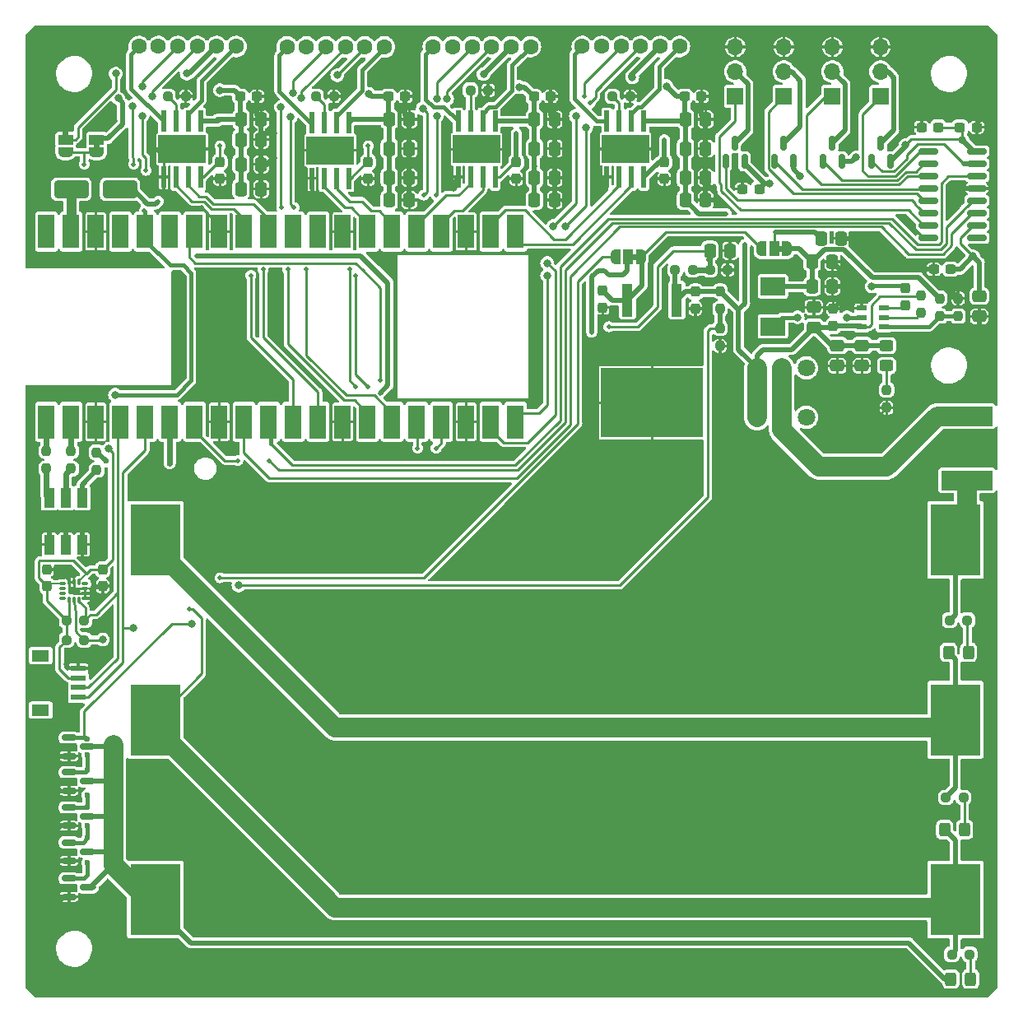
<source format=gbr>
%TF.GenerationSoftware,KiCad,Pcbnew,7.0.2-0*%
%TF.CreationDate,2024-06-06T04:37:27-07:00*%
%TF.ProjectId,version_1,76657273-696f-46e5-9f31-2e6b69636164,rev?*%
%TF.SameCoordinates,Original*%
%TF.FileFunction,Copper,L1,Top*%
%TF.FilePolarity,Positive*%
%FSLAX46Y46*%
G04 Gerber Fmt 4.6, Leading zero omitted, Abs format (unit mm)*
G04 Created by KiCad (PCBNEW 7.0.2-0) date 2024-06-06 04:37:27*
%MOMM*%
%LPD*%
G01*
G04 APERTURE LIST*
G04 Aperture macros list*
%AMRoundRect*
0 Rectangle with rounded corners*
0 $1 Rounding radius*
0 $2 $3 $4 $5 $6 $7 $8 $9 X,Y pos of 4 corners*
0 Add a 4 corners polygon primitive as box body*
4,1,4,$2,$3,$4,$5,$6,$7,$8,$9,$2,$3,0*
0 Add four circle primitives for the rounded corners*
1,1,$1+$1,$2,$3*
1,1,$1+$1,$4,$5*
1,1,$1+$1,$6,$7*
1,1,$1+$1,$8,$9*
0 Add four rect primitives between the rounded corners*
20,1,$1+$1,$2,$3,$4,$5,0*
20,1,$1+$1,$4,$5,$6,$7,0*
20,1,$1+$1,$6,$7,$8,$9,0*
20,1,$1+$1,$8,$9,$2,$3,0*%
%AMFreePoly0*
4,1,19,0.550000,-0.750000,0.000000,-0.750000,0.000000,-0.744911,-0.071157,-0.744911,-0.207708,-0.704816,-0.327430,-0.627875,-0.420627,-0.520320,-0.479746,-0.390866,-0.500000,-0.250000,-0.500000,0.250000,-0.479746,0.390866,-0.420627,0.520320,-0.327430,0.627875,-0.207708,0.704816,-0.071157,0.744911,0.000000,0.744911,0.000000,0.750000,0.550000,0.750000,0.550000,-0.750000,0.550000,-0.750000,
$1*%
%AMFreePoly1*
4,1,19,0.000000,0.744911,0.071157,0.744911,0.207708,0.704816,0.327430,0.627875,0.420627,0.520320,0.479746,0.390866,0.500000,0.250000,0.500000,-0.250000,0.479746,-0.390866,0.420627,-0.520320,0.327430,-0.627875,0.207708,-0.704816,0.071157,-0.744911,0.000000,-0.744911,0.000000,-0.750000,-0.550000,-0.750000,-0.550000,0.750000,0.000000,0.750000,0.000000,0.744911,0.000000,0.744911,
$1*%
G04 Aperture macros list end*
%TA.AperFunction,SMDPad,CuDef*%
%ADD10RoundRect,0.237500X-0.250000X-0.237500X0.250000X-0.237500X0.250000X0.237500X-0.250000X0.237500X0*%
%TD*%
%TA.AperFunction,SMDPad,CuDef*%
%ADD11RoundRect,0.250000X-0.337500X-0.475000X0.337500X-0.475000X0.337500X0.475000X-0.337500X0.475000X0*%
%TD*%
%TA.AperFunction,ComponentPad*%
%ADD12R,1.700000X1.700000*%
%TD*%
%TA.AperFunction,ComponentPad*%
%ADD13O,1.700000X1.700000*%
%TD*%
%TA.AperFunction,SMDPad,CuDef*%
%ADD14RoundRect,0.237500X0.237500X-0.250000X0.237500X0.250000X-0.237500X0.250000X-0.237500X-0.250000X0*%
%TD*%
%TA.AperFunction,SMDPad,CuDef*%
%ADD15RoundRect,0.237500X0.300000X0.237500X-0.300000X0.237500X-0.300000X-0.237500X0.300000X-0.237500X0*%
%TD*%
%TA.AperFunction,SMDPad,CuDef*%
%ADD16RoundRect,0.237500X0.250000X0.237500X-0.250000X0.237500X-0.250000X-0.237500X0.250000X-0.237500X0*%
%TD*%
%TA.AperFunction,SMDPad,CuDef*%
%ADD17FreePoly0,270.000000*%
%TD*%
%TA.AperFunction,SMDPad,CuDef*%
%ADD18R,1.500000X1.000000*%
%TD*%
%TA.AperFunction,SMDPad,CuDef*%
%ADD19FreePoly1,270.000000*%
%TD*%
%TA.AperFunction,SMDPad,CuDef*%
%ADD20RoundRect,0.150000X-0.850000X-0.150000X0.850000X-0.150000X0.850000X0.150000X-0.850000X0.150000X0*%
%TD*%
%TA.AperFunction,SMDPad,CuDef*%
%ADD21FreePoly0,90.000000*%
%TD*%
%TA.AperFunction,SMDPad,CuDef*%
%ADD22FreePoly1,90.000000*%
%TD*%
%TA.AperFunction,SMDPad,CuDef*%
%ADD23RoundRect,0.250000X-0.475000X0.337500X-0.475000X-0.337500X0.475000X-0.337500X0.475000X0.337500X0*%
%TD*%
%TA.AperFunction,SMDPad,CuDef*%
%ADD24RoundRect,0.237500X-0.237500X0.300000X-0.237500X-0.300000X0.237500X-0.300000X0.237500X0.300000X0*%
%TD*%
%TA.AperFunction,SMDPad,CuDef*%
%ADD25FreePoly0,180.000000*%
%TD*%
%TA.AperFunction,SMDPad,CuDef*%
%ADD26R,1.000000X1.500000*%
%TD*%
%TA.AperFunction,SMDPad,CuDef*%
%ADD27FreePoly1,180.000000*%
%TD*%
%TA.AperFunction,ComponentPad*%
%ADD28C,1.600000*%
%TD*%
%TA.AperFunction,SMDPad,CuDef*%
%ADD29R,0.500000X2.200000*%
%TD*%
%TA.AperFunction,ComponentPad*%
%ADD30C,0.630000*%
%TD*%
%TA.AperFunction,SMDPad,CuDef*%
%ADD31R,4.900000X2.950000*%
%TD*%
%TA.AperFunction,SMDPad,CuDef*%
%ADD32R,1.550013X0.600000*%
%TD*%
%TA.AperFunction,SMDPad,CuDef*%
%ADD33R,1.800000X1.200000*%
%TD*%
%TA.AperFunction,SMDPad,CuDef*%
%ADD34R,2.500000X1.900000*%
%TD*%
%TA.AperFunction,SMDPad,CuDef*%
%ADD35RoundRect,0.237500X-0.237500X0.250000X-0.237500X-0.250000X0.237500X-0.250000X0.237500X0.250000X0*%
%TD*%
%TA.AperFunction,SMDPad,CuDef*%
%ADD36RoundRect,0.237500X-0.300000X-0.237500X0.300000X-0.237500X0.300000X0.237500X-0.300000X0.237500X0*%
%TD*%
%TA.AperFunction,SMDPad,CuDef*%
%ADD37RoundRect,0.237500X0.237500X-0.300000X0.237500X0.300000X-0.237500X0.300000X-0.237500X-0.300000X0*%
%TD*%
%TA.AperFunction,SMDPad,CuDef*%
%ADD38RoundRect,0.150000X-0.587500X-0.150000X0.587500X-0.150000X0.587500X0.150000X-0.587500X0.150000X0*%
%TD*%
%TA.AperFunction,SMDPad,CuDef*%
%ADD39R,1.072009X0.532004*%
%TD*%
%TA.AperFunction,SMDPad,CuDef*%
%ADD40RoundRect,0.250000X0.325000X0.450000X-0.325000X0.450000X-0.325000X-0.450000X0.325000X-0.450000X0*%
%TD*%
%TA.AperFunction,SMDPad,CuDef*%
%ADD41RoundRect,0.150000X0.150000X-0.587500X0.150000X0.587500X-0.150000X0.587500X-0.150000X-0.587500X0*%
%TD*%
%TA.AperFunction,SMDPad,CuDef*%
%ADD42R,1.700000X3.500000*%
%TD*%
%TA.AperFunction,ComponentPad*%
%ADD43C,1.800000*%
%TD*%
%TA.AperFunction,SMDPad,CuDef*%
%ADD44RoundRect,0.250000X-1.500000X-0.650000X1.500000X-0.650000X1.500000X0.650000X-1.500000X0.650000X0*%
%TD*%
%TA.AperFunction,SMDPad,CuDef*%
%ADD45R,5.200000X7.400000*%
%TD*%
%TA.AperFunction,SMDPad,CuDef*%
%ADD46RoundRect,0.087500X0.225000X0.087500X-0.225000X0.087500X-0.225000X-0.087500X0.225000X-0.087500X0*%
%TD*%
%TA.AperFunction,SMDPad,CuDef*%
%ADD47RoundRect,0.087500X0.087500X0.225000X-0.087500X0.225000X-0.087500X-0.225000X0.087500X-0.225000X0*%
%TD*%
%TA.AperFunction,SMDPad,CuDef*%
%ADD48R,5.300000X2.000000*%
%TD*%
%TA.AperFunction,SMDPad,CuDef*%
%ADD49RoundRect,0.250000X0.475000X-0.337500X0.475000X0.337500X-0.475000X0.337500X-0.475000X-0.337500X0*%
%TD*%
%TA.AperFunction,SMDPad,CuDef*%
%ADD50RoundRect,0.250000X0.450000X-0.325000X0.450000X0.325000X-0.450000X0.325000X-0.450000X-0.325000X0*%
%TD*%
%TA.AperFunction,SMDPad,CuDef*%
%ADD51R,1.134011X3.358547*%
%TD*%
%TA.AperFunction,SMDPad,CuDef*%
%ADD52R,10.566421X7.180544*%
%TD*%
%TA.AperFunction,SMDPad,CuDef*%
%ADD53R,1.100000X2.000000*%
%TD*%
%TA.AperFunction,ViaPad*%
%ADD54C,0.500000*%
%TD*%
%TA.AperFunction,ViaPad*%
%ADD55C,0.800000*%
%TD*%
%TA.AperFunction,ViaPad*%
%ADD56C,0.600000*%
%TD*%
%TA.AperFunction,Conductor*%
%ADD57C,0.508000*%
%TD*%
%TA.AperFunction,Conductor*%
%ADD58C,0.250000*%
%TD*%
%TA.AperFunction,Conductor*%
%ADD59C,2.032000*%
%TD*%
%TA.AperFunction,Conductor*%
%ADD60C,0.254000*%
%TD*%
%TA.AperFunction,Conductor*%
%ADD61C,0.400000*%
%TD*%
%TA.AperFunction,Conductor*%
%ADD62C,0.152400*%
%TD*%
%TA.AperFunction,Conductor*%
%ADD63C,1.000000*%
%TD*%
%TA.AperFunction,Conductor*%
%ADD64C,0.600000*%
%TD*%
G04 APERTURE END LIST*
%TA.AperFunction,EtchedComponent*%
%TO.C,JP2*%
G36*
X24430000Y-31350000D02*
G01*
X23830000Y-31350000D01*
X23830000Y-30850000D01*
X24430000Y-30850000D01*
X24430000Y-31350000D01*
G37*
%TD.AperFunction*%
%TA.AperFunction,EtchedComponent*%
%TO.C,JP3*%
G36*
X27605000Y-32650000D02*
G01*
X27005000Y-32650000D01*
X27005000Y-32150000D01*
X27605000Y-32150000D01*
X27605000Y-32650000D01*
G37*
%TD.AperFunction*%
%TA.AperFunction,EtchedComponent*%
%TO.C,JP4*%
G36*
X97900000Y-43300000D02*
G01*
X97400000Y-43300000D01*
X97400000Y-42700000D01*
X97900000Y-42700000D01*
X97900000Y-43300000D01*
G37*
%TD.AperFunction*%
%TA.AperFunction,EtchedComponent*%
%TO.C,JP1*%
G36*
X82900000Y-44115000D02*
G01*
X82400000Y-44115000D01*
X82400000Y-43515000D01*
X82900000Y-43515000D01*
X82900000Y-44115000D01*
G37*
%TD.AperFunction*%
%TD*%
D10*
%TO.P,R9,1*%
%TO.N,Net-(U16-ISEN)*%
X49887500Y-27305000D03*
%TO.P,R9,2*%
%TO.N,GND*%
X51712500Y-27305000D03*
%TD*%
D11*
%TO.P,C37,1*%
%TO.N,VCC*%
X72354000Y-37973000D03*
%TO.P,C37,2*%
%TO.N,GND*%
X74429000Y-37973000D03*
%TD*%
D12*
%TO.P,M8,1,PWM*%
%TO.N,/Servo/PWM*%
X107950000Y-27305000D03*
D13*
%TO.P,M8,2,+*%
%TO.N,Net-(M8-+)*%
X107950000Y-24765000D03*
%TO.P,M8,3,-*%
%TO.N,GND*%
X107950000Y-22225000D03*
%TD*%
D14*
%TO.P,R5,1*%
%TO.N,GND*%
X91440000Y-52982500D03*
%TO.P,R5,2*%
%TO.N,Net-(Q21-G)*%
X91440000Y-51157500D03*
%TD*%
D15*
%TO.P,C60,1*%
%TO.N,+5V*%
X95477500Y-36830000D03*
%TO.P,C60,2*%
%TO.N,GND*%
X93752500Y-36830000D03*
%TD*%
D16*
%TO.P,R27,1*%
%TO.N,Net-(D7-K)*%
X116889974Y-81195026D03*
%TO.P,R27,2*%
%TO.N,Net-(F2-Pad1)*%
X115064974Y-81195026D03*
%TD*%
D17*
%TO.P,JP2,1,A*%
%TO.N,GND*%
X24130000Y-30450000D03*
D18*
%TO.P,JP2,2,C*%
%TO.N,ENC_PWR_G*%
X24130000Y-31750000D03*
D19*
%TO.P,JP2,3,B*%
%TO.N,+3.3V*%
X24130000Y-33050000D03*
%TD*%
D20*
%TO.P,U10,1,QB*%
%TO.N,/Servo/PWM*%
X112865000Y-32967973D03*
%TO.P,U10,2,QC*%
%TO.N,/Servo2/PWR*%
X112865000Y-34237973D03*
%TO.P,U10,3,QD*%
%TO.N,/Servo2/PWM*%
X112865000Y-35507973D03*
%TO.P,U10,4,QE*%
%TO.N,/Untitled Sheet4/PWR*%
X112865000Y-36777973D03*
%TO.P,U10,5,QF*%
%TO.N,/Untitled Sheet4/PWM*%
X112865000Y-38047973D03*
%TO.P,U10,6,QG*%
%TO.N,/Untitled Sheet7/PWR*%
X112865000Y-39317973D03*
%TO.P,U10,7,QH*%
%TO.N,/Untitled Sheet7/PWM*%
X112865000Y-40587973D03*
%TO.P,U10,8,GND*%
%TO.N,GND*%
X112865000Y-41857973D03*
%TO.P,U10,9,QH'*%
%TO.N,unconnected-(U10-QH'-Pad9)*%
X117865000Y-41857973D03*
%TO.P,U10,10,~{SRCLR}*%
%TO.N,+5V*%
X117865000Y-40587973D03*
%TO.P,U10,11,SRCLK*%
%TO.N,/PWM_CLK*%
X117865000Y-39317973D03*
%TO.P,U10,12,RCLK*%
%TO.N,/PWM_CS*%
X117865000Y-38047973D03*
%TO.P,U10,13,~{OE}*%
%TO.N,GND*%
X117865000Y-36777973D03*
%TO.P,U10,14,SER*%
%TO.N,/PWM_DATA*%
X117865000Y-35507973D03*
%TO.P,U10,15,QA*%
%TO.N,/Servo/PWR*%
X117865000Y-34237973D03*
%TO.P,U10,16,VCC*%
%TO.N,+5V*%
X117865000Y-32967973D03*
%TD*%
D21*
%TO.P,JP3,1,A*%
%TO.N,+3.3V*%
X27305000Y-33050000D03*
D18*
%TO.P,JP3,2,C*%
%TO.N,ENC_PWR_P*%
X27305000Y-31750000D03*
D22*
%TO.P,JP3,3,B*%
%TO.N,GND*%
X27305000Y-30450000D03*
%TD*%
D23*
%TO.P,C30,1*%
%TO.N,VCC*%
X103505000Y-52937500D03*
%TO.P,C30,2*%
%TO.N,GND*%
X103505000Y-55012500D03*
%TD*%
D24*
%TO.P,C26,1*%
%TO.N,+5V*%
X70485000Y-34062500D03*
%TO.P,C26,2*%
%TO.N,GND*%
X70485000Y-35787500D03*
%TD*%
D25*
%TO.P,JP4,1,A*%
%TO.N,Net-(JP4-A)*%
X98300000Y-43000000D03*
D26*
%TO.P,JP4,2,C*%
%TO.N,+5V*%
X97000000Y-43000000D03*
D27*
%TO.P,JP4,3,B*%
%TO.N,Linear 5V*%
X95700000Y-43000000D03*
%TD*%
D28*
%TO.P,CN3,1,1*%
%TO.N,Net-(U16-OUT2)*%
X46902999Y-22225000D03*
%TO.P,CN3,2,2*%
%TO.N,ENC_PWR_G*%
X48902999Y-22225000D03*
%TO.P,CN3,3,3*%
%TO.N,/ENCODER5*%
X50902999Y-22225000D03*
%TO.P,CN3,4,4*%
%TO.N,/ENCODER6*%
X52902999Y-22225000D03*
%TO.P,CN3,5,5*%
%TO.N,ENC_PWR_P*%
X54902999Y-22225000D03*
%TO.P,CN3,6,6*%
%TO.N,Net-(U16-OUT1)*%
X56902999Y-22225000D03*
%TD*%
D16*
%TO.P,R25,1*%
%TO.N,GND*%
X92227500Y-45155000D03*
%TO.P,R25,2*%
%TO.N,Net-(U1-GPIO28_ADC2)*%
X90402500Y-45155000D03*
%TD*%
D24*
%TO.P,C6,1*%
%TO.N,VCC*%
X88900000Y-47397500D03*
%TO.P,C6,2*%
%TO.N,GND*%
X88900000Y-49122500D03*
%TD*%
%TO.P,C7,1*%
%TO.N,Net-(U4-SW)*%
X110473500Y-47042500D03*
%TO.P,C7,2*%
%TO.N,Net-(U4-VBST)*%
X110473500Y-48767500D03*
%TD*%
D11*
%TO.P,C42,1*%
%TO.N,VCC*%
X72354000Y-35687000D03*
%TO.P,C42,2*%
%TO.N,GND*%
X74429000Y-35687000D03*
%TD*%
D10*
%TO.P,R29,1*%
%TO.N,+3.3V*%
X24217500Y-81229763D03*
%TO.P,R29,2*%
%TO.N,/SDA*%
X26042500Y-81229763D03*
%TD*%
D29*
%TO.P,U17,1,GND*%
%TO.N,GND*%
X34196000Y-35603973D03*
%TO.P,U17,2,IN2*%
%TO.N,/MR4*%
X35466000Y-35603973D03*
%TO.P,U17,3,IN1*%
%TO.N,/ML4*%
X36736000Y-35603973D03*
%TO.P,U17,4,VREF*%
%TO.N,+5V*%
X38006000Y-35603973D03*
%TO.P,U17,5,VM*%
%TO.N,VCC*%
X38006000Y-29853973D03*
%TO.P,U17,6,OUT1*%
%TO.N,Net-(U17-OUT1)*%
X36736000Y-29853973D03*
%TO.P,U17,7,ISEN*%
%TO.N,Net-(U17-ISEN)*%
X35466000Y-29853973D03*
%TO.P,U17,8,OUT2*%
%TO.N,Net-(U17-OUT2)*%
X34196000Y-29853973D03*
D30*
%TO.P,U17,9,GND*%
%TO.N,GND*%
X34801000Y-33378973D03*
X36101000Y-33378973D03*
X37401000Y-33378973D03*
D31*
X36101000Y-32728973D03*
D30*
X34801000Y-32078973D03*
X36101000Y-32078973D03*
X37401000Y-32078973D03*
%TD*%
D16*
%TO.P,R17,1*%
%TO.N,Net-(D3-K)*%
X116482500Y-99433026D03*
%TO.P,R17,2*%
%TO.N,Net-(D7-A)*%
X114657500Y-99433026D03*
%TD*%
D24*
%TO.P,C5,1*%
%TO.N,Linear 5V*%
X79375000Y-47302500D03*
%TO.P,C5,2*%
%TO.N,GND*%
X79375000Y-49027500D03*
%TD*%
D32*
%TO.P,U18,1,1*%
%TO.N,GND*%
X25433024Y-86130127D03*
%TO.P,U18,2,2*%
%TO.N,+3.3V*%
X25433024Y-87130127D03*
%TO.P,U18,3,3*%
%TO.N,/SDA*%
X25432516Y-88130381D03*
%TO.P,U18,4,4*%
%TO.N,/SCL*%
X25432516Y-89130381D03*
D33*
%TO.P,U18,5,5*%
%TO.N,unconnected-(U18-Pad5)*%
X21556976Y-90430102D03*
%TO.P,U18,6,6*%
%TO.N,unconnected-(U18-Pad6)*%
X21557484Y-84829898D03*
%TD*%
D34*
%TO.P,U5,1,1*%
%TO.N,Net-(U4-SW)*%
X96882500Y-50968538D03*
%TO.P,U5,2,2*%
%TO.N,Net-(JP4-A)*%
X96882500Y-46868462D03*
%TD*%
D24*
%TO.P,C50,1*%
%TO.N,+3.3V*%
X27940000Y-75972500D03*
%TO.P,C50,2*%
%TO.N,GND*%
X27940000Y-77697500D03*
%TD*%
D28*
%TO.P,CN4,1,1*%
%TO.N,Net-(U17-OUT2)*%
X31655000Y-22172973D03*
%TO.P,CN4,2,2*%
%TO.N,ENC_PWR_G*%
X33655000Y-22172973D03*
%TO.P,CN4,3,3*%
%TO.N,/ENCODER7*%
X35655000Y-22172973D03*
%TO.P,CN4,4,4*%
%TO.N,/ENCODER8*%
X37655000Y-22172973D03*
%TO.P,CN4,5,5*%
%TO.N,ENC_PWR_P*%
X39655000Y-22172973D03*
%TO.P,CN4,6,6*%
%TO.N,Net-(U17-OUT1)*%
X41655000Y-22172973D03*
%TD*%
D10*
%TO.P,R8,1*%
%TO.N,Net-(U15-ISEN)*%
X65762500Y-26670000D03*
%TO.P,R8,2*%
%TO.N,GND*%
X67587500Y-26670000D03*
%TD*%
D35*
%TO.P,R6,1*%
%TO.N,VCC*%
X91440000Y-47347500D03*
%TO.P,R6,2*%
%TO.N,Net-(Q21-G)*%
X91440000Y-49172500D03*
%TD*%
D29*
%TO.P,U16,1,GND*%
%TO.N,GND*%
X49444000Y-35727973D03*
%TO.P,U16,2,IN2*%
%TO.N,/MR3*%
X50714000Y-35727973D03*
%TO.P,U16,3,IN1*%
%TO.N,/ML3*%
X51984000Y-35727973D03*
%TO.P,U16,4,VREF*%
%TO.N,+5V*%
X53254000Y-35727973D03*
%TO.P,U16,5,VM*%
%TO.N,VCC*%
X53254000Y-29977973D03*
%TO.P,U16,6,OUT1*%
%TO.N,Net-(U16-OUT1)*%
X51984000Y-29977973D03*
%TO.P,U16,7,ISEN*%
%TO.N,Net-(U16-ISEN)*%
X50714000Y-29977973D03*
%TO.P,U16,8,OUT2*%
%TO.N,Net-(U16-OUT2)*%
X49444000Y-29977973D03*
D30*
%TO.P,U16,9,GND*%
%TO.N,GND*%
X50049000Y-33502973D03*
X51349000Y-33502973D03*
X52649000Y-33502973D03*
D31*
X51349000Y-32852973D03*
D30*
X50049000Y-32202973D03*
X51349000Y-32202973D03*
X52649000Y-32202973D03*
%TD*%
D11*
%TO.P,C11,1*%
%TO.N,VCC*%
X87889000Y-29667000D03*
%TO.P,C11,2*%
%TO.N,GND*%
X89964000Y-29667000D03*
%TD*%
D15*
%TO.P,C29,1*%
%TO.N,+5V*%
X113892500Y-30480000D03*
%TO.P,C29,2*%
%TO.N,GND*%
X112167500Y-30480000D03*
%TD*%
D24*
%TO.P,C28,1*%
%TO.N,+5V*%
X40005000Y-34062500D03*
%TO.P,C28,2*%
%TO.N,GND*%
X40005000Y-35787500D03*
%TD*%
D11*
%TO.P,C36,1*%
%TO.N,VCC*%
X87889000Y-37973000D03*
%TO.P,C36,2*%
%TO.N,GND*%
X89964000Y-37973000D03*
%TD*%
D29*
%TO.P,U13,1,GND*%
%TO.N,GND*%
X79804000Y-35603973D03*
%TO.P,U13,2,IN2*%
%TO.N,/MR1*%
X81074000Y-35603973D03*
%TO.P,U13,3,IN1*%
%TO.N,/ML1*%
X82344000Y-35603973D03*
%TO.P,U13,4,VREF*%
%TO.N,+5V*%
X83614000Y-35603973D03*
%TO.P,U13,5,VM*%
%TO.N,VCC*%
X83614000Y-29853973D03*
%TO.P,U13,6,OUT1*%
%TO.N,Net-(U13-OUT1)*%
X82344000Y-29853973D03*
%TO.P,U13,7,ISEN*%
%TO.N,Net-(U13-ISEN)*%
X81074000Y-29853973D03*
%TO.P,U13,8,OUT2*%
%TO.N,Net-(U13-OUT2)*%
X79804000Y-29853973D03*
D30*
%TO.P,U13,9,GND*%
%TO.N,GND*%
X80409000Y-33378973D03*
X81709000Y-33378973D03*
X83009000Y-33378973D03*
D31*
X81709000Y-32728973D03*
D30*
X80409000Y-32078973D03*
X81709000Y-32078973D03*
X83009000Y-32078973D03*
%TD*%
D36*
%TO.P,C4,1*%
%TO.N,VCC*%
X42090000Y-27305000D03*
%TO.P,C4,2*%
%TO.N,GND*%
X43815000Y-27305000D03*
%TD*%
D14*
%TO.P,R23,1*%
%TO.N,Net-(D6-BA)*%
X27305000Y-65747500D03*
%TO.P,R23,2*%
%TO.N,Net-(U1-GPIO4)*%
X27305000Y-63922500D03*
%TD*%
D37*
%TO.P,C14,1*%
%TO.N,VCC*%
X103087500Y-50900000D03*
%TO.P,C14,2*%
%TO.N,GND*%
X103087500Y-49175000D03*
%TD*%
D38*
%TO.P,Q25,1,G*%
%TO.N,Net-(Q21-G)*%
X24462500Y-96825000D03*
%TO.P,Q25,2,S*%
%TO.N,GND*%
X24462500Y-98725000D03*
%TO.P,Q25,3,D*%
%TO.N,Net-(D1-A)*%
X26337500Y-97775000D03*
%TD*%
D39*
%TO.P,U4,1,GND*%
%TO.N,GND*%
X106022402Y-49087538D03*
%TO.P,U4,2,SW*%
%TO.N,Net-(U4-SW)*%
X106022402Y-50037500D03*
%TO.P,U4,3,VIN*%
%TO.N,VCC*%
X106022402Y-50987462D03*
%TO.P,U4,4,VFB*%
%TO.N,Net-(U4-VFB)*%
X108320598Y-50987462D03*
%TO.P,U4,5,EN*%
%TO.N,Net-(U4-EN)*%
X108320598Y-50037500D03*
%TO.P,U4,6,VBST*%
%TO.N,Net-(U4-VBST)*%
X108320598Y-49087538D03*
%TD*%
D36*
%TO.P,C3,1*%
%TO.N,VCC*%
X57330000Y-27305000D03*
%TO.P,C3,2*%
%TO.N,GND*%
X59055000Y-27305000D03*
%TD*%
D40*
%TO.P,D1,1,K*%
%TO.N,Net-(D1-K)*%
X117230000Y-118110000D03*
%TO.P,D1,2,A*%
%TO.N,Net-(D1-A)*%
X115180000Y-118110000D03*
%TD*%
D12*
%TO.P,M6,1,PWM*%
%TO.N,/Untitled Sheet4/PWM*%
X98000000Y-27305000D03*
D13*
%TO.P,M6,2,+*%
%TO.N,Net-(M6-+)*%
X98000000Y-24765000D03*
%TO.P,M6,3,-*%
%TO.N,GND*%
X98000000Y-22225000D03*
%TD*%
D10*
%TO.P,R7,1*%
%TO.N,Net-(U13-ISEN)*%
X80367500Y-27305000D03*
%TO.P,R7,2*%
%TO.N,GND*%
X82192500Y-27305000D03*
%TD*%
D23*
%TO.P,C59,1*%
%TO.N,+5V*%
X118110000Y-47857500D03*
%TO.P,C59,2*%
%TO.N,GND*%
X118110000Y-49932500D03*
%TD*%
D41*
%TO.P,Q17,1,G*%
%TO.N,/Untitled Sheet7/PWR*%
X92050000Y-33980473D03*
%TO.P,Q17,2,S*%
%TO.N,+5V*%
X93950000Y-33980473D03*
%TO.P,Q17,3,D*%
%TO.N,Net-(M5-+)*%
X93000000Y-32105473D03*
%TD*%
D11*
%TO.P,C39,1*%
%TO.N,VCC*%
X42169000Y-36830000D03*
%TO.P,C39,2*%
%TO.N,GND*%
X44244000Y-36830000D03*
%TD*%
D24*
%TO.P,C25,1*%
%TO.N,+5V*%
X85725000Y-34062500D03*
%TO.P,C25,2*%
%TO.N,GND*%
X85725000Y-35787500D03*
%TD*%
D12*
%TO.P,M5,1,PWM*%
%TO.N,/Untitled Sheet7/PWM*%
X93000000Y-27305000D03*
D13*
%TO.P,M5,2,+*%
%TO.N,Net-(M5-+)*%
X93000000Y-24765000D03*
%TO.P,M5,3,-*%
%TO.N,GND*%
X93000000Y-22225000D03*
%TD*%
D40*
%TO.P,D7,1,K*%
%TO.N,Net-(D7-K)*%
X117002474Y-84497026D03*
%TO.P,D7,2,A*%
%TO.N,Net-(D7-A)*%
X114952474Y-84497026D03*
%TD*%
%TO.P,D3,1,K*%
%TO.N,Net-(D3-K)*%
X116595000Y-102735026D03*
%TO.P,D3,2,A*%
%TO.N,1S*%
X114545000Y-102735026D03*
%TD*%
D36*
%TO.P,C2,1*%
%TO.N,VCC*%
X72275000Y-27305000D03*
%TO.P,C2,2*%
%TO.N,GND*%
X74000000Y-27305000D03*
%TD*%
D28*
%TO.P,CN2,1,1*%
%TO.N,Net-(U15-OUT2)*%
X61942999Y-22188973D03*
%TO.P,CN2,2,2*%
%TO.N,ENC_PWR_G*%
X63942999Y-22188973D03*
%TO.P,CN2,3,3*%
%TO.N,/ENCODER3*%
X65942999Y-22188973D03*
%TO.P,CN2,4,4*%
%TO.N,/ENCODER4*%
X67942999Y-22188973D03*
%TO.P,CN2,5,5*%
%TO.N,ENC_PWR_P*%
X69942999Y-22188973D03*
%TO.P,CN2,6,6*%
%TO.N,Net-(U15-OUT1)*%
X71942999Y-22188973D03*
%TD*%
D11*
%TO.P,C54,1*%
%TO.N,VCC*%
X42169000Y-34290000D03*
%TO.P,C54,2*%
%TO.N,GND*%
X44244000Y-34290000D03*
%TD*%
D29*
%TO.P,U15,1,GND*%
%TO.N,GND*%
X64484000Y-35619973D03*
%TO.P,U15,2,IN2*%
%TO.N,/MR2*%
X65754000Y-35619973D03*
%TO.P,U15,3,IN1*%
%TO.N,/ML2*%
X67024000Y-35619973D03*
%TO.P,U15,4,VREF*%
%TO.N,+5V*%
X68294000Y-35619973D03*
%TO.P,U15,5,VM*%
%TO.N,VCC*%
X68294000Y-29869973D03*
%TO.P,U15,6,OUT1*%
%TO.N,Net-(U15-OUT1)*%
X67024000Y-29869973D03*
%TO.P,U15,7,ISEN*%
%TO.N,Net-(U15-ISEN)*%
X65754000Y-29869973D03*
%TO.P,U15,8,OUT2*%
%TO.N,Net-(U15-OUT2)*%
X64484000Y-29869973D03*
D30*
%TO.P,U15,9,GND*%
%TO.N,GND*%
X65089000Y-33394973D03*
X66389000Y-33394973D03*
X67689000Y-33394973D03*
D31*
X66389000Y-32744973D03*
D30*
X65089000Y-32094973D03*
X66389000Y-32094973D03*
X67689000Y-32094973D03*
%TD*%
D42*
%TO.P,U1,1,GPIO0*%
%TO.N,Net-(U1-GPIO0)*%
X22145000Y-60790000D03*
%TO.P,U1,2,GPIO1*%
%TO.N,Net-(U1-GPIO1)*%
X24685000Y-60790000D03*
%TO.P,U1,3,GND*%
%TO.N,GND*%
X27225000Y-60790000D03*
%TO.P,U1,4,GPIO2*%
%TO.N,/SDA*%
X29765000Y-60790000D03*
%TO.P,U1,5,GPIO3*%
%TO.N,/SCL*%
X32305000Y-60790000D03*
%TO.P,U1,6,GPIO4*%
%TO.N,Net-(U1-GPIO4)*%
X34845000Y-60790000D03*
%TO.P,U1,7,GPIO5*%
%TO.N,/PWM_CS*%
X37385000Y-60790000D03*
%TO.P,U1,8,GND*%
%TO.N,GND*%
X39925000Y-60790000D03*
%TO.P,U1,9,GPIO6*%
%TO.N,/PWM_CLK*%
X42465000Y-60790000D03*
%TO.P,U1,10,GPIO7*%
%TO.N,/PWM_DATA*%
X45005000Y-60790000D03*
%TO.P,U1,11,GPIO8*%
%TO.N,/ENCODER7*%
X47545000Y-60790000D03*
%TO.P,U1,12,GPIO9*%
%TO.N,/ENCODER8*%
X50085000Y-60790000D03*
%TO.P,U1,13,GND*%
%TO.N,GND*%
X52625000Y-60790000D03*
%TO.P,U1,14,GPIO10*%
%TO.N,/ENCODER5*%
X55165000Y-60790000D03*
%TO.P,U1,15,GPIO11*%
%TO.N,/ENCODER6*%
X57705000Y-60790000D03*
%TO.P,U1,16,GPIO12*%
%TO.N,/ENCODER3*%
X60245000Y-60790000D03*
%TO.P,U1,17,GPIO13*%
%TO.N,/ENCODER4*%
X62785000Y-60790000D03*
%TO.P,U1,18,GND*%
%TO.N,GND*%
X65325000Y-60790000D03*
%TO.P,U1,19,GPIO14*%
%TO.N,/ENCODER1*%
X67865000Y-60790000D03*
%TO.P,U1,20,GPIO15*%
%TO.N,/ENCODER2*%
X70405000Y-60790000D03*
%TO.P,U1,21,GPIO16*%
%TO.N,/ML1*%
X70405000Y-41210000D03*
%TO.P,U1,22,GPIO17*%
%TO.N,/MR1*%
X67865000Y-41210000D03*
%TO.P,U1,23,GND*%
%TO.N,GND*%
X65325000Y-41210000D03*
%TO.P,U1,24,GPIO18*%
%TO.N,/ML2*%
X62785000Y-41210000D03*
%TO.P,U1,25,GPIO19*%
%TO.N,/MR2*%
X60245000Y-41210000D03*
%TO.P,U1,26,GPIO20*%
%TO.N,/ML3*%
X57705000Y-41210000D03*
%TO.P,U1,27,GPIO21*%
%TO.N,/MR3*%
X55165000Y-41210000D03*
%TO.P,U1,28,GND*%
%TO.N,GND*%
X52625000Y-41210000D03*
%TO.P,U1,29,GPIO22*%
%TO.N,unconnected-(U1-GPIO22-Pad29)*%
X50085000Y-41210000D03*
%TO.P,U1,30,RUN*%
%TO.N,unconnected-(U1-RUN-Pad30)*%
X47545000Y-41210000D03*
%TO.P,U1,31,GPIO26_ADC0*%
%TO.N,/ML4*%
X45005000Y-41210000D03*
%TO.P,U1,32,GPIO27_ADC1*%
%TO.N,/MR4*%
X42465000Y-41210000D03*
%TO.P,U1,33,AGND*%
%TO.N,GND*%
X39925000Y-41210000D03*
%TO.P,U1,34,GPIO28_ADC2*%
%TO.N,Net-(U1-GPIO28_ADC2)*%
X37385000Y-41210000D03*
%TO.P,U1,35,ADC_VREF*%
%TO.N,unconnected-(U1-ADC_VREF-Pad35)*%
X34845000Y-41210000D03*
%TO.P,U1,36,3V3*%
%TO.N,+3.3V*%
X32305000Y-41210000D03*
%TO.P,U1,37,3V3_EN*%
%TO.N,unconnected-(U1-3V3_EN-Pad37)*%
X29765000Y-41210000D03*
%TO.P,U1,38,GND*%
%TO.N,GND*%
X27225000Y-41210000D03*
%TO.P,U1,39,VSYS*%
%TO.N,Net-(D5-K)*%
X24685000Y-41210000D03*
%TO.P,U1,40,VBUS*%
%TO.N,unconnected-(U1-VBUS-Pad40)*%
X22145000Y-41210000D03*
%TD*%
D23*
%TO.P,C13,1*%
%TO.N,VCC*%
X106045000Y-52937500D03*
%TO.P,C13,2*%
%TO.N,GND*%
X106045000Y-55012500D03*
%TD*%
D11*
%TO.P,C47,1*%
%TO.N,VCC*%
X57409000Y-35687000D03*
%TO.P,C47,2*%
%TO.N,GND*%
X59484000Y-35687000D03*
%TD*%
D16*
%TO.P,R20,1*%
%TO.N,Net-(D1-K)*%
X117117500Y-115570000D03*
%TO.P,R20,2*%
%TO.N,1S*%
X115292500Y-115570000D03*
%TD*%
D10*
%TO.P,R10,1*%
%TO.N,Net-(U17-ISEN)*%
X34647500Y-27305000D03*
%TO.P,R10,2*%
%TO.N,GND*%
X36472500Y-27305000D03*
%TD*%
D11*
%TO.P,C38,1*%
%TO.N,VCC*%
X57409000Y-37973000D03*
%TO.P,C38,2*%
%TO.N,GND*%
X59484000Y-37973000D03*
%TD*%
%TO.P,C45,1*%
%TO.N,VCC*%
X57409000Y-29667000D03*
%TO.P,C45,2*%
%TO.N,GND*%
X59484000Y-29667000D03*
%TD*%
%TO.P,C46,1*%
%TO.N,VCC*%
X57409000Y-32676999D03*
%TO.P,C46,2*%
%TO.N,GND*%
X59484000Y-32676999D03*
%TD*%
D14*
%TO.P,R4,1*%
%TO.N,Net-(U4-EN)*%
X112122500Y-49576500D03*
%TO.P,R4,2*%
%TO.N,VCC*%
X112122500Y-47751500D03*
%TD*%
D10*
%TO.P,R26,1*%
%TO.N,VCC*%
X86827500Y-45155000D03*
%TO.P,R26,2*%
%TO.N,Net-(U1-GPIO28_ADC2)*%
X88652500Y-45155000D03*
%TD*%
%TO.P,R30,1*%
%TO.N,+3.3V*%
X24217500Y-83229763D03*
%TO.P,R30,2*%
%TO.N,/SCL*%
X26042500Y-83229763D03*
%TD*%
D14*
%TO.P,R21,1*%
%TO.N,Net-(D6-RA)*%
X22145000Y-65610000D03*
%TO.P,R21,2*%
%TO.N,Net-(U1-GPIO0)*%
X22145000Y-63785000D03*
%TD*%
D11*
%TO.P,C58,1*%
%TO.N,Net-(JP4-A)*%
X100925000Y-46863500D03*
%TO.P,C58,2*%
%TO.N,GND*%
X103000000Y-46863500D03*
%TD*%
D36*
%TO.P,C1,1*%
%TO.N,VCC*%
X87810000Y-27305000D03*
%TO.P,C1,2*%
%TO.N,GND*%
X89535000Y-27305000D03*
%TD*%
D38*
%TO.P,Q24,1,G*%
%TO.N,Net-(Q21-G)*%
X24462500Y-93275000D03*
%TO.P,Q24,2,S*%
%TO.N,GND*%
X24462500Y-95175000D03*
%TO.P,Q24,3,D*%
%TO.N,Net-(D1-A)*%
X26337500Y-94225000D03*
%TD*%
D12*
%TO.P,M7,1,PWM*%
%TO.N,/Servo2/PWM*%
X103000000Y-27305000D03*
D13*
%TO.P,M7,2,+*%
%TO.N,Net-(M7-+)*%
X103000000Y-24765000D03*
%TO.P,M7,3,-*%
%TO.N,GND*%
X103000000Y-22225000D03*
%TD*%
D43*
%TO.P,U7,1,1*%
%TO.N,VCC*%
X95249995Y-55244995D03*
%TO.P,U7,2,2*%
%TO.N,Net-(F2-Pad2)*%
X97790000Y-55244995D03*
%TO.P,U7,3,3*%
%TO.N,unconnected-(U7-Pad3)*%
X100330005Y-55244995D03*
%TO.P,U7,4,4*%
%TO.N,VCC*%
X95249995Y-60325005D03*
%TO.P,U7,5,5*%
%TO.N,Net-(F2-Pad2)*%
X97790000Y-60325005D03*
%TO.P,U7,6,6*%
%TO.N,unconnected-(U7-Pad6)*%
X100330005Y-60325005D03*
%TD*%
D11*
%TO.P,C15,1*%
%TO.N,Net-(U1-GPIO28_ADC2)*%
X90402500Y-43180000D03*
%TO.P,C15,2*%
%TO.N,GND*%
X92477500Y-43180000D03*
%TD*%
D44*
%TO.P,D5,1,K*%
%TO.N,Net-(D5-K)*%
X24700000Y-36860000D03*
%TO.P,D5,2,A*%
%TO.N,Net-(D5-A)*%
X29700000Y-36860000D03*
%TD*%
D45*
%TO.P,U6,1,1*%
%TO.N,Net-(D7-A)*%
X33350000Y-72940000D03*
%TO.P,U6,2,2*%
%TO.N,Net-(F2-Pad1)*%
X115649974Y-72940000D03*
%TO.P,U6,3,3*%
%TO.N,1S*%
X33350000Y-91440127D03*
%TO.P,U6,4,4*%
%TO.N,Net-(D7-A)*%
X115649974Y-91440127D03*
%TO.P,U6,5,5*%
%TO.N,Net-(D1-A)*%
X33350000Y-109940000D03*
%TO.P,U6,6,6*%
%TO.N,1S*%
X115649974Y-109940000D03*
%TD*%
D46*
%TO.P,U12,1,SDO/SA0*%
%TO.N,GND*%
X26117500Y-78942263D03*
%TO.P,U12,2,SDX*%
X26117500Y-78442263D03*
%TO.P,U12,3,SCX*%
X26117500Y-77942263D03*
%TO.P,U12,4,INT1*%
%TO.N,unconnected-(U12-INT1-Pad4)*%
X26117500Y-77442263D03*
D47*
%TO.P,U12,5,VDDIO*%
%TO.N,+3.3V*%
X25455000Y-77279763D03*
%TO.P,U12,6,GND*%
%TO.N,GND*%
X24955000Y-77279763D03*
%TO.P,U12,7,GND*%
X24455000Y-77279763D03*
D46*
%TO.P,U12,8,VDD*%
%TO.N,+3.3V*%
X23792500Y-77442263D03*
%TO.P,U12,9,INT2*%
%TO.N,unconnected-(U12-INT2-Pad9)*%
X23792500Y-77942263D03*
%TO.P,U12,10,NC*%
%TO.N,unconnected-(U12-NC-Pad10)*%
X23792500Y-78442263D03*
%TO.P,U12,11,NC*%
%TO.N,unconnected-(U12-NC-Pad11)*%
X23792500Y-78942263D03*
D47*
%TO.P,U12,12,CS*%
%TO.N,+3.3V*%
X24455000Y-79104763D03*
%TO.P,U12,13,SCL*%
%TO.N,/SCL*%
X24955000Y-79104763D03*
%TO.P,U12,14,SDA*%
%TO.N,/SDA*%
X25455000Y-79104763D03*
%TD*%
D25*
%TO.P,JP1,1,A*%
%TO.N,Linear 5V*%
X83300000Y-43815000D03*
D26*
%TO.P,JP1,2,C*%
%TO.N,Net-(D5-A)*%
X82000000Y-43815000D03*
D27*
%TO.P,JP1,3,B*%
%TO.N,1S*%
X80700000Y-43815000D03*
%TD*%
D15*
%TO.P,C61,1*%
%TO.N,+5V*%
X115162500Y-45085000D03*
%TO.P,C61,2*%
%TO.N,GND*%
X113437500Y-45085000D03*
%TD*%
D11*
%TO.P,C8,1*%
%TO.N,+5V*%
X101832500Y-41910000D03*
%TO.P,C8,2*%
%TO.N,GND*%
X103907500Y-41910000D03*
%TD*%
D24*
%TO.P,C27,1*%
%TO.N,+5V*%
X55245000Y-34062500D03*
%TO.P,C27,2*%
%TO.N,GND*%
X55245000Y-35787500D03*
%TD*%
D38*
%TO.P,Q22,1,G*%
%TO.N,Net-(Q21-G)*%
X24462500Y-100450000D03*
%TO.P,Q22,2,S*%
%TO.N,GND*%
X24462500Y-102350000D03*
%TO.P,Q22,3,D*%
%TO.N,Net-(D1-A)*%
X26337500Y-101400000D03*
%TD*%
D11*
%TO.P,C52,1*%
%TO.N,VCC*%
X42169000Y-29667000D03*
%TO.P,C52,2*%
%TO.N,GND*%
X44244000Y-29667000D03*
%TD*%
D37*
%TO.P,C16,1*%
%TO.N,+3.3V*%
X22225000Y-77697500D03*
%TO.P,C16,2*%
%TO.N,GND*%
X22225000Y-75972500D03*
%TD*%
D28*
%TO.P,CN1,1,1*%
%TO.N,Net-(U13-OUT2)*%
X77262999Y-22172973D03*
%TO.P,CN1,2,2*%
%TO.N,ENC_PWR_G*%
X79262999Y-22172973D03*
%TO.P,CN1,3,3*%
%TO.N,/ENCODER1*%
X81262999Y-22172973D03*
%TO.P,CN1,4,4*%
%TO.N,/ENCODER2*%
X83262999Y-22172973D03*
%TO.P,CN1,5,5*%
%TO.N,ENC_PWR_P*%
X85262999Y-22172973D03*
%TO.P,CN1,6,6*%
%TO.N,Net-(U13-OUT1)*%
X87262999Y-22172973D03*
%TD*%
D48*
%TO.P,F2,1,1*%
%TO.N,Net-(F2-Pad1)*%
X116840000Y-66800000D03*
%TO.P,F2,2,2*%
%TO.N,Net-(F2-Pad2)*%
X116840000Y-60200051D03*
%TD*%
D35*
%TO.P,R3,1*%
%TO.N,GND*%
X115932500Y-48087500D03*
%TO.P,R3,2*%
%TO.N,Net-(U4-VFB)*%
X115932500Y-49912500D03*
%TD*%
D49*
%TO.P,C31,1*%
%TO.N,VCC*%
X101087500Y-51075000D03*
%TO.P,C31,2*%
%TO.N,GND*%
X101087500Y-49000000D03*
%TD*%
D11*
%TO.P,C57,1*%
%TO.N,Net-(JP4-A)*%
X100925000Y-44323500D03*
%TO.P,C57,2*%
%TO.N,GND*%
X103000000Y-44323500D03*
%TD*%
D41*
%TO.P,Q18,1,G*%
%TO.N,/Untitled Sheet4/PWR*%
X97050000Y-33980473D03*
%TO.P,Q18,2,S*%
%TO.N,+5V*%
X98950000Y-33980473D03*
%TO.P,Q18,3,D*%
%TO.N,Net-(M6-+)*%
X98000000Y-32105473D03*
%TD*%
D38*
%TO.P,Q23,1,G*%
%TO.N,Net-(Q21-G)*%
X24462500Y-107750000D03*
%TO.P,Q23,2,S*%
%TO.N,GND*%
X24462500Y-109650000D03*
%TO.P,Q23,3,D*%
%TO.N,Net-(D1-A)*%
X26337500Y-108700000D03*
%TD*%
D11*
%TO.P,C53,1*%
%TO.N,VCC*%
X42169000Y-31750000D03*
%TO.P,C53,2*%
%TO.N,GND*%
X44244000Y-31750000D03*
%TD*%
D50*
%TO.P,D4,1,K*%
%TO.N,Net-(D4-K)*%
X108585000Y-55000000D03*
%TO.P,D4,2,A*%
%TO.N,VCC*%
X108585000Y-52950000D03*
%TD*%
D11*
%TO.P,C32,1*%
%TO.N,VCC*%
X87889000Y-32676999D03*
%TO.P,C32,2*%
%TO.N,GND*%
X89964000Y-32676999D03*
%TD*%
D41*
%TO.P,Q20,1,G*%
%TO.N,/Servo/PWR*%
X107050000Y-33980473D03*
%TO.P,Q20,2,S*%
%TO.N,+5V*%
X108950000Y-33980473D03*
%TO.P,Q20,3,D*%
%TO.N,Net-(M8-+)*%
X108000000Y-32105473D03*
%TD*%
D11*
%TO.P,C41,1*%
%TO.N,VCC*%
X72354000Y-32676999D03*
%TO.P,C41,2*%
%TO.N,GND*%
X74429000Y-32676999D03*
%TD*%
%TO.P,C40,1*%
%TO.N,VCC*%
X72354000Y-29667000D03*
%TO.P,C40,2*%
%TO.N,GND*%
X74429000Y-29667000D03*
%TD*%
D36*
%TO.P,C51,1*%
%TO.N,+5V*%
X116127000Y-30480000D03*
%TO.P,C51,2*%
%TO.N,GND*%
X117852000Y-30480000D03*
%TD*%
D38*
%TO.P,Q21,1,G*%
%TO.N,Net-(Q21-G)*%
X24462500Y-104050000D03*
%TO.P,Q21,2,S*%
%TO.N,GND*%
X24462500Y-105950000D03*
%TO.P,Q21,3,D*%
%TO.N,Net-(D1-A)*%
X26337500Y-105000000D03*
%TD*%
D41*
%TO.P,Q19,1,G*%
%TO.N,/Servo2/PWR*%
X102050000Y-33980473D03*
%TO.P,Q19,2,S*%
%TO.N,+5V*%
X103950000Y-33980473D03*
%TO.P,Q19,3,D*%
%TO.N,Net-(M7-+)*%
X103000000Y-32105473D03*
%TD*%
D14*
%TO.P,R1,1*%
%TO.N,GND*%
X108585000Y-59332500D03*
%TO.P,R1,2*%
%TO.N,Net-(D4-K)*%
X108585000Y-57507500D03*
%TD*%
D11*
%TO.P,C33,1*%
%TO.N,VCC*%
X87889000Y-35687000D03*
%TO.P,C33,2*%
%TO.N,GND*%
X89964000Y-35687000D03*
%TD*%
D14*
%TO.P,R2,1*%
%TO.N,Net-(U4-VFB)*%
X114027500Y-49912500D03*
%TO.P,R2,2*%
%TO.N,Net-(JP4-A)*%
X114027500Y-48087500D03*
%TD*%
D51*
%TO.P,U3,1,IN*%
%TO.N,VCC*%
X86995005Y-48258731D03*
%TO.P,U3,3,OUT*%
%TO.N,Linear 5V*%
X81914995Y-48258731D03*
D52*
%TO.P,U3,4,GND*%
%TO.N,GND*%
X84455000Y-58830487D03*
%TD*%
D53*
%TO.P,D6,1,RK*%
%TO.N,GND*%
X22430000Y-73415000D03*
%TO.P,D6,2,GK*%
X24130000Y-73415000D03*
%TO.P,D6,3,BK*%
X25830000Y-73415000D03*
%TO.P,D6,4,BA*%
%TO.N,Net-(D6-BA)*%
X25830000Y-68615000D03*
%TO.P,D6,5,GA*%
%TO.N,Net-(D6-GA)*%
X24130000Y-68615000D03*
%TO.P,D6,6,RA*%
%TO.N,Net-(D6-RA)*%
X22430000Y-68615000D03*
%TD*%
D14*
%TO.P,R22,1*%
%TO.N,Net-(D6-GA)*%
X24685000Y-65610000D03*
%TO.P,R22,2*%
%TO.N,Net-(U1-GPIO1)*%
X24685000Y-63785000D03*
%TD*%
D54*
%TO.N,VCC*%
X92075000Y-39370000D03*
D55*
X70797546Y-26347546D03*
X40005000Y-26670000D03*
D54*
X93980000Y-42545000D03*
D55*
X85939174Y-26249174D03*
X55269290Y-27031512D03*
%TO.N,GND*%
X60325000Y-34290000D03*
X52705000Y-71755000D03*
X82550000Y-61637973D03*
X80645000Y-58325000D03*
X75565000Y-72390000D03*
D54*
X106680000Y-60325000D03*
D55*
X85725000Y-105410000D03*
X50800000Y-71755000D03*
X84455000Y-60367973D03*
D54*
X52966011Y-27198900D03*
D55*
X97790000Y-117475000D03*
D54*
X118745000Y-51435000D03*
D55*
X88265000Y-61637973D03*
X85725000Y-103505000D03*
X97155000Y-86995000D03*
X88265000Y-56515000D03*
X45720000Y-71755000D03*
X97155000Y-68580000D03*
X89535000Y-117475000D03*
D54*
X38100000Y-38735000D03*
D55*
X74295000Y-82550000D03*
X68580000Y-38100000D03*
X74295000Y-97790000D03*
X84455000Y-56515000D03*
X100330000Y-117475000D03*
X37465000Y-117475000D03*
X61595000Y-100330000D03*
D54*
X112395000Y-45085000D03*
D55*
X45482500Y-31115000D03*
X21927500Y-93345000D03*
X85725000Y-85090000D03*
X28575000Y-21590000D03*
X80645000Y-117475000D03*
X21292500Y-109220000D03*
X86360000Y-58462973D03*
X97155000Y-80010000D03*
X40005000Y-117475000D03*
X61595000Y-104775000D03*
X95885000Y-117475000D03*
X96520000Y-100965000D03*
X34925000Y-117475000D03*
X115297500Y-47498500D03*
X74295000Y-85090000D03*
D54*
X66675000Y-27940000D03*
D55*
X97155000Y-75565000D03*
X48260000Y-117475000D03*
X21292500Y-95250000D03*
X62230000Y-85090000D03*
X86360000Y-60367973D03*
X45085000Y-35560000D03*
X74295000Y-102870000D03*
X21927500Y-107200237D03*
X21590000Y-33020000D03*
X85725000Y-100965000D03*
D54*
X24130000Y-85725000D03*
D55*
X40005000Y-50165000D03*
X40005000Y-52705000D03*
X42545000Y-56515000D03*
X64135000Y-117475000D03*
X82550000Y-60367973D03*
X21292500Y-97155000D03*
X29845000Y-33020000D03*
X22562500Y-94500237D03*
X88265000Y-58462973D03*
X27305000Y-43815000D03*
X86995000Y-117475000D03*
X88265000Y-60367973D03*
X40005000Y-54610000D03*
X61595000Y-97790000D03*
X26670000Y-57785000D03*
X22562500Y-97675237D03*
X80645000Y-59595000D03*
X84455000Y-58462973D03*
X21292500Y-102870000D03*
X24765000Y-71185000D03*
X85725000Y-86995000D03*
X21292500Y-99060000D03*
X45085000Y-27940000D03*
X112395000Y-59055000D03*
D54*
X93345000Y-35560000D03*
D55*
X80645000Y-56420000D03*
D54*
X118745000Y-29210000D03*
D55*
X97155000Y-85090000D03*
X22362500Y-98700000D03*
X96520000Y-98425000D03*
X85725000Y-98425000D03*
X60325000Y-31115000D03*
X85725000Y-82550000D03*
X107950000Y-43815000D03*
X73660000Y-117475000D03*
X105137500Y-45593500D03*
D54*
X36830000Y-26035000D03*
D55*
X21590000Y-81915000D03*
X21292500Y-111125000D03*
X92075000Y-117475000D03*
X22562500Y-103390237D03*
D54*
X33020000Y-32385000D03*
D55*
X66675000Y-117475000D03*
D54*
X83185000Y-27305000D03*
D55*
X61595000Y-102870000D03*
X50800000Y-117475000D03*
X55880000Y-37465000D03*
X62230000Y-80010000D03*
X66675000Y-64135000D03*
D54*
X40005000Y-37465000D03*
D56*
X24755000Y-78204763D03*
D55*
X48989500Y-38100000D03*
X40005000Y-47625000D03*
X115873000Y-36904973D03*
X84455000Y-61637973D03*
X74295000Y-80010000D03*
X22362500Y-101700000D03*
X85725000Y-51435000D03*
X74915500Y-28321000D03*
X22225000Y-28575000D03*
X102870000Y-117475000D03*
X62230000Y-86995000D03*
X75565000Y-67310000D03*
X75565000Y-34290000D03*
X85725000Y-80010000D03*
X96520000Y-105410000D03*
D54*
X90929252Y-37151626D03*
D55*
X45085000Y-38100000D03*
X75565000Y-36830000D03*
X83820000Y-38100000D03*
X22562500Y-111010237D03*
X78105000Y-117475000D03*
X75565000Y-69850000D03*
X22860000Y-71185000D03*
X48260000Y-71755000D03*
X86360000Y-61637973D03*
X21292500Y-105410000D03*
X80645000Y-61500000D03*
X79349500Y-36670819D03*
X82550000Y-58462973D03*
D54*
X29210000Y-29845000D03*
D55*
X59690000Y-117475000D03*
X75565000Y-31115000D03*
D54*
X105410000Y-41910000D03*
D55*
X85090000Y-117475000D03*
X45482500Y-33655000D03*
X53340000Y-117475000D03*
X74295000Y-86995000D03*
D54*
X22225000Y-30480000D03*
D55*
X97155000Y-82550000D03*
X24042316Y-57758725D03*
X21292500Y-100330000D03*
X97155000Y-73660000D03*
X75565000Y-74295000D03*
X62230000Y-82550000D03*
X22362500Y-95700000D03*
X61595000Y-117475000D03*
D54*
X90805000Y-31115000D03*
D55*
X21590000Y-36195000D03*
X74295000Y-100330000D03*
X70485000Y-27940000D03*
X22362500Y-105700000D03*
X64029500Y-36686819D03*
X74295000Y-104775000D03*
X75565000Y-117475000D03*
X21292500Y-107950000D03*
D54*
X90704500Y-34163000D03*
D55*
X53975000Y-64135000D03*
X46355000Y-117475000D03*
X86360000Y-56515000D03*
D54*
X91440000Y-38100000D03*
D55*
X27940000Y-85090000D03*
X75565000Y-38100000D03*
X26670000Y-71185000D03*
D54*
X110490000Y-40005000D03*
D55*
X22362500Y-109700000D03*
X33020000Y-117475000D03*
X97155000Y-71120000D03*
X105772500Y-47663000D03*
X96520000Y-103505000D03*
D54*
X112395000Y-29210000D03*
D55*
X82550000Y-56515000D03*
%TO.N,+5V*%
X110490000Y-32332973D03*
X96520000Y-36275500D03*
X116381000Y-31824973D03*
D54*
X85725000Y-31750000D03*
X70485000Y-31115000D03*
X97155000Y-41275000D03*
X40005000Y-32385000D03*
D55*
X99695000Y-35507973D03*
X117475000Y-43762973D03*
D54*
X55245000Y-32385000D03*
D55*
X105410000Y-33602973D03*
D54*
%TO.N,+3.3V*%
X26035000Y-34290000D03*
D55*
X28575000Y-63565000D03*
D54*
X32222573Y-39058849D03*
D55*
X29210000Y-58000000D03*
%TO.N,/ENCODER2*%
X73660000Y-45720000D03*
X77672388Y-30480000D03*
X75565000Y-40640000D03*
D54*
X78105000Y-27940000D03*
D55*
%TO.N,/ENCODER1*%
X76613041Y-29297545D03*
D54*
X77470000Y-27305000D03*
D55*
X73660000Y-44450000D03*
X74295000Y-40640000D03*
D54*
%TO.N,/ENCODER4*%
X62230000Y-63500000D03*
X62230000Y-37465000D03*
D55*
X63356502Y-27576413D03*
D54*
X53975000Y-45720000D03*
D55*
X62303000Y-29312973D03*
D54*
X55245000Y-57150000D03*
%TO.N,/ENCODER3*%
X53340000Y-45085000D03*
D55*
X62303000Y-27576413D03*
D54*
X60325000Y-63500000D03*
X53975000Y-57150000D03*
X60960000Y-37465000D03*
D55*
X60862209Y-28549686D03*
%TO.N,/ENCODER6*%
X48386408Y-27499802D03*
D54*
X48895000Y-45085000D03*
D55*
X47263000Y-29420973D03*
D54*
X47625000Y-38735000D03*
%TO.N,/ENCODER5*%
X46990000Y-45085000D03*
X46355000Y-38735000D03*
D55*
X47487458Y-26950473D03*
X46263000Y-28420973D03*
D54*
%TO.N,/ENCODER8*%
X44450000Y-45085000D03*
D55*
X32015000Y-29296973D03*
D54*
X32385000Y-34925000D03*
D55*
X33015000Y-27296973D03*
D54*
%TO.N,/ENCODER7*%
X31115000Y-34290000D03*
D55*
X32015000Y-26296973D03*
D54*
X43180000Y-45720000D03*
D55*
X31015000Y-28296973D03*
D54*
%TO.N,/PWM_CS*%
X45085000Y-64770000D03*
X41842500Y-64770000D03*
%TO.N,Net-(U1-GPIO28_ADC2)*%
X80010000Y-51000000D03*
X56515000Y-56515000D03*
D56*
%TO.N,Net-(U1-GPIO4)*%
X28246500Y-64835000D03*
X34825000Y-65060000D03*
D55*
%TO.N,/SCL*%
X27940000Y-83185000D03*
X31115000Y-82000000D03*
%TO.N,Net-(U4-SW)*%
X107042500Y-46863500D03*
X104502500Y-50038500D03*
X99422500Y-50038500D03*
%TO.N,ENC_PWR_G*%
X29273000Y-24966973D03*
%TO.N,ENC_PWR_P*%
X52060000Y-25135473D03*
X29527000Y-27506973D03*
X67110000Y-25021973D03*
X36575000Y-24966971D03*
X82415270Y-25338672D03*
D54*
%TO.N,1S*%
X36830000Y-80010000D03*
X40005000Y-76835000D03*
%TO.N,Net-(D5-A)*%
X33655000Y-38100000D03*
X37595454Y-43684546D03*
X78236160Y-51566160D03*
X56455682Y-57844318D03*
D56*
%TO.N,Net-(Q21-G)*%
X26362500Y-103620000D03*
X26362500Y-106160000D03*
X26362500Y-100445000D03*
D55*
X37087552Y-81562449D03*
X41910000Y-77615500D03*
D56*
X26362500Y-96635000D03*
X26362500Y-95024500D03*
X26362500Y-93425500D03*
X26362500Y-102350000D03*
X26362500Y-99175000D03*
%TD*%
D57*
%TO.N,VCC*%
X87889000Y-35687000D02*
X87889000Y-37973000D01*
X86827500Y-45155000D02*
X86827500Y-48091226D01*
D58*
X107042500Y-50753368D02*
X107042500Y-48768500D01*
D57*
X42169000Y-34508000D02*
X42169000Y-36830000D01*
D58*
X106022402Y-50987462D02*
X106808406Y-50987462D01*
D57*
X42090000Y-27305000D02*
X42090000Y-29588000D01*
D58*
X106808406Y-50987462D02*
X107042500Y-50753368D01*
D57*
X87889000Y-32677000D02*
X87889000Y-34508000D01*
X57409000Y-37973000D02*
X57409000Y-29667000D01*
X72354000Y-32677000D02*
X72354000Y-34508000D01*
D58*
X107906000Y-47905000D02*
X111969000Y-47905000D01*
D57*
X72354000Y-34508000D02*
X72375500Y-34508000D01*
X72354000Y-29667000D02*
X72151027Y-29869973D01*
X42090000Y-29588000D02*
X42169000Y-29667000D01*
X87702027Y-29853973D02*
X83614000Y-29853973D01*
X89286000Y-39370000D02*
X92075000Y-39370000D01*
X87889000Y-35687000D02*
X87889000Y-37973000D01*
X87810000Y-27305000D02*
X87810000Y-29588000D01*
D58*
X111969000Y-47905000D02*
X112122500Y-47751500D01*
D57*
X87889000Y-34508000D02*
X87889000Y-35687000D01*
X55542778Y-27305000D02*
X55269290Y-27031512D01*
X42169000Y-29667000D02*
X42169000Y-32677000D01*
X87833118Y-47420618D02*
X87833118Y-47421882D01*
X87889000Y-29667000D02*
X87702027Y-29853973D01*
X42090000Y-27305000D02*
X41455000Y-26670000D01*
X41455000Y-26670000D02*
X40005000Y-26670000D01*
X88900000Y-47397500D02*
X91390000Y-47397500D01*
X72354000Y-29667000D02*
X72354000Y-32677000D01*
X87889000Y-32677000D02*
X87889000Y-34508000D01*
X105934940Y-50900000D02*
X106022402Y-50987462D01*
X72354000Y-35687000D02*
X72354000Y-37973000D01*
X72275000Y-29588000D02*
X72354000Y-29667000D01*
X93345000Y-53340000D02*
X93345000Y-49252500D01*
X72354000Y-34508000D02*
X72375500Y-34508000D01*
X87889000Y-29667000D02*
X87889000Y-32677000D01*
X102950000Y-52937500D02*
X103505000Y-52937500D01*
X91390000Y-47397500D02*
X91440000Y-47347500D01*
X87889000Y-34508000D02*
X87889000Y-35687000D01*
X98822500Y-53340000D02*
X95885000Y-53340000D01*
X87889000Y-34508000D02*
X87910500Y-34508000D01*
D59*
X95249995Y-55244995D02*
X95249995Y-57150000D01*
D57*
X72354000Y-32677000D02*
X72354000Y-34508000D01*
X95885000Y-53340000D02*
X95249995Y-53975005D01*
D58*
X107042500Y-48768500D02*
X107906000Y-47905000D01*
D57*
X72354000Y-29667000D02*
X72354000Y-32677000D01*
X93980000Y-42545000D02*
X93980000Y-48617500D01*
X87810000Y-29588000D02*
X87889000Y-29667000D01*
X72354000Y-34508000D02*
X72354000Y-35687000D01*
X57330000Y-29588000D02*
X57409000Y-29667000D01*
X53564973Y-29667000D02*
X53254000Y-29977973D01*
D60*
X88900000Y-47397500D02*
X88900000Y-47625000D01*
D57*
X57409000Y-29667000D02*
X53564973Y-29667000D01*
X40005000Y-29667000D02*
X39680473Y-29667000D01*
X103505000Y-52937500D02*
X106045000Y-52937500D01*
X102912500Y-51075000D02*
X103087500Y-50900000D01*
X87889000Y-37973000D02*
X89286000Y-39370000D01*
X72275000Y-27305000D02*
X72275000Y-29588000D01*
X71317546Y-26347546D02*
X70797546Y-26347546D01*
X95249995Y-55244995D02*
X93345000Y-53340000D01*
X40005000Y-29667000D02*
X39818027Y-29853973D01*
D59*
X95249995Y-57150000D02*
X95249995Y-60325005D01*
D57*
X86827500Y-48091226D02*
X86995005Y-48258731D01*
X87810000Y-27305000D02*
X87810000Y-29588000D01*
X42169000Y-32677000D02*
X42169000Y-34508000D01*
X72275000Y-27305000D02*
X71317546Y-26347546D01*
X101087500Y-51075000D02*
X102950000Y-52937500D01*
X72275000Y-29588000D02*
X72354000Y-29667000D01*
X101087500Y-51075000D02*
X98822500Y-53340000D01*
X106045000Y-52937500D02*
X108572500Y-52937500D01*
X87833118Y-47421882D02*
X87857500Y-47397500D01*
X87889000Y-29667000D02*
X87889000Y-32677000D01*
X103087500Y-50900000D02*
X105934940Y-50900000D01*
X72151027Y-29869973D02*
X68294000Y-29869973D01*
X108572500Y-52937500D02*
X108585000Y-52950000D01*
X101087500Y-51075000D02*
X102912500Y-51075000D01*
X87810000Y-27305000D02*
X86995000Y-27305000D01*
X95249995Y-53975005D02*
X95249995Y-55244995D01*
X57330000Y-27305000D02*
X57330000Y-29588000D01*
X87889000Y-34508000D02*
X87910500Y-34508000D01*
X57330000Y-27305000D02*
X55542778Y-27305000D01*
X42169000Y-29667000D02*
X40005000Y-29667000D01*
X87857500Y-47397500D02*
X88900000Y-47397500D01*
X39818027Y-29853973D02*
X38006000Y-29853973D01*
X93345000Y-49252500D02*
X91440000Y-47347500D01*
X87810000Y-29588000D02*
X87889000Y-29667000D01*
X72354000Y-34508000D02*
X72354000Y-35687000D01*
X86995000Y-27305000D02*
X85939174Y-26249174D01*
X93980000Y-48617500D02*
X93345000Y-49252500D01*
X86995005Y-48258731D02*
X87833118Y-47420618D01*
X72354000Y-35687000D02*
X72354000Y-37973000D01*
%TO.N,GND*%
X118110000Y-49932500D02*
X118110000Y-50800000D01*
D60*
X67587500Y-26670000D02*
X67587500Y-27027500D01*
D57*
X74429000Y-35687000D02*
X74429000Y-37973000D01*
X24462500Y-95175000D02*
X23237263Y-95175000D01*
X23012500Y-102350000D02*
X22362500Y-101700000D01*
X74000000Y-28575000D02*
X74661500Y-28575000D01*
X89964000Y-32677000D02*
X89964000Y-34417000D01*
X89964000Y-34417000D02*
X90450500Y-34417000D01*
X74000000Y-28575000D02*
X74000000Y-29238000D01*
D61*
X24462500Y-98725000D02*
X24485500Y-98725000D01*
D57*
X74429000Y-32677000D02*
X74429000Y-34417000D01*
X89535000Y-27305000D02*
X89535000Y-28575000D01*
X89964000Y-35687000D02*
X89964000Y-37973000D01*
X90450500Y-34417000D02*
X90704500Y-34163000D01*
D61*
X79349500Y-36058473D02*
X79349500Y-36670819D01*
D57*
X44244000Y-29667000D02*
X44244000Y-31115000D01*
X44244000Y-34417000D02*
X44244000Y-36830000D01*
D61*
X64484000Y-35619973D02*
X64029500Y-36074473D01*
X23612263Y-98725000D02*
X22562500Y-97675237D01*
D60*
X93752500Y-35967500D02*
X93345000Y-35560000D01*
D57*
X22887500Y-95175000D02*
X22362500Y-95700000D01*
D60*
X112342973Y-41857973D02*
X110490000Y-40005000D01*
D57*
X89535000Y-27305000D02*
X89535000Y-28575000D01*
X24462500Y-109650000D02*
X23922737Y-109650000D01*
D60*
X52811100Y-27198900D02*
X52966011Y-27198900D01*
D57*
X24130000Y-73415000D02*
X24130000Y-71820000D01*
D58*
X24455000Y-77904763D02*
X24755000Y-78204763D01*
D57*
X24462500Y-95175000D02*
X22887500Y-95175000D01*
X74429000Y-31115000D02*
X75169500Y-31115000D01*
X103000000Y-46863500D02*
X104502500Y-46863500D01*
X91313000Y-37973000D02*
X91440000Y-38100000D01*
D60*
X24130000Y-30450000D02*
X22255000Y-30450000D01*
D57*
X44244000Y-31115000D02*
X45482500Y-31115000D01*
X24462500Y-105950000D02*
X23177737Y-105950000D01*
X74429000Y-35687000D02*
X74429000Y-37973000D01*
X104502500Y-46228500D02*
X105137500Y-45593500D01*
X89964000Y-34417000D02*
X89964000Y-35687000D01*
X113437500Y-45085000D02*
X112395000Y-45085000D01*
X22430000Y-71615000D02*
X22860000Y-71185000D01*
X118110000Y-50800000D02*
X118745000Y-51435000D01*
X89964000Y-32677000D02*
X89964000Y-34417000D01*
D58*
X103174962Y-49087538D02*
X106022402Y-49087538D01*
D61*
X64484000Y-35619973D02*
X64029500Y-36074473D01*
D57*
X74429000Y-34417000D02*
X74429000Y-35687000D01*
X74429000Y-34417000D02*
X74429000Y-35687000D01*
X25830000Y-73415000D02*
X25830000Y-72025000D01*
X89964000Y-34417000D02*
X89964000Y-35687000D01*
X103907500Y-41910000D02*
X105410000Y-41910000D01*
D60*
X34196000Y-35603973D02*
X34196000Y-33561000D01*
D57*
X104502500Y-46863500D02*
X104973000Y-46863500D01*
D60*
X24535127Y-86130127D02*
X24130000Y-85725000D01*
D57*
X22430000Y-73415000D02*
X22430000Y-71615000D01*
D60*
X40005000Y-35787500D02*
X40005000Y-37465000D01*
D58*
X24955000Y-77279763D02*
X24955000Y-78004763D01*
D57*
X104502500Y-47498500D02*
X104502500Y-46228500D01*
X23177737Y-105950000D02*
X21927500Y-107200237D01*
D58*
X26117500Y-77942263D02*
X25017500Y-77942263D01*
D57*
X89964000Y-35687000D02*
X89964000Y-36186374D01*
X74429000Y-31115000D02*
X75169500Y-31115000D01*
D60*
X52705000Y-27305000D02*
X52811100Y-27198900D01*
D57*
X23602737Y-102350000D02*
X22562500Y-103390237D01*
D60*
X93752500Y-36830000D02*
X93752500Y-35967500D01*
D61*
X24462500Y-98725000D02*
X22387500Y-98725000D01*
D60*
X82192500Y-27305000D02*
X83185000Y-27305000D01*
D57*
X74429000Y-31115000D02*
X74429000Y-32677000D01*
X74661500Y-28575000D02*
X74915500Y-28321000D01*
X44244000Y-31115000D02*
X44244000Y-32677000D01*
X90704500Y-31115000D02*
X90805000Y-31115000D01*
X104502500Y-46228500D02*
X104502500Y-45826000D01*
D60*
X115886500Y-48087500D02*
X115297500Y-47498500D01*
D61*
X79804000Y-35603973D02*
X79349500Y-36058473D01*
D60*
X117852000Y-30480000D02*
X117852000Y-30103000D01*
D61*
X24462500Y-98725000D02*
X23612263Y-98725000D01*
D57*
X89535000Y-28575000D02*
X89535000Y-29238000D01*
X74000000Y-29238000D02*
X74429000Y-29667000D01*
D58*
X24955000Y-78004763D02*
X24755000Y-78204763D01*
D57*
X89535000Y-28575000D02*
X89535000Y-29238000D01*
X44450000Y-28575000D02*
X43815000Y-28575000D01*
X74000000Y-27305000D02*
X74000000Y-28575000D01*
D61*
X49444000Y-37645500D02*
X48989500Y-38100000D01*
D60*
X28605000Y-30450000D02*
X29210000Y-29845000D01*
D62*
X22225000Y-75972500D02*
X23225954Y-75972500D01*
D57*
X59055000Y-27305000D02*
X59055000Y-29238000D01*
D60*
X36472500Y-27305000D02*
X36472500Y-26392500D01*
D57*
X22412500Y-109650000D02*
X22362500Y-109700000D01*
X104502500Y-47760000D02*
X103087500Y-49175000D01*
X74000000Y-27305000D02*
X74000000Y-28575000D01*
X89964000Y-29667000D02*
X89964000Y-31115000D01*
D58*
X24455000Y-77279763D02*
X24455000Y-77904763D01*
X103087500Y-49175000D02*
X103174962Y-49087538D01*
D62*
X27690037Y-77947463D02*
X26117500Y-77947463D01*
D57*
X24130000Y-71820000D02*
X24765000Y-71185000D01*
X44244000Y-32677000D02*
X44244000Y-34417000D01*
D60*
X112167500Y-29437500D02*
X112395000Y-29210000D01*
D57*
X104973000Y-46863500D02*
X105772500Y-47663000D01*
D58*
X24992500Y-78442263D02*
X24755000Y-78204763D01*
D61*
X64029500Y-36074473D02*
X64029500Y-36686819D01*
X49444000Y-35727973D02*
X49444000Y-37645500D01*
D60*
X34196000Y-33561000D02*
X33020000Y-32385000D01*
D57*
X74915500Y-34417000D02*
X75169500Y-34163000D01*
D61*
X22387500Y-98725000D02*
X22362500Y-98700000D01*
D57*
X89535000Y-29238000D02*
X89964000Y-29667000D01*
X74429000Y-29667000D02*
X74429000Y-31115000D01*
X23922737Y-109650000D02*
X22562500Y-111010237D01*
X89964000Y-31115000D02*
X89964000Y-32677000D01*
X25830000Y-72025000D02*
X26670000Y-71185000D01*
X43815000Y-28575000D02*
X43815000Y-29238000D01*
X43815000Y-29238000D02*
X44244000Y-29667000D01*
D60*
X39925000Y-42110000D02*
X39925000Y-40560000D01*
D57*
X104502500Y-47498500D02*
X104502500Y-46863500D01*
D60*
X117852000Y-30417473D02*
X117862500Y-30427973D01*
D57*
X74000000Y-28575000D02*
X74000000Y-29238000D01*
D61*
X79349500Y-36058473D02*
X79349500Y-36670819D01*
D60*
X22255000Y-30450000D02*
X22225000Y-30480000D01*
D58*
X101087500Y-49000000D02*
X102912500Y-49000000D01*
D57*
X59055000Y-29238000D02*
X59484000Y-29667000D01*
D60*
X25433024Y-86130127D02*
X24535127Y-86130127D01*
D57*
X43815000Y-27305000D02*
X43815000Y-28575000D01*
D62*
X27940000Y-77697500D02*
X27690037Y-77947463D01*
D57*
X59484000Y-29667000D02*
X59484000Y-37973000D01*
X24462500Y-102350000D02*
X23012500Y-102350000D01*
X89964000Y-36186374D02*
X90929252Y-37151626D01*
X117865000Y-36777973D02*
X116000000Y-36777973D01*
D62*
X23225954Y-75972500D02*
X24455000Y-77201546D01*
D60*
X112167500Y-30480000D02*
X112167500Y-29437500D01*
D57*
X74429000Y-34417000D02*
X74915500Y-34417000D01*
X104502500Y-45826000D02*
X103000000Y-44323500D01*
D58*
X26117500Y-78442263D02*
X24992500Y-78442263D01*
D57*
X90450500Y-34417000D02*
X90704500Y-34163000D01*
X89964000Y-29667000D02*
X89964000Y-31115000D01*
X89964000Y-37973000D02*
X91313000Y-37973000D01*
X89964000Y-35687000D02*
X89964000Y-37973000D01*
X74661500Y-28575000D02*
X74915500Y-28321000D01*
X104502500Y-47498500D02*
X104502500Y-47760000D01*
D60*
X39925000Y-40560000D02*
X38100000Y-38735000D01*
D57*
X74429000Y-32677000D02*
X74429000Y-34417000D01*
X45085000Y-27940000D02*
X44450000Y-28575000D01*
D61*
X79804000Y-35603973D02*
X79349500Y-36058473D01*
D57*
X22612500Y-105950000D02*
X22362500Y-105700000D01*
D58*
X25017500Y-77942263D02*
X24755000Y-78204763D01*
D57*
X24462500Y-109650000D02*
X22412500Y-109650000D01*
X23237263Y-95175000D02*
X22562500Y-94500237D01*
X74429000Y-29667000D02*
X74429000Y-31115000D01*
D60*
X106680000Y-60325000D02*
X107592500Y-60325000D01*
X112865000Y-41857973D02*
X112342973Y-41857973D01*
D57*
X89964000Y-31115000D02*
X90704500Y-31115000D01*
X74429000Y-34417000D02*
X74915500Y-34417000D01*
X116000000Y-36777973D02*
X115873000Y-36904973D01*
D60*
X36472500Y-26392500D02*
X36830000Y-26035000D01*
D57*
X89535000Y-29238000D02*
X89964000Y-29667000D01*
X74915500Y-34417000D02*
X75169500Y-34163000D01*
D61*
X24485500Y-98725000D02*
X24531500Y-98679000D01*
D57*
X74000000Y-29238000D02*
X74429000Y-29667000D01*
D60*
X67587500Y-27027500D02*
X66675000Y-27940000D01*
X107592500Y-60325000D02*
X108585000Y-59332500D01*
D57*
X44720500Y-34417000D02*
X44244000Y-34417000D01*
X74000000Y-28575000D02*
X74661500Y-28575000D01*
X89964000Y-31115000D02*
X90704500Y-31115000D01*
X24462500Y-102350000D02*
X23602737Y-102350000D01*
D58*
X102912500Y-49000000D02*
X103087500Y-49175000D01*
D57*
X89964000Y-34417000D02*
X90450500Y-34417000D01*
D60*
X117852000Y-30103000D02*
X118745000Y-29210000D01*
D61*
X64029500Y-36074473D02*
X64029500Y-36686819D01*
D60*
X27305000Y-30450000D02*
X28605000Y-30450000D01*
X115932500Y-48087500D02*
X115886500Y-48087500D01*
D57*
X45482500Y-33655000D02*
X44720500Y-34417000D01*
X74429000Y-31115000D02*
X74429000Y-32677000D01*
X89964000Y-31115000D02*
X89964000Y-32677000D01*
D58*
X26117500Y-78942263D02*
X26117500Y-78442263D01*
D60*
X51712500Y-27305000D02*
X52705000Y-27305000D01*
D57*
X24462500Y-105950000D02*
X22612500Y-105950000D01*
D62*
X24455000Y-77201546D02*
X24455000Y-77279763D01*
D58*
%TO.N,/Untitled Sheet7/PWR*%
X92050000Y-33980473D02*
X92050000Y-36805000D01*
X111645881Y-38576973D02*
X111795881Y-38726973D01*
X111636000Y-38576973D02*
X111645881Y-38576973D01*
X92050000Y-33980473D02*
X92050000Y-33992973D01*
X112463249Y-39317973D02*
X112865000Y-39317973D01*
X111145276Y-38000000D02*
X111486000Y-38340724D01*
X111795881Y-38726973D02*
X111872249Y-38726973D01*
X111486000Y-38340724D02*
X111486000Y-38417092D01*
X92050000Y-36805000D02*
X93245000Y-38000000D01*
X111486000Y-38417092D02*
X111636000Y-38567092D01*
X93245000Y-38000000D02*
X111145276Y-38000000D01*
X111872249Y-38726973D02*
X112463249Y-39317973D01*
X111636000Y-38567092D02*
X111636000Y-38576973D01*
D60*
%TO.N,+5V*%
X53399527Y-35727973D02*
X53254000Y-35727973D01*
D57*
X103950000Y-33980473D02*
X105032500Y-33980473D01*
D60*
X117460420Y-40587973D02*
X116205000Y-41843393D01*
D57*
X83614000Y-35603973D02*
X85155473Y-34062500D01*
X117865000Y-32967973D02*
X117524000Y-32967973D01*
D60*
X116127000Y-30480000D02*
X113892500Y-30480000D01*
X68294000Y-35619973D02*
X68747527Y-35619973D01*
X40005000Y-32385000D02*
X40005000Y-34062500D01*
X55245000Y-32385000D02*
X55245000Y-34062500D01*
D57*
X116152973Y-45085000D02*
X117475000Y-43762973D01*
X118110000Y-44397973D02*
X117475000Y-43762973D01*
D60*
X116205000Y-42492973D02*
X117475000Y-43762973D01*
D57*
X117524000Y-32967973D02*
X116381000Y-31824973D01*
X93950000Y-34207973D02*
X96017527Y-36275500D01*
X70485000Y-34062500D02*
X70485000Y-31115000D01*
D60*
X38283527Y-35603973D02*
X40005000Y-33882500D01*
X116264000Y-31707973D02*
X111115000Y-31707973D01*
D57*
X101832500Y-41910000D02*
X101197500Y-41275000D01*
X95477500Y-36830000D02*
X95477500Y-36815527D01*
D60*
X38006000Y-35603973D02*
X38283527Y-35603973D01*
D57*
X95477500Y-36815527D02*
X96017527Y-36275500D01*
X98950000Y-34762973D02*
X98950000Y-33980473D01*
X115162500Y-45085000D02*
X116152973Y-45085000D01*
X105032500Y-33980473D02*
X105410000Y-33602973D01*
D60*
X97000000Y-41430000D02*
X97155000Y-41275000D01*
D57*
X96017527Y-36275500D02*
X96520000Y-36275500D01*
D60*
X55245000Y-33882500D02*
X53399527Y-35727973D01*
D57*
X93950000Y-33980473D02*
X93950000Y-34207973D01*
D60*
X116381000Y-31824973D02*
X116264000Y-31707973D01*
D57*
X85725000Y-34062500D02*
X85725000Y-31750000D01*
X101197500Y-41275000D02*
X97155000Y-41275000D01*
D60*
X117865000Y-40587973D02*
X117460420Y-40587973D01*
X97000000Y-43000000D02*
X97000000Y-41430000D01*
D57*
X110490000Y-32332973D02*
X110490000Y-32440473D01*
D60*
X116381000Y-31824973D02*
X116381000Y-30734000D01*
X116205000Y-41843393D02*
X116205000Y-42492973D01*
D57*
X99695000Y-35507973D02*
X98950000Y-34762973D01*
D60*
X68747527Y-35619973D02*
X70485000Y-33882500D01*
D57*
X85155473Y-34062500D02*
X85725000Y-34062500D01*
X110490000Y-32440473D02*
X108950000Y-33980473D01*
D60*
X116381000Y-30734000D02*
X116127000Y-30480000D01*
D57*
X118110000Y-47857500D02*
X118110000Y-44397973D01*
D60*
X111115000Y-31707973D02*
X110490000Y-32332973D01*
D58*
%TO.N,/Untitled Sheet4/PWR*%
X112865000Y-36777973D02*
X112801996Y-36840977D01*
X112801996Y-36840977D02*
X99910504Y-36840977D01*
X99910504Y-36840977D02*
X97050000Y-33980473D01*
D57*
%TO.N,Net-(M6-+)*%
X99695000Y-30410473D02*
X98000000Y-32105473D01*
X99695000Y-25654973D02*
X99695000Y-30410473D01*
X98000000Y-24765000D02*
X98805027Y-24765000D01*
X98805027Y-24765000D02*
X99695000Y-25654973D01*
%TO.N,Net-(M7-+)*%
X103000000Y-24765000D02*
X104304000Y-26069000D01*
X104304000Y-30801473D02*
X103000000Y-32105473D01*
X104304000Y-26069000D02*
X104304000Y-30801473D01*
%TO.N,Net-(M8-+)*%
X109175000Y-25202973D02*
X109175000Y-25263973D01*
X109304000Y-25392973D02*
X109304000Y-30801473D01*
X108737027Y-24765000D02*
X107950000Y-24765000D01*
D58*
X108000000Y-32105473D02*
X109175000Y-30930473D01*
X109175000Y-30930473D02*
X109175000Y-25202973D01*
D57*
X109175000Y-25202973D02*
X108737027Y-24765000D01*
X109175000Y-25263973D02*
X109304000Y-25392973D01*
X109304000Y-30801473D02*
X108000000Y-32105473D01*
D59*
%TO.N,Net-(D1-A)*%
X33350000Y-110744763D02*
X29025000Y-106419763D01*
D57*
X26649026Y-108700000D02*
X29025000Y-106324026D01*
X29025000Y-105154263D02*
X28524500Y-105654763D01*
X26337500Y-108700000D02*
X26986526Y-108700000D01*
X30225500Y-107524526D02*
X30385237Y-107684263D01*
X29025000Y-99154263D02*
X28300500Y-98429763D01*
D59*
X29025000Y-106324026D02*
X29025000Y-103505000D01*
D57*
X28915000Y-103615000D02*
X29025000Y-103505000D01*
D59*
X29025000Y-99154263D02*
X29025000Y-93980000D01*
D57*
X28277500Y-94225000D02*
X28407500Y-94225000D01*
X28780000Y-94225000D02*
X29025000Y-93980000D01*
X26437000Y-101499500D02*
X26337500Y-101400000D01*
X26000000Y-94225000D02*
X28780000Y-94225000D01*
X26337500Y-108700000D02*
X26649026Y-108700000D01*
X114590448Y-118110000D02*
X110864974Y-114384526D01*
X110864974Y-114384526D02*
X36989763Y-114384526D01*
X26000000Y-105000000D02*
X28915000Y-105000000D01*
D59*
X29025000Y-103505000D02*
X29025000Y-99154263D01*
D57*
X36989763Y-114384526D02*
X33350000Y-110744763D01*
X115180000Y-118110000D02*
X114590448Y-118110000D01*
X26337500Y-97775000D02*
X28598237Y-97775000D01*
X26337500Y-101400000D02*
X28501763Y-101400000D01*
X26337500Y-94225000D02*
X28277500Y-94225000D01*
D59*
X30385237Y-107684263D02*
X29025000Y-106324026D01*
D57*
%TO.N,Net-(D6-BA)*%
X25830000Y-67222500D02*
X27305000Y-65747500D01*
X25830000Y-68615000D02*
X25830000Y-67222500D01*
D60*
%TO.N,/ML1*%
X82344000Y-36453973D02*
X82344000Y-35603973D01*
X70806973Y-42511973D02*
X76286000Y-42511973D01*
X76286000Y-42511973D02*
X82344000Y-36453973D01*
%TO.N,/MR1*%
X74388973Y-42003973D02*
X75524000Y-42003973D01*
X69346000Y-39015000D02*
X71400000Y-39015000D01*
X75524000Y-42003973D02*
X81074000Y-36453973D01*
X67865000Y-40496000D02*
X69346000Y-39015000D01*
X67865000Y-42110000D02*
X67865000Y-40496000D01*
X71400000Y-39015000D02*
X74388973Y-42003973D01*
X81074000Y-36453973D02*
X81074000Y-35603973D01*
%TO.N,/ML3*%
X57705000Y-40388000D02*
X56396000Y-39079000D01*
X57705000Y-42110000D02*
X57705000Y-40388000D01*
X51984000Y-36744000D02*
X51984000Y-35727973D01*
X53340000Y-38100000D02*
X51984000Y-36744000D01*
X56396000Y-39079000D02*
X55589000Y-39079000D01*
X55589000Y-39079000D02*
X54610000Y-38100000D01*
X54610000Y-38100000D02*
X53340000Y-38100000D01*
%TO.N,/MR3*%
X50714000Y-36577973D02*
X52871027Y-38735000D01*
X53512000Y-38735000D02*
X55165000Y-40388000D01*
X50714000Y-35727973D02*
X50714000Y-36577973D01*
X52871027Y-38735000D02*
X53512000Y-38735000D01*
X55165000Y-40388000D02*
X55165000Y-42110000D01*
%TO.N,/ML4*%
X45005000Y-39925000D02*
X45005000Y-42110000D01*
X36736000Y-35603973D02*
X36736000Y-36453973D01*
X38571375Y-37596999D02*
X39329374Y-38354998D01*
X37879026Y-37596999D02*
X38571375Y-37596999D01*
X36736000Y-36453973D02*
X37879026Y-37596999D01*
X39329374Y-38354998D02*
X43434998Y-38354998D01*
X43434998Y-38354998D02*
X45005000Y-39925000D01*
%TO.N,/MR4*%
X38361162Y-38104500D02*
X39119161Y-38862499D01*
X35466000Y-35603973D02*
X35466000Y-36453973D01*
X42465000Y-39925000D02*
X42465000Y-42110000D01*
X37116527Y-38104500D02*
X38361162Y-38104500D01*
X35466000Y-36453973D02*
X37116527Y-38104500D01*
X39119161Y-38862499D02*
X41402499Y-38862499D01*
X41402499Y-38862499D02*
X42465000Y-39925000D01*
%TO.N,+3.3V*%
X24889000Y-75054000D02*
X26245773Y-76410773D01*
X24217500Y-81229763D02*
X24453000Y-80994263D01*
X28927500Y-74985000D02*
X28927500Y-63917500D01*
D61*
X36249499Y-44690451D02*
X37050000Y-45490952D01*
D60*
X21369000Y-76841500D02*
X21369000Y-75151000D01*
X21369000Y-75151000D02*
X21466000Y-75054000D01*
X23499000Y-83948263D02*
X24217500Y-83229763D01*
D61*
X37050000Y-45490952D02*
X37050000Y-56535000D01*
D60*
X26035000Y-33050000D02*
X26035000Y-34290000D01*
X27940000Y-75972500D02*
X28927500Y-74985000D01*
D62*
X22485437Y-77437063D02*
X23792500Y-77437063D01*
D61*
X35585000Y-58000000D02*
X29210000Y-58000000D01*
D60*
X22225000Y-79237263D02*
X24217500Y-81229763D01*
D62*
X25460200Y-77196346D02*
X25460200Y-77279763D01*
D60*
X22225000Y-77697500D02*
X21369000Y-76841500D01*
D61*
X32305000Y-42110000D02*
X34885451Y-44690451D01*
D60*
X26245773Y-76410773D02*
X26684046Y-75972500D01*
D61*
X37050000Y-56535000D02*
X35585000Y-58000000D01*
D58*
X24455000Y-80992263D02*
X24217500Y-81229763D01*
D60*
X27305000Y-33050000D02*
X26035000Y-33050000D01*
X24217500Y-83229763D02*
X24217500Y-81229763D01*
D61*
X32305000Y-39141276D02*
X32222573Y-39058849D01*
D60*
X26035000Y-33050000D02*
X24130000Y-33050000D01*
X22225000Y-77697500D02*
X22225000Y-79237263D01*
X21466000Y-75054000D02*
X24889000Y-75054000D01*
D62*
X26245773Y-76410773D02*
X25460200Y-77196346D01*
D60*
X24404018Y-87130127D02*
X23499000Y-86225109D01*
D61*
X34885451Y-44690451D02*
X36249499Y-44690451D01*
D60*
X23499000Y-86225109D02*
X23499000Y-83948263D01*
D58*
X24455000Y-79104763D02*
X24455000Y-80992263D01*
D61*
X32305000Y-42110000D02*
X32305000Y-39141276D01*
D60*
X26684046Y-75972500D02*
X27940000Y-75972500D01*
D62*
X22225000Y-77697500D02*
X22485437Y-77437063D01*
D60*
X24453000Y-80994263D02*
X24453000Y-79106763D01*
X28927500Y-63917500D02*
X28575000Y-63565000D01*
X25433024Y-87130127D02*
X24404018Y-87130127D01*
D58*
%TO.N,/Untitled Sheet7/PWM*%
X91546499Y-37013557D02*
X93532942Y-39000000D01*
X91371000Y-31443491D02*
X91371000Y-36203058D01*
X110798908Y-39000000D02*
X112386881Y-40587973D01*
X93000000Y-27305000D02*
X93000000Y-29814491D01*
X91546499Y-36378557D02*
X91546499Y-37013557D01*
X93532942Y-39000000D02*
X110798908Y-39000000D01*
X112386881Y-40587973D02*
X112865000Y-40587973D01*
X93000000Y-29814491D02*
X91371000Y-31443491D01*
X91371000Y-36203058D02*
X91546499Y-36378557D01*
%TO.N,/Untitled Sheet4/PWM*%
X96425000Y-28880000D02*
X96425000Y-34764724D01*
X112463249Y-38047973D02*
X112865000Y-38047973D01*
X96425000Y-34764724D02*
X98951253Y-37290977D01*
X98951253Y-37290977D02*
X111706253Y-37290977D01*
X98000000Y-27305000D02*
X96425000Y-28880000D01*
X111706253Y-37290977D02*
X112463249Y-38047973D01*
D63*
%TO.N,Net-(D5-K)*%
X24700000Y-36860000D02*
X24700000Y-42095000D01*
X24700000Y-42095000D02*
X24685000Y-42110000D01*
D60*
%TO.N,/ENCODER2*%
X72825000Y-59890000D02*
X70405000Y-59890000D01*
X75565000Y-40640000D02*
X77672388Y-38532612D01*
X73660000Y-45720000D02*
X73660000Y-59055000D01*
X78623000Y-27422000D02*
X78105000Y-27940000D01*
X83263000Y-22172973D02*
X78623000Y-26812973D01*
X77672388Y-38532612D02*
X77672388Y-30480000D01*
X83263000Y-22172973D02*
X78690856Y-26745117D01*
X73660000Y-59055000D02*
X72825000Y-59890000D01*
X78623000Y-26812973D02*
X78623000Y-27296973D01*
%TO.N,/ENCODER1*%
X69174000Y-62921000D02*
X71636000Y-62921000D01*
X67865000Y-61612000D02*
X69174000Y-62921000D01*
X76623000Y-38312000D02*
X76623000Y-29307504D01*
X71636000Y-62921000D02*
X74477497Y-60079503D01*
X77470000Y-27305000D02*
X77470000Y-25965973D01*
X74295000Y-40640000D02*
X76623000Y-38312000D01*
X67865000Y-59890000D02*
X67865000Y-61612000D01*
X74477497Y-45267497D02*
X73660000Y-44450000D01*
X77470000Y-25965973D02*
X81263000Y-22172973D01*
X74477497Y-60079503D02*
X74477497Y-45267497D01*
X76623000Y-29307504D02*
X76613041Y-29297545D01*
%TO.N,/ENCODER4*%
X62303000Y-36195000D02*
X62303000Y-37392000D01*
X67943000Y-22188973D02*
X63303000Y-26828973D01*
X63356503Y-26775470D02*
X63356503Y-27576413D01*
X62785000Y-62945000D02*
X62230000Y-63500000D01*
X62785000Y-59890000D02*
X62785000Y-62945000D01*
X53975000Y-55880000D02*
X55245000Y-57150000D01*
X67943000Y-22188973D02*
X63356503Y-26775470D01*
X53975000Y-45720000D02*
X53975000Y-55880000D01*
X62303000Y-37392000D02*
X62230000Y-37465000D01*
X62303000Y-29312973D02*
X62303000Y-36312973D01*
X62303000Y-29312973D02*
X62303000Y-36195000D01*
X63303000Y-26828973D02*
X63303000Y-27312973D01*
%TO.N,/ENCODER3*%
X65943000Y-22188973D02*
X62303000Y-25828973D01*
X61303000Y-36312973D02*
X61303000Y-37122000D01*
X60325000Y-63500000D02*
X60325000Y-59970000D01*
X60325000Y-59970000D02*
X60245000Y-59890000D01*
X61303000Y-28990477D02*
X60862210Y-28549687D01*
X53340000Y-56515000D02*
X53975000Y-57150000D01*
X61303000Y-37122000D02*
X60960000Y-37465000D01*
X65943000Y-22188973D02*
X62303000Y-25828973D01*
X62303000Y-25828973D02*
X62303000Y-27576413D01*
X61303000Y-36312973D02*
X61303000Y-28990477D01*
X53340000Y-45085000D02*
X53340000Y-56515000D01*
%TO.N,/ENCODER6*%
X48386408Y-26813564D02*
X52902999Y-22296973D01*
X47263000Y-38373000D02*
X47625000Y-38735000D01*
X48895000Y-45085000D02*
X48895000Y-53975000D01*
X55880000Y-58065000D02*
X57705000Y-59890000D01*
X48263000Y-27420973D02*
X48267959Y-27416014D01*
X48267959Y-27416014D02*
X48302619Y-27416014D01*
X47263000Y-29420973D02*
X47263000Y-36420973D01*
X48895000Y-53975000D02*
X52985000Y-58065000D01*
X52985000Y-58065000D02*
X55880000Y-58065000D01*
X47263000Y-36420973D02*
X47263000Y-38373000D01*
X47263000Y-29420973D02*
X47263000Y-36420973D01*
X52902999Y-22296973D02*
X52902999Y-22225000D01*
X48386408Y-27499802D02*
X48386408Y-26813564D01*
%TO.N,/ENCODER5*%
X46990000Y-52787714D02*
X52774787Y-58572501D01*
X46263000Y-38643000D02*
X46355000Y-38735000D01*
X46263000Y-28420973D02*
X46263000Y-36420973D01*
X50903000Y-22296973D02*
X47487458Y-25712515D01*
X46990000Y-45085000D02*
X46990000Y-52787714D01*
X46263000Y-36420973D02*
X46263000Y-38643000D01*
X47487458Y-25712515D02*
X47487458Y-26950473D01*
X52774787Y-58572501D02*
X53847501Y-58572501D01*
X53847501Y-58572501D02*
X55165000Y-59890000D01*
X46263000Y-28420973D02*
X46263000Y-36420973D01*
%TO.N,/ENCODER8*%
X33015000Y-26812973D02*
X33015000Y-27296973D01*
X44450000Y-52070000D02*
X50085000Y-57705000D01*
X44450000Y-45085000D02*
X44450000Y-52070000D01*
X32015000Y-33285000D02*
X32385000Y-33655000D01*
X32385000Y-33655000D02*
X32385000Y-34925000D01*
X32015000Y-29296973D02*
X32015000Y-33285000D01*
X37655000Y-22172973D02*
X33015000Y-26812973D01*
X50085000Y-57705000D02*
X50085000Y-59890000D01*
%TO.N,/ENCODER7*%
X47545000Y-56435000D02*
X43180000Y-52070000D01*
X31115000Y-33655000D02*
X31115000Y-34290000D01*
X35655000Y-22172973D02*
X32015000Y-25812973D01*
X47545000Y-59890000D02*
X47545000Y-56435000D01*
X43180000Y-52070000D02*
X43180000Y-49530000D01*
X31015000Y-28296973D02*
X31015000Y-33555000D01*
X31015000Y-33555000D02*
X31115000Y-33655000D01*
X32015000Y-25812973D02*
X32015000Y-26296973D01*
X43180000Y-45720000D02*
X43180000Y-49530000D01*
%TO.N,/PWM_CS*%
X114753502Y-41277814D02*
X114753501Y-42438134D01*
X114306214Y-42896474D02*
X114295161Y-42896474D01*
X116645053Y-38786973D02*
X116634000Y-38786973D01*
X117460420Y-38047973D02*
X116871420Y-38636973D01*
X117865000Y-38047973D02*
X117460420Y-38047973D01*
X114603501Y-42599187D02*
X114306214Y-42896474D01*
X70596777Y-65763501D02*
X46078501Y-65763501D01*
X116795053Y-38636973D02*
X116645053Y-38786973D01*
X114145160Y-43046474D02*
X111584839Y-43046474D01*
X114699501Y-41223812D02*
X114753502Y-41277814D01*
X116484000Y-39024393D02*
X114753501Y-40754892D01*
X75492499Y-45157501D02*
X75492499Y-60867779D01*
X40505000Y-64770000D02*
X41842500Y-64770000D01*
X116484000Y-38948026D02*
X116484000Y-39024393D01*
X114603501Y-42588134D02*
X114603501Y-42599187D01*
X114753505Y-41168122D02*
X114753501Y-41168126D01*
X37385000Y-61650000D02*
X40505000Y-64770000D01*
X114295161Y-42896474D02*
X114145160Y-43046474D01*
X114753501Y-41168134D02*
X114699502Y-41222132D01*
X46078501Y-65763501D02*
X45085000Y-64770000D01*
X80341198Y-40308802D02*
X75492499Y-45157501D01*
X75492499Y-60867779D02*
X70596777Y-65763501D01*
X116634000Y-38786973D02*
X116634000Y-38798025D01*
X37385000Y-59890000D02*
X37385000Y-61650000D01*
X111584839Y-43046474D02*
X108847167Y-40308802D01*
X114753501Y-40754892D02*
X114753501Y-40957908D01*
X116634000Y-38798025D02*
X116484000Y-38948026D01*
X114753501Y-42438134D02*
X114603501Y-42588134D01*
X114753501Y-41168126D02*
X114753501Y-41168134D01*
X108847167Y-40308802D02*
X80341198Y-40308802D01*
X114699502Y-41222132D02*
X114699501Y-41223812D01*
X114753501Y-40957908D02*
X114753505Y-41168122D01*
X116871420Y-38636973D02*
X116795053Y-38636973D01*
%TO.N,/PWM_CLK*%
X115261003Y-41441023D02*
X115261003Y-42659399D01*
X114366427Y-43553975D02*
X111795050Y-43553975D01*
X111795050Y-43553975D02*
X111795048Y-43553977D01*
X76000000Y-45837286D02*
X76000000Y-61077992D01*
X42465000Y-63960000D02*
X42465000Y-59890000D01*
X70530491Y-66547501D02*
X45052501Y-66547501D01*
X111795048Y-43553977D02*
X110863975Y-43553975D01*
X110863975Y-43553975D02*
X108024703Y-40714703D01*
X108024703Y-40714703D02*
X81122583Y-40714703D01*
X45052501Y-66547501D02*
X42465000Y-63960000D01*
X81122583Y-40714703D02*
X76000000Y-45837286D01*
X117865000Y-39317973D02*
X117384053Y-39317973D01*
X76000000Y-61077992D02*
X70530491Y-66547501D01*
X115261003Y-42659399D02*
X114366427Y-43553975D01*
X117384053Y-39317973D02*
X115261003Y-41441023D01*
D64*
%TO.N,Net-(U1-GPIO0)*%
X22145000Y-63785000D02*
X22145000Y-59890000D01*
D60*
%TO.N,/PWM_DATA*%
X45219872Y-63015000D02*
X47460872Y-65256000D01*
X114935000Y-35507973D02*
X117865000Y-35507973D01*
X109158984Y-39902901D02*
X111795056Y-42538973D01*
X111795056Y-42538973D02*
X113934947Y-42538973D01*
X114192000Y-36250973D02*
X114935000Y-35507973D01*
X74984998Y-60656860D02*
X74984998Y-44853701D01*
X113934947Y-42538973D02*
X114192000Y-42281920D01*
X79935798Y-39902901D02*
X109158984Y-39902901D01*
X114192000Y-42281920D02*
X114192000Y-36250973D01*
D61*
X45219872Y-60104872D02*
X45005000Y-59890000D01*
D60*
X70385858Y-65256000D02*
X74984998Y-60656860D01*
D61*
X45219872Y-63015000D02*
X45219872Y-60104872D01*
D60*
X47460872Y-65256000D02*
X70385858Y-65256000D01*
X74984998Y-44853701D02*
X79935798Y-39902901D01*
%TO.N,/ML2*%
X62785000Y-42110000D02*
X62785000Y-40388000D01*
X64921000Y-39079000D02*
X67024000Y-36976000D01*
X62785000Y-40388000D02*
X64094000Y-39079000D01*
X64094000Y-39079000D02*
X64921000Y-39079000D01*
X67024000Y-36976000D02*
X67024000Y-35619973D01*
%TO.N,/MR2*%
X64532181Y-37467819D02*
X65754000Y-36246000D01*
X63266781Y-37467819D02*
X64532181Y-37467819D01*
X60245000Y-40489600D02*
X63266781Y-37467819D01*
X65754000Y-36246000D02*
X65754000Y-35619973D01*
X60245000Y-42110000D02*
X60245000Y-40489600D01*
%TO.N,Net-(U1-GPIO28_ADC2)*%
X36830000Y-43816412D02*
X37463588Y-44450000D01*
X54610000Y-45085000D02*
X56515000Y-46990000D01*
D57*
X90402500Y-43180000D02*
X90402500Y-45155000D01*
D60*
X53975000Y-44450000D02*
X54610000Y-45085000D01*
D64*
X90287500Y-44067500D02*
X90325000Y-44105000D01*
D60*
X85000000Y-44810154D02*
X85000000Y-49000000D01*
X86630154Y-43180000D02*
X85000000Y-44810154D01*
X37385000Y-42110000D02*
X36830000Y-42665000D01*
D64*
X90325000Y-44105000D02*
X90325000Y-43257500D01*
D60*
X56515000Y-46990000D02*
X56515000Y-56515000D01*
X90402500Y-43180000D02*
X86630154Y-43180000D01*
X36830000Y-42665000D02*
X36830000Y-43816412D01*
D64*
X90325000Y-43257500D02*
X90402500Y-43180000D01*
X88652500Y-45155000D02*
X90402500Y-45155000D01*
D60*
X37463588Y-44450000D02*
X53975000Y-44450000D01*
X85000000Y-49000000D02*
X83000000Y-51000000D01*
X83000000Y-51000000D02*
X80010000Y-51000000D01*
D64*
%TO.N,Net-(U1-GPIO1)*%
X24685000Y-63785000D02*
X24685000Y-59890000D01*
D57*
%TO.N,Net-(U1-GPIO4)*%
X27334000Y-63922500D02*
X28246500Y-64835000D01*
X27305000Y-63922500D02*
X27334000Y-63922500D01*
D64*
X34845000Y-65040000D02*
X34825000Y-65060000D01*
X34845000Y-59890000D02*
X34845000Y-65040000D01*
D60*
%TO.N,Net-(D4-K)*%
X108585000Y-57507500D02*
X108585000Y-55000000D01*
D64*
%TO.N,Net-(D6-GA)*%
X24685000Y-65610000D02*
X24130000Y-66165000D01*
X24130000Y-66165000D02*
X24130000Y-68615000D01*
D60*
%TO.N,/SCL*%
X32305000Y-63695000D02*
X32305000Y-59890000D01*
X30016000Y-83185000D02*
X30016000Y-82041500D01*
X30016000Y-82041500D02*
X30057500Y-82000000D01*
X26461522Y-89130381D02*
X30016000Y-85575903D01*
X25040500Y-80140263D02*
X25040500Y-79588955D01*
X25432516Y-89130381D02*
X26461522Y-89130381D01*
X26042500Y-83229763D02*
X25130000Y-82317263D01*
X27895237Y-83229763D02*
X26042500Y-83229763D01*
X25130000Y-82317263D02*
X25130000Y-80229763D01*
X25130000Y-80229763D02*
X25040500Y-80140263D01*
D58*
X24955000Y-79503455D02*
X24955000Y-79104763D01*
D60*
X30016000Y-85575903D02*
X30016000Y-83185000D01*
X27940000Y-83185000D02*
X27895237Y-83229763D01*
X30057500Y-82000000D02*
X31115000Y-82000000D01*
X30016000Y-65984000D02*
X32305000Y-63695000D01*
X30016000Y-83185000D02*
X30016000Y-65984000D01*
D58*
X25040500Y-79588955D02*
X24955000Y-79503455D01*
D60*
%TO.N,/SDA*%
X29508000Y-78340131D02*
X29508000Y-60147000D01*
X29508000Y-60147000D02*
X29765000Y-59890000D01*
X26130000Y-81142263D02*
X26130000Y-79915416D01*
X26656132Y-80616131D02*
X27232000Y-80616131D01*
X26461522Y-88130381D02*
X29508000Y-85083903D01*
X26130000Y-79915416D02*
X25457000Y-79242416D01*
X29508000Y-85083903D02*
X29508000Y-78340131D01*
X27232000Y-80616131D02*
X29508000Y-78340131D01*
X25432516Y-88130381D02*
X26461522Y-88130381D01*
X25457000Y-79242416D02*
X25457000Y-79106763D01*
X26042500Y-81229763D02*
X26656132Y-80616131D01*
X26042500Y-81229763D02*
X26130000Y-81142263D01*
D57*
%TO.N,Net-(M5-+)*%
X93000000Y-24765000D02*
X94304000Y-26069000D01*
X94304000Y-26069000D02*
X94304000Y-30801473D01*
X94304000Y-30801473D02*
X93000000Y-32105473D01*
D64*
%TO.N,Net-(D6-RA)*%
X22145000Y-68330000D02*
X22145000Y-65610000D01*
X22430000Y-68615000D02*
X22145000Y-68330000D01*
D61*
%TO.N,Net-(U13-OUT1)*%
X85186774Y-24249199D02*
X87263000Y-22172973D01*
X82344000Y-29069173D02*
X83011600Y-28401573D01*
X85186774Y-26573226D02*
X85186774Y-24249199D01*
X83011600Y-28401573D02*
X83358427Y-28401573D01*
X83358427Y-28401573D02*
X85186774Y-26573226D01*
X82344000Y-29853973D02*
X82344000Y-29069173D01*
%TO.N,Net-(U13-OUT2)*%
X78748973Y-29853973D02*
X76463001Y-27568001D01*
X76463001Y-22972972D02*
X77263000Y-22172973D01*
X76463001Y-22972972D02*
X77263000Y-22172973D01*
X76463001Y-27568001D02*
X76463001Y-22972972D01*
X79804000Y-29853973D02*
X78748973Y-29853973D01*
%TO.N,Net-(U15-OUT1)*%
X70045146Y-24086827D02*
X71943000Y-22188973D01*
X68299170Y-28417573D02*
X70045146Y-26671597D01*
X67024000Y-29869973D02*
X67024000Y-29085173D01*
X67024000Y-29085173D02*
X67691600Y-28417573D01*
X70045146Y-26671597D02*
X70045146Y-24086827D01*
X67691600Y-28417573D02*
X68299170Y-28417573D01*
%TO.N,Net-(U15-OUT2)*%
X64484000Y-29869973D02*
X63043940Y-28429913D01*
X61143001Y-22988972D02*
X61943000Y-22188973D01*
X61949468Y-28429913D02*
X61143001Y-27623446D01*
X61143001Y-22988972D02*
X61943000Y-22188973D01*
X63043940Y-28429913D02*
X61949468Y-28429913D01*
X61143001Y-27623446D02*
X61143001Y-22988972D01*
%TO.N,Net-(U16-OUT1)*%
X51984000Y-29296000D02*
X54610000Y-26670000D01*
X54610000Y-24589973D02*
X56903000Y-22296973D01*
X54610000Y-26670000D02*
X54610000Y-24589973D01*
X51984000Y-29977973D02*
X51984000Y-29296000D01*
%TO.N,Net-(U16-OUT2)*%
X46103001Y-26773048D02*
X46103001Y-23096972D01*
X46103001Y-23096972D02*
X46903000Y-22296973D01*
X49444000Y-29977973D02*
X49307926Y-29977973D01*
X49307926Y-29977973D02*
X46103001Y-26773048D01*
X46103001Y-23096972D02*
X46903000Y-22296973D01*
%TO.N,Net-(U17-OUT1)*%
X36736000Y-29853973D02*
X36736000Y-29069173D01*
X38100000Y-25727973D02*
X41655000Y-22172973D01*
X38100000Y-27705173D02*
X38100000Y-25727973D01*
X36736000Y-29069173D02*
X38100000Y-27705173D01*
%TO.N,Net-(U17-OUT2)*%
X30855001Y-26512974D02*
X30855001Y-22972972D01*
X34196000Y-29853973D02*
X30855001Y-26512974D01*
X30855001Y-22972972D02*
X31655000Y-22172973D01*
D60*
%TO.N,Net-(D1-K)*%
X117230000Y-115682500D02*
X117230000Y-118110000D01*
X117117500Y-115570000D02*
X117230000Y-115682500D01*
%TO.N,Net-(D3-K)*%
X116595000Y-99545526D02*
X116595000Y-102735026D01*
X116482500Y-99433026D02*
X116595000Y-99545526D01*
%TO.N,Net-(D7-K)*%
X116889974Y-81195026D02*
X116889974Y-84384526D01*
X116889974Y-84384526D02*
X117002474Y-84497026D01*
D57*
%TO.N,Net-(D7-A)*%
X115649974Y-85194526D02*
X115649974Y-92244890D01*
X114952474Y-84497026D02*
X115649974Y-85194526D01*
D59*
X51850127Y-92244890D02*
X33350000Y-73744763D01*
D57*
X115649974Y-98440552D02*
X114657500Y-99433026D01*
D59*
X115649974Y-92244890D02*
X51850127Y-92244890D01*
D57*
X115649974Y-92244890D02*
X115649974Y-98440552D01*
%TO.N,Net-(F2-Pad1)*%
X115649974Y-73744763D02*
X115649974Y-80610026D01*
D59*
X116840000Y-71749974D02*
X115649974Y-72940000D01*
X116840000Y-66800000D02*
X116840000Y-71749974D01*
D57*
X115649974Y-80610026D02*
X115064974Y-81195026D01*
D58*
%TO.N,/Servo2/PWM*%
X101848503Y-36391476D02*
X100330000Y-34872973D01*
X112865000Y-35507973D02*
X110738821Y-35507973D01*
X100330000Y-29237973D02*
X102262973Y-27305000D01*
X100330000Y-34872973D02*
X100330000Y-29237973D01*
X102262973Y-27305000D02*
X103000000Y-27305000D01*
X110738821Y-35507973D02*
X109855318Y-36391476D01*
X109855318Y-36391476D02*
X101848503Y-36391476D01*
%TO.N,/Servo/PWM*%
X106134500Y-34962473D02*
X106134500Y-29120500D01*
X106664501Y-35492474D02*
X106134500Y-34962473D01*
X112007441Y-32967973D02*
X109482940Y-35492474D01*
X106134500Y-29120500D02*
X107950000Y-27305000D01*
X109482940Y-35492474D02*
X106664501Y-35492474D01*
X112865000Y-32967973D02*
X112007441Y-32967973D01*
%TO.N,/Servo2/PWR*%
X112865000Y-34237973D02*
X112394310Y-34237973D01*
X112394310Y-34237973D02*
X111573811Y-35058472D01*
X104011502Y-35941975D02*
X102050000Y-33980473D01*
X111573811Y-35058472D02*
X110552632Y-35058472D01*
X109669129Y-35941975D02*
X104011502Y-35941975D01*
X110552632Y-35058472D02*
X109669129Y-35941975D01*
%TO.N,/Servo/PWR*%
X110632815Y-33706909D02*
X110632815Y-33341158D01*
X116508000Y-34237973D02*
X114484000Y-32213973D01*
D57*
X116508000Y-34237973D02*
X117865000Y-34237973D01*
D58*
X114484000Y-32213973D02*
X111760000Y-32213973D01*
X109296751Y-35042973D02*
X108112500Y-35042973D01*
X108112500Y-35042973D02*
X107050000Y-33980473D01*
X110632815Y-33706909D02*
X109296751Y-35042973D01*
X110632815Y-33341158D02*
X111760000Y-32213973D01*
D59*
%TO.N,Net-(F2-Pad2)*%
X108585000Y-65405000D02*
X101597203Y-65405000D01*
X113789949Y-60200051D02*
X108585000Y-65405000D01*
X97790000Y-61597797D02*
X97790000Y-60325005D01*
X116840000Y-60200051D02*
X113789949Y-60200051D01*
X97790000Y-60325005D02*
X97790000Y-55244995D01*
X101597203Y-65405000D02*
X97790000Y-61597797D01*
D57*
%TO.N,Linear 5V*%
X80331231Y-48258731D02*
X79375000Y-47302500D01*
D60*
X93975000Y-41275000D02*
X95700000Y-43000000D01*
D57*
X83408000Y-46765726D02*
X83408000Y-44450000D01*
X81914995Y-48258731D02*
X83408000Y-46765726D01*
D60*
X83300000Y-43815000D02*
X85840000Y-41275000D01*
D57*
X81914995Y-48258731D02*
X80331231Y-48258731D01*
D60*
X85840000Y-41275000D02*
X93975000Y-41275000D01*
D61*
%TO.N,Net-(U4-SW)*%
X107170500Y-46735500D02*
X107042500Y-46863500D01*
X106022402Y-50037500D02*
X104503500Y-50037500D01*
X104503500Y-50037500D02*
X104502500Y-50038500D01*
X110166500Y-46735500D02*
X110473500Y-47042500D01*
X107805500Y-46735500D02*
X107170500Y-46735500D01*
X97812538Y-50038500D02*
X96882500Y-50968538D01*
X107805500Y-46735500D02*
X110166500Y-46735500D01*
X99422500Y-50038500D02*
X97812538Y-50038500D01*
D58*
%TO.N,Net-(U4-VBST)*%
X108320598Y-49087538D02*
X110153462Y-49087538D01*
X110153462Y-49087538D02*
X110473500Y-48767500D01*
D57*
%TO.N,Net-(JP4-A)*%
X98300000Y-43000000D02*
X99601500Y-43000000D01*
X102195000Y-43053500D02*
X104179763Y-43053500D01*
X100920038Y-46868462D02*
X98380038Y-46868462D01*
X111895500Y-45955500D02*
X114027500Y-48087500D01*
X100925000Y-46863500D02*
X100920038Y-46868462D01*
X107081763Y-45955500D02*
X111895500Y-45955500D01*
X100925000Y-46863500D02*
X100925000Y-44323500D01*
X99601500Y-43000000D02*
X100925000Y-44323500D01*
X104179763Y-43053500D02*
X107081763Y-45955500D01*
X96882500Y-46868462D02*
X98380038Y-46868462D01*
X100925000Y-44323500D02*
X102195000Y-43053500D01*
D60*
%TO.N,ENC_PWR_G*%
X25134000Y-31750000D02*
X25400000Y-31484000D01*
X24130000Y-31750000D02*
X25134000Y-31750000D01*
X25400000Y-31484000D02*
X25400000Y-30480000D01*
X29273000Y-26607000D02*
X29273000Y-24966973D01*
X25400000Y-30480000D02*
X29273000Y-26607000D01*
D57*
%TO.N,ENC_PWR_P*%
X39655000Y-22172973D02*
X36861002Y-24966971D01*
X27305000Y-31642000D02*
X28484267Y-31642000D01*
X85263000Y-22172973D02*
X82247000Y-25188973D01*
X82415270Y-25020703D02*
X82415270Y-25338672D01*
D60*
X54902999Y-22296973D02*
X52064499Y-25135473D01*
D57*
X52064500Y-25135473D02*
X52060000Y-25135473D01*
X36861002Y-24966971D02*
X36575000Y-24966971D01*
D60*
X54902999Y-22225000D02*
X54902999Y-22296973D01*
D57*
X29967500Y-30158767D02*
X29967500Y-27947473D01*
X28484267Y-31642000D02*
X29967500Y-30158767D01*
X29967500Y-27947473D02*
X29527000Y-27506973D01*
X85263000Y-22172973D02*
X82415270Y-25020703D01*
X69943000Y-22188973D02*
X67110000Y-25021973D01*
D60*
X52064499Y-25135473D02*
X52060000Y-25135473D01*
D57*
%TO.N,1S*%
X115649974Y-115212526D02*
X115649974Y-110744763D01*
D60*
X36830000Y-80010000D02*
X37154001Y-80010000D01*
X37154001Y-80010000D02*
X38126103Y-80982102D01*
X80700000Y-43815000D02*
X79375000Y-43815000D01*
X76835000Y-60960706D02*
X60960706Y-76835000D01*
X79375000Y-43815000D02*
X76835000Y-46355000D01*
X60960706Y-76835000D02*
X40005000Y-76835000D01*
X38126103Y-86664024D02*
X33350000Y-91440127D01*
X38126103Y-80982102D02*
X38126103Y-86664024D01*
D57*
X115649974Y-103840000D02*
X115649974Y-110744763D01*
D59*
X115649974Y-110744763D02*
X51849873Y-110744763D01*
X51849873Y-110744763D02*
X33350000Y-92244890D01*
D57*
X114545000Y-102735026D02*
X115649974Y-103840000D01*
X115292500Y-115570000D02*
X115649974Y-115212526D01*
D60*
X76835000Y-46355000D02*
X76835000Y-60960706D01*
D57*
%TO.N,Net-(D5-A)*%
X57272500Y-57027500D02*
X56455682Y-57844318D01*
X81892000Y-43815000D02*
X81892000Y-45276422D01*
X81892000Y-45276422D02*
X81460422Y-45708000D01*
X31040438Y-36860000D02*
X32562178Y-38381740D01*
X78879320Y-45208000D02*
X78236160Y-45851160D01*
X29700000Y-36860000D02*
X31040438Y-36860000D01*
X54479546Y-43684546D02*
X57272500Y-46477500D01*
X78236160Y-45851160D02*
X78236160Y-51566160D01*
X37595454Y-43684546D02*
X54479546Y-43684546D01*
X81460422Y-45708000D02*
X79998000Y-45708000D01*
X33373260Y-38381740D02*
X33655000Y-38100000D01*
X57272500Y-46477500D02*
X57272500Y-57027500D01*
X79998000Y-45708000D02*
X79498000Y-45208000D01*
X32562178Y-38381740D02*
X33373260Y-38381740D01*
X79498000Y-45208000D02*
X78879320Y-45208000D01*
D61*
%TO.N,Net-(Q21-G)*%
X26042500Y-107750000D02*
X24462500Y-107750000D01*
X26362500Y-96635000D02*
X26172500Y-96825000D01*
D60*
X90170000Y-51435000D02*
X90170000Y-68564526D01*
D61*
X26362500Y-103620000D02*
X25932500Y-104050000D01*
X26362500Y-100445000D02*
X26362500Y-99175000D01*
D58*
X26025000Y-93425500D02*
X26025000Y-90580127D01*
X26025000Y-90580127D02*
X35042678Y-81562449D01*
D61*
X26172500Y-96825000D02*
X24462500Y-96825000D01*
D60*
X90170000Y-68564526D02*
X81119026Y-77615500D01*
D61*
X26362500Y-106160000D02*
X26362500Y-107430000D01*
X24462500Y-93275000D02*
X26212000Y-93275000D01*
D60*
X91440000Y-51157500D02*
X90447500Y-51157500D01*
D57*
X91440000Y-49172500D02*
X91440000Y-51157500D01*
D61*
X26362500Y-100445000D02*
X26357500Y-100450000D01*
X26362500Y-102350000D02*
X26362500Y-103620000D01*
X25932500Y-104050000D02*
X24462500Y-104050000D01*
D58*
X35042678Y-81562449D02*
X37087552Y-81562449D01*
D60*
X90447500Y-51157500D02*
X90170000Y-51435000D01*
D61*
X26212000Y-93275000D02*
X26362500Y-93425500D01*
D58*
X81119026Y-77615500D02*
X41910000Y-77615500D01*
D61*
X26357500Y-100450000D02*
X24462500Y-100450000D01*
X26362500Y-96635000D02*
X26362500Y-95024500D01*
X26362500Y-107430000D02*
X26042500Y-107750000D01*
%TO.N,Net-(U4-VFB)*%
X114027500Y-49912500D02*
X112952538Y-50987462D01*
X112952538Y-50987462D02*
X108320598Y-50987462D01*
X115932500Y-49912500D02*
X114027500Y-49912500D01*
D60*
%TO.N,Net-(U4-EN)*%
X111661500Y-50037500D02*
X112122500Y-49576500D01*
X108320598Y-50037500D02*
X111661500Y-50037500D01*
%TO.N,Net-(U13-ISEN)*%
X80367500Y-27305000D02*
X81074000Y-28011500D01*
X81074000Y-28011500D02*
X81074000Y-29853973D01*
%TO.N,Net-(U15-ISEN)*%
X65762500Y-26670000D02*
X65754000Y-26678500D01*
X65754000Y-26678500D02*
X65754000Y-29869973D01*
%TO.N,Net-(U16-ISEN)*%
X50714000Y-28131500D02*
X49887500Y-27305000D01*
X50714000Y-29977973D02*
X50714000Y-28131500D01*
%TO.N,Net-(U17-ISEN)*%
X35466000Y-29853973D02*
X35466000Y-28123500D01*
X35466000Y-28123500D02*
X34647500Y-27305000D01*
%TD*%
%TA.AperFunction,Conductor*%
%TO.N,GND*%
G36*
X36056128Y-45215753D02*
G01*
X36077102Y-45232656D01*
X36507795Y-45663349D01*
X36541821Y-45725661D01*
X36544700Y-45752444D01*
X36544700Y-56273507D01*
X36524698Y-56341628D01*
X36507795Y-56362602D01*
X35412603Y-57457795D01*
X35350291Y-57491820D01*
X35323508Y-57494700D01*
X29751024Y-57494700D01*
X29682903Y-57474698D01*
X29667470Y-57463012D01*
X29613598Y-57415285D01*
X29537769Y-57375488D01*
X29461940Y-57335690D01*
X29295639Y-57294700D01*
X29124361Y-57294700D01*
X28958060Y-57335690D01*
X28958058Y-57335690D01*
X28958058Y-57335691D01*
X28806401Y-57415285D01*
X28678199Y-57528863D01*
X28580899Y-57669825D01*
X28520164Y-57829972D01*
X28499520Y-57999999D01*
X28520164Y-58170027D01*
X28580899Y-58330174D01*
X28580900Y-58330176D01*
X28580901Y-58330177D01*
X28662263Y-58448050D01*
X28678199Y-58471136D01*
X28787075Y-58567593D01*
X28824800Y-58627738D01*
X28824020Y-58698730D01*
X28784982Y-58758031D01*
X28754416Y-58777169D01*
X28739472Y-58783767D01*
X28658766Y-58864473D01*
X28612662Y-58968889D01*
X28612662Y-58968890D01*
X28612662Y-58968891D01*
X28609700Y-58994421D01*
X28609700Y-58998066D01*
X28609700Y-58998067D01*
X28609700Y-62581941D01*
X28609700Y-62581958D01*
X28609701Y-62585578D01*
X28610119Y-62589188D01*
X28610120Y-62589193D01*
X28612661Y-62611109D01*
X28644319Y-62682806D01*
X28653537Y-62753201D01*
X28623232Y-62817406D01*
X28563027Y-62855034D01*
X28529055Y-62859700D01*
X28489361Y-62859700D01*
X28345516Y-62895155D01*
X28274588Y-62892036D01*
X28239089Y-62866953D01*
X28224172Y-62930100D01*
X28182799Y-62970079D01*
X28182853Y-62970140D01*
X28181458Y-62971375D01*
X28173234Y-62979323D01*
X28171402Y-62980284D01*
X28043196Y-63093866D01*
X27992489Y-63167328D01*
X27937331Y-63212027D01*
X27866762Y-63219810D01*
X27812660Y-63196148D01*
X27811034Y-63194915D01*
X27672223Y-63140174D01*
X27588737Y-63130149D01*
X27588730Y-63130148D01*
X27584995Y-63129700D01*
X27581228Y-63129700D01*
X27028774Y-63129700D01*
X27028757Y-63129700D01*
X27025006Y-63129701D01*
X27021273Y-63130149D01*
X27021260Y-63130150D01*
X26937777Y-63140174D01*
X26798965Y-63194915D01*
X26680073Y-63285073D01*
X26589915Y-63403965D01*
X26535174Y-63542776D01*
X26525722Y-63621492D01*
X26524700Y-63630005D01*
X26524700Y-63633770D01*
X26524700Y-63633771D01*
X26524700Y-64211225D01*
X26524700Y-64211241D01*
X26524701Y-64214994D01*
X26525149Y-64218727D01*
X26525150Y-64218739D01*
X26535174Y-64302222D01*
X26589915Y-64441034D01*
X26680073Y-64559926D01*
X26798965Y-64650084D01*
X26798966Y-64650084D01*
X26798967Y-64650085D01*
X26937776Y-64704825D01*
X26980029Y-64709899D01*
X27045279Y-64737880D01*
X27085044Y-64796695D01*
X27086697Y-64867673D01*
X27049715Y-64928277D01*
X26985839Y-64959266D01*
X26980029Y-64960101D01*
X26937777Y-64965174D01*
X26798965Y-65019915D01*
X26680073Y-65110073D01*
X26589915Y-65228965D01*
X26535174Y-65367776D01*
X26525501Y-65448334D01*
X26524700Y-65455005D01*
X26524700Y-65458772D01*
X26524700Y-65684639D01*
X26504698Y-65752760D01*
X26487795Y-65773734D01*
X25442803Y-66818726D01*
X25439711Y-66821715D01*
X25392065Y-66866214D01*
X25370374Y-66901882D01*
X25363118Y-66912544D01*
X25337897Y-66945803D01*
X25331210Y-66962760D01*
X25321656Y-66981995D01*
X25312181Y-66997576D01*
X25300916Y-67037780D01*
X25296806Y-67050002D01*
X25281493Y-67088835D01*
X25279629Y-67106967D01*
X25275619Y-67128067D01*
X25270700Y-67145625D01*
X25270700Y-67187372D01*
X25270039Y-67200258D01*
X25268327Y-67216910D01*
X25241463Y-67282628D01*
X25193883Y-67319288D01*
X25104472Y-67358767D01*
X25069095Y-67394145D01*
X25006783Y-67428171D01*
X24935968Y-67423106D01*
X24890905Y-67394145D01*
X24855526Y-67358766D01*
X24810406Y-67338844D01*
X24756169Y-67293031D01*
X24735310Y-67225167D01*
X24735300Y-67223580D01*
X24735300Y-66528799D01*
X24755302Y-66460678D01*
X24808958Y-66414185D01*
X24861300Y-66402799D01*
X24961225Y-66402799D01*
X24964994Y-66402799D01*
X25052224Y-66392325D01*
X25191033Y-66337585D01*
X25309926Y-66247426D01*
X25400085Y-66128533D01*
X25454825Y-65989724D01*
X25465300Y-65902495D01*
X25465299Y-65317506D01*
X25454825Y-65230276D01*
X25400085Y-65091467D01*
X25400084Y-65091466D01*
X25400084Y-65091465D01*
X25309926Y-64972573D01*
X25191034Y-64882415D01*
X25052222Y-64827674D01*
X25009968Y-64822600D01*
X24944718Y-64794618D01*
X24904955Y-64735802D01*
X24903302Y-64664824D01*
X24940285Y-64604221D01*
X25004162Y-64573233D01*
X25009915Y-64572405D01*
X25052224Y-64567325D01*
X25191033Y-64512585D01*
X25309926Y-64422426D01*
X25400085Y-64303533D01*
X25454825Y-64164724D01*
X25465300Y-64077495D01*
X25465299Y-63492506D01*
X25454825Y-63405276D01*
X25400085Y-63266467D01*
X25400084Y-63266466D01*
X25400084Y-63266465D01*
X25338409Y-63185135D01*
X25315901Y-63155454D01*
X25290678Y-63089090D01*
X25290299Y-63079341D01*
X25290299Y-62971297D01*
X25310301Y-62903178D01*
X25363957Y-62856685D01*
X25416299Y-62845299D01*
X25576941Y-62845299D01*
X25580578Y-62845299D01*
X25606109Y-62842338D01*
X25710525Y-62796234D01*
X25791234Y-62715525D01*
X25837338Y-62611109D01*
X25840300Y-62585579D01*
X25840299Y-60942400D01*
X26171800Y-60942400D01*
X26171800Y-62560012D01*
X26183590Y-62619285D01*
X26228500Y-62686499D01*
X26295714Y-62731409D01*
X26354987Y-62743200D01*
X27072600Y-62743200D01*
X27072600Y-60942400D01*
X27377400Y-60942400D01*
X27377400Y-62743200D01*
X28107424Y-62743200D01*
X28107424Y-62745730D01*
X28160801Y-62750503D01*
X28191968Y-62774711D01*
X28203158Y-62715490D01*
X28210597Y-62702814D01*
X28266409Y-62619285D01*
X28278200Y-62560012D01*
X28278200Y-60942400D01*
X27377400Y-60942400D01*
X27072600Y-60942400D01*
X26171800Y-60942400D01*
X25840299Y-60942400D01*
X25840299Y-60637600D01*
X26171800Y-60637600D01*
X27072600Y-60637600D01*
X27072600Y-58836800D01*
X27377400Y-58836800D01*
X27377400Y-60637600D01*
X28278200Y-60637600D01*
X28278200Y-59019987D01*
X28266409Y-58960714D01*
X28221499Y-58893500D01*
X28154285Y-58848590D01*
X28095013Y-58836800D01*
X27377400Y-58836800D01*
X27072600Y-58836800D01*
X26354987Y-58836800D01*
X26295714Y-58848590D01*
X26228500Y-58893500D01*
X26183590Y-58960714D01*
X26171800Y-59019987D01*
X26171800Y-60637600D01*
X25840299Y-60637600D01*
X25840299Y-58994422D01*
X25837338Y-58968891D01*
X25837337Y-58968889D01*
X25791233Y-58864473D01*
X25710526Y-58783766D01*
X25606110Y-58737662D01*
X25603002Y-58737301D01*
X25580579Y-58734700D01*
X25576932Y-58734700D01*
X23793058Y-58734700D01*
X23793040Y-58734700D01*
X23789422Y-58734701D01*
X23785812Y-58735119D01*
X23785806Y-58735120D01*
X23763890Y-58737661D01*
X23659473Y-58783766D01*
X23578766Y-58864473D01*
X23530264Y-58974321D01*
X23484451Y-59028558D01*
X23416587Y-59049417D01*
X23348220Y-59030275D01*
X23301055Y-58977209D01*
X23299736Y-58974321D01*
X23251233Y-58864473D01*
X23170526Y-58783766D01*
X23066110Y-58737662D01*
X23063002Y-58737301D01*
X23040579Y-58734700D01*
X23036932Y-58734700D01*
X21253058Y-58734700D01*
X21253040Y-58734700D01*
X21249422Y-58734701D01*
X21245812Y-58735119D01*
X21245806Y-58735120D01*
X21223890Y-58737661D01*
X21119473Y-58783766D01*
X21038766Y-58864473D01*
X20992662Y-58968889D01*
X20992662Y-58968890D01*
X20992662Y-58968891D01*
X20989700Y-58994421D01*
X20989700Y-58998066D01*
X20989700Y-58998067D01*
X20989700Y-62581941D01*
X20989700Y-62581958D01*
X20989701Y-62585578D01*
X20990119Y-62589188D01*
X20990120Y-62589193D01*
X20992661Y-62611109D01*
X21038766Y-62715526D01*
X21119473Y-62796233D01*
X21119474Y-62796233D01*
X21119475Y-62796234D01*
X21223891Y-62842338D01*
X21249421Y-62845300D01*
X21413700Y-62845299D01*
X21481820Y-62865301D01*
X21528313Y-62918956D01*
X21539700Y-62971299D01*
X21539700Y-63079321D01*
X21519698Y-63147442D01*
X21514101Y-63155449D01*
X21491591Y-63185135D01*
X21429914Y-63266468D01*
X21375174Y-63405276D01*
X21365149Y-63488762D01*
X21364700Y-63492505D01*
X21364700Y-63496270D01*
X21364700Y-63496271D01*
X21364700Y-64073725D01*
X21364700Y-64073741D01*
X21364701Y-64077494D01*
X21365149Y-64081227D01*
X21365150Y-64081239D01*
X21375174Y-64164722D01*
X21429915Y-64303534D01*
X21520073Y-64422426D01*
X21638965Y-64512584D01*
X21638966Y-64512584D01*
X21638967Y-64512585D01*
X21777776Y-64567325D01*
X21820012Y-64572397D01*
X21820029Y-64572399D01*
X21885279Y-64600380D01*
X21925044Y-64659195D01*
X21926697Y-64730173D01*
X21889715Y-64790777D01*
X21825839Y-64821766D01*
X21820029Y-64822601D01*
X21777777Y-64827674D01*
X21638965Y-64882415D01*
X21520073Y-64972573D01*
X21429915Y-65091465D01*
X21375174Y-65230276D01*
X21365149Y-65313762D01*
X21364700Y-65317505D01*
X21364700Y-65321270D01*
X21364700Y-65321271D01*
X21364700Y-65898725D01*
X21364700Y-65898741D01*
X21364701Y-65902494D01*
X21365149Y-65906227D01*
X21365150Y-65906239D01*
X21375174Y-65989722D01*
X21429915Y-66128534D01*
X21514097Y-66239544D01*
X21539321Y-66305909D01*
X21539700Y-66315678D01*
X21539700Y-68282070D01*
X21538622Y-68298516D01*
X21534477Y-68329999D01*
X21539700Y-68369671D01*
X21539700Y-68369673D01*
X21555279Y-68488014D01*
X21565108Y-68511741D01*
X21574700Y-68559961D01*
X21574700Y-69656941D01*
X21574700Y-69656958D01*
X21574701Y-69660578D01*
X21575119Y-69664188D01*
X21575120Y-69664193D01*
X21577661Y-69686109D01*
X21623766Y-69790526D01*
X21704473Y-69871233D01*
X21704474Y-69871233D01*
X21704475Y-69871234D01*
X21808891Y-69917338D01*
X21834421Y-69920300D01*
X23025578Y-69920299D01*
X23051109Y-69917338D01*
X23155525Y-69871234D01*
X23190905Y-69835853D01*
X23253215Y-69801830D01*
X23324030Y-69806894D01*
X23369094Y-69835854D01*
X23404473Y-69871232D01*
X23404475Y-69871234D01*
X23508891Y-69917338D01*
X23534421Y-69920300D01*
X24725578Y-69920299D01*
X24751109Y-69917338D01*
X24855525Y-69871234D01*
X24855526Y-69871232D01*
X24890905Y-69835855D01*
X24953217Y-69801829D01*
X25024032Y-69806894D01*
X25069095Y-69835855D01*
X25104473Y-69871233D01*
X25104474Y-69871233D01*
X25104475Y-69871234D01*
X25208891Y-69917338D01*
X25234421Y-69920300D01*
X26425578Y-69920299D01*
X26451109Y-69917338D01*
X26555525Y-69871234D01*
X26636234Y-69790525D01*
X26682338Y-69686109D01*
X26685300Y-69660579D01*
X26685299Y-67569422D01*
X26682338Y-67543891D01*
X26636234Y-67439475D01*
X26636233Y-67439474D01*
X26636233Y-67439473D01*
X26609209Y-67412449D01*
X26575183Y-67350137D01*
X26580248Y-67279322D01*
X26609205Y-67234263D01*
X27266265Y-66577202D01*
X27328577Y-66543178D01*
X27355360Y-66540299D01*
X27581225Y-66540299D01*
X27584994Y-66540299D01*
X27672224Y-66529825D01*
X27811033Y-66475085D01*
X27929926Y-66384926D01*
X28020085Y-66266033D01*
X28074825Y-66127224D01*
X28085300Y-66039995D01*
X28085299Y-65567974D01*
X28105301Y-65499854D01*
X28158956Y-65453361D01*
X28227743Y-65443053D01*
X28246500Y-65445523D01*
X28352754Y-65431534D01*
X28422902Y-65442473D01*
X28476001Y-65489601D01*
X28495200Y-65556456D01*
X28495200Y-74753743D01*
X28475198Y-74821864D01*
X28458295Y-74842838D01*
X28208338Y-75092795D01*
X28146026Y-75126821D01*
X28119243Y-75129700D01*
X27663774Y-75129700D01*
X27663757Y-75129700D01*
X27660006Y-75129701D01*
X27656273Y-75130149D01*
X27656260Y-75130150D01*
X27572777Y-75140174D01*
X27433965Y-75194915D01*
X27315073Y-75285073D01*
X27224914Y-75403966D01*
X27202651Y-75460423D01*
X27159053Y-75516457D01*
X27092083Y-75540025D01*
X27085436Y-75540200D01*
X26715407Y-75540200D01*
X26701301Y-75539408D01*
X26667699Y-75535622D01*
X26667698Y-75535622D01*
X26667697Y-75535622D01*
X26613937Y-75545794D01*
X26609293Y-75546583D01*
X26548777Y-75555705D01*
X26545386Y-75556821D01*
X26539654Y-75559849D01*
X26539654Y-75559850D01*
X26491289Y-75585411D01*
X26487086Y-75587532D01*
X26431926Y-75614096D01*
X26429027Y-75616153D01*
X26385732Y-75659448D01*
X26382339Y-75662716D01*
X26329571Y-75711678D01*
X26266030Y-75743350D01*
X26195454Y-75735641D01*
X26154774Y-75708409D01*
X25279660Y-74833295D01*
X25245634Y-74770983D01*
X25250699Y-74700168D01*
X25293246Y-74643332D01*
X25359766Y-74618521D01*
X25368755Y-74618200D01*
X25677600Y-74618200D01*
X25677600Y-73567400D01*
X25982400Y-73567400D01*
X25982400Y-74618200D01*
X26400013Y-74618200D01*
X26459285Y-74606409D01*
X26526499Y-74561499D01*
X26571409Y-74494285D01*
X26583200Y-74435012D01*
X26583200Y-73567400D01*
X25982400Y-73567400D01*
X25677600Y-73567400D01*
X25677600Y-72211800D01*
X25982400Y-72211800D01*
X25982400Y-73262600D01*
X26583200Y-73262600D01*
X26583200Y-72394987D01*
X26571409Y-72335714D01*
X26526499Y-72268500D01*
X26459285Y-72223590D01*
X26400013Y-72211800D01*
X25982400Y-72211800D01*
X25677600Y-72211800D01*
X25259987Y-72211800D01*
X25200714Y-72223590D01*
X25133500Y-72268501D01*
X25084765Y-72341439D01*
X25030288Y-72386967D01*
X24959845Y-72395815D01*
X24895801Y-72365173D01*
X24875235Y-72341439D01*
X24826499Y-72268501D01*
X24759285Y-72223590D01*
X24700013Y-72211800D01*
X24282400Y-72211800D01*
X24282400Y-73441400D01*
X24262398Y-73509521D01*
X24208742Y-73556014D01*
X24156400Y-73567400D01*
X24103600Y-73567400D01*
X24035479Y-73547398D01*
X23988986Y-73493742D01*
X23977600Y-73441400D01*
X23977600Y-72211800D01*
X23559987Y-72211800D01*
X23500714Y-72223590D01*
X23433500Y-72268501D01*
X23384765Y-72341439D01*
X23330288Y-72386967D01*
X23259845Y-72395815D01*
X23195801Y-72365173D01*
X23175235Y-72341439D01*
X23126499Y-72268501D01*
X23059285Y-72223590D01*
X23000013Y-72211800D01*
X22582400Y-72211800D01*
X22582400Y-73441400D01*
X22562398Y-73509521D01*
X22508742Y-73556014D01*
X22456400Y-73567400D01*
X21676800Y-73567400D01*
X21676800Y-74435012D01*
X21683982Y-74471118D01*
X21677654Y-74541832D01*
X21634100Y-74597899D01*
X21567148Y-74621519D01*
X21560403Y-74621700D01*
X21497361Y-74621700D01*
X21483254Y-74620908D01*
X21467828Y-74619170D01*
X21449653Y-74617122D01*
X21449652Y-74617122D01*
X21449651Y-74617122D01*
X21395891Y-74627294D01*
X21391247Y-74628083D01*
X21330731Y-74637205D01*
X21327340Y-74638321D01*
X21321608Y-74641349D01*
X21321608Y-74641350D01*
X21273243Y-74666911D01*
X21269040Y-74669032D01*
X21213880Y-74695596D01*
X21210981Y-74697653D01*
X21167686Y-74740948D01*
X21164294Y-74744215D01*
X21119433Y-74785840D01*
X21108347Y-74800286D01*
X21085489Y-74823144D01*
X21074957Y-74832557D01*
X21048522Y-74853639D01*
X21017701Y-74898845D01*
X21014977Y-74902685D01*
X20978629Y-74951935D01*
X20977023Y-74955117D01*
X20958983Y-75013600D01*
X20957510Y-75018074D01*
X20937296Y-75075842D01*
X20936700Y-75079351D01*
X20936700Y-75140549D01*
X20936612Y-75145260D01*
X20934322Y-75206449D01*
X20936700Y-75224501D01*
X20936700Y-76810146D01*
X20935908Y-76824253D01*
X20932122Y-76857848D01*
X20942298Y-76911632D01*
X20943086Y-76916272D01*
X20952209Y-76976795D01*
X20953310Y-76980139D01*
X20956349Y-76985890D01*
X20956350Y-76985892D01*
X20963890Y-77000158D01*
X20981921Y-77034276D01*
X20984043Y-77038480D01*
X21010603Y-77093633D01*
X21012644Y-77096509D01*
X21017242Y-77101107D01*
X21017243Y-77101108D01*
X21055959Y-77139824D01*
X21059202Y-77143191D01*
X21100845Y-77188071D01*
X21115290Y-77199155D01*
X21407795Y-77491660D01*
X21441821Y-77553972D01*
X21444700Y-77580755D01*
X21444700Y-78036225D01*
X21444700Y-78036241D01*
X21444701Y-78039994D01*
X21445149Y-78043727D01*
X21445150Y-78043739D01*
X21455174Y-78127222D01*
X21509915Y-78266034D01*
X21568482Y-78343265D01*
X21600074Y-78384926D01*
X21718967Y-78475085D01*
X21718969Y-78475085D01*
X21732767Y-78485549D01*
X21731530Y-78487179D01*
X21768951Y-78516291D01*
X21792524Y-78583260D01*
X21792700Y-78589916D01*
X21792700Y-79205909D01*
X21791908Y-79220016D01*
X21788122Y-79253611D01*
X21798298Y-79307395D01*
X21799086Y-79312035D01*
X21808209Y-79372558D01*
X21809310Y-79375902D01*
X21837921Y-79430039D01*
X21840043Y-79434243D01*
X21866603Y-79489396D01*
X21868644Y-79492272D01*
X21873242Y-79496870D01*
X21873243Y-79496871D01*
X21911959Y-79535587D01*
X21915202Y-79538954D01*
X21956845Y-79583834D01*
X21971290Y-79594918D01*
X23387795Y-81011422D01*
X23421820Y-81073734D01*
X23424700Y-81100517D01*
X23424700Y-81505988D01*
X23424700Y-81506004D01*
X23424701Y-81509757D01*
X23425149Y-81513490D01*
X23425150Y-81513502D01*
X23435174Y-81596985D01*
X23489915Y-81735797D01*
X23553730Y-81819949D01*
X23580074Y-81854689D01*
X23698967Y-81944848D01*
X23705423Y-81947394D01*
X23761456Y-81990991D01*
X23785025Y-82057961D01*
X23785200Y-82064609D01*
X23785200Y-82394916D01*
X23765198Y-82463037D01*
X23711542Y-82509530D01*
X23705430Y-82512129D01*
X23698969Y-82514676D01*
X23580071Y-82604839D01*
X23489915Y-82723728D01*
X23435174Y-82862539D01*
X23425149Y-82946025D01*
X23424700Y-82949768D01*
X23424700Y-82953535D01*
X23424700Y-83359007D01*
X23404698Y-83427128D01*
X23387799Y-83448097D01*
X23299112Y-83536785D01*
X23215489Y-83620408D01*
X23204957Y-83629820D01*
X23178522Y-83650902D01*
X23147701Y-83696108D01*
X23144977Y-83699948D01*
X23108629Y-83749198D01*
X23107023Y-83752380D01*
X23088983Y-83810863D01*
X23087510Y-83815337D01*
X23067296Y-83873105D01*
X23066700Y-83876614D01*
X23066700Y-83937812D01*
X23066612Y-83942523D01*
X23064322Y-84003712D01*
X23066700Y-84021764D01*
X23066700Y-86193755D01*
X23065908Y-86207862D01*
X23062122Y-86241457D01*
X23072298Y-86295241D01*
X23073086Y-86299881D01*
X23082209Y-86360404D01*
X23083310Y-86363748D01*
X23086349Y-86369499D01*
X23086350Y-86369501D01*
X23097230Y-86390088D01*
X23111921Y-86417885D01*
X23114043Y-86422089D01*
X23140603Y-86477242D01*
X23142644Y-86480118D01*
X23147242Y-86484716D01*
X23147243Y-86484717D01*
X23185959Y-86523433D01*
X23189202Y-86526800D01*
X23230845Y-86571680D01*
X23245290Y-86582764D01*
X24076160Y-87413634D01*
X24085576Y-87424169D01*
X24094075Y-87434827D01*
X24106659Y-87450606D01*
X24151888Y-87481443D01*
X24155712Y-87484156D01*
X24199736Y-87516647D01*
X24199737Y-87516647D01*
X24204968Y-87520508D01*
X24208117Y-87522098D01*
X24214330Y-87524014D01*
X24214331Y-87524015D01*
X24266628Y-87540146D01*
X24271075Y-87541610D01*
X24298419Y-87551178D01*
X24356111Y-87592556D01*
X24382273Y-87658557D01*
X24372069Y-87720999D01*
X24355171Y-87759269D01*
X24355171Y-87759272D01*
X24352209Y-87784802D01*
X24352209Y-87788447D01*
X24352209Y-87788448D01*
X24352209Y-88472322D01*
X24352209Y-88472339D01*
X24352210Y-88475959D01*
X24352628Y-88479569D01*
X24352629Y-88479574D01*
X24355170Y-88501492D01*
X24389609Y-88579488D01*
X24398827Y-88649883D01*
X24389609Y-88681274D01*
X24355171Y-88759268D01*
X24355171Y-88759272D01*
X24352209Y-88784802D01*
X24352209Y-88788447D01*
X24352209Y-88788448D01*
X24352209Y-89472322D01*
X24352209Y-89472339D01*
X24352210Y-89475959D01*
X24352628Y-89479569D01*
X24352629Y-89479574D01*
X24355170Y-89501490D01*
X24401275Y-89605907D01*
X24481982Y-89686614D01*
X24481983Y-89686614D01*
X24481984Y-89686615D01*
X24586400Y-89732719D01*
X24611930Y-89735681D01*
X25956719Y-89735680D01*
X26024840Y-89755682D01*
X26071333Y-89809338D01*
X26081437Y-89879612D01*
X26051944Y-89944192D01*
X26045814Y-89950775D01*
X25742824Y-90253765D01*
X25732292Y-90263178D01*
X25706005Y-90284142D01*
X25675311Y-90329158D01*
X25672590Y-90332993D01*
X25636405Y-90382025D01*
X25634850Y-90385105D01*
X25616879Y-90443362D01*
X25615408Y-90447832D01*
X25595272Y-90505379D01*
X25594700Y-90508751D01*
X25594700Y-90569732D01*
X25594612Y-90574444D01*
X25592331Y-90635377D01*
X25594700Y-90653364D01*
X25594700Y-92643700D01*
X25574698Y-92711821D01*
X25521042Y-92758314D01*
X25468700Y-92769700D01*
X25376778Y-92769700D01*
X25308657Y-92749698D01*
X25301956Y-92745079D01*
X25265149Y-92717913D01*
X25135604Y-92672584D01*
X25107761Y-92669973D01*
X25107753Y-92669972D01*
X25104846Y-92669700D01*
X23820154Y-92669700D01*
X23817247Y-92669972D01*
X23817238Y-92669973D01*
X23789395Y-92672584D01*
X23659850Y-92717913D01*
X23549417Y-92799417D01*
X23467913Y-92909850D01*
X23422584Y-93039395D01*
X23422584Y-93039398D01*
X23419700Y-93070154D01*
X23419700Y-93479846D01*
X23419972Y-93482753D01*
X23419973Y-93482761D01*
X23422584Y-93510604D01*
X23467913Y-93640149D01*
X23549417Y-93750582D01*
X23659850Y-93832086D01*
X23785291Y-93875979D01*
X23789398Y-93877416D01*
X23820154Y-93880300D01*
X23823088Y-93880300D01*
X25101912Y-93880300D01*
X25104846Y-93880300D01*
X25135602Y-93877416D01*
X25135603Y-93877415D01*
X25150925Y-93875979D01*
X25151183Y-93878733D01*
X25199431Y-93876269D01*
X25261038Y-93911556D01*
X25293787Y-93974548D01*
X25295597Y-94010575D01*
X25294974Y-94017218D01*
X25294972Y-94017245D01*
X25294700Y-94020154D01*
X25294700Y-94429846D01*
X25294972Y-94432753D01*
X25294973Y-94432761D01*
X25297584Y-94460602D01*
X25319652Y-94523671D01*
X25323270Y-94594576D01*
X25287980Y-94656180D01*
X25224987Y-94688927D01*
X25171748Y-94684024D01*
X25171659Y-94684641D01*
X25160009Y-94682943D01*
X25154289Y-94682417D01*
X25153253Y-94681959D01*
X25083521Y-94671800D01*
X24614900Y-94671800D01*
X24614900Y-95022600D01*
X25403199Y-95022600D01*
X25403199Y-94991480D01*
X25393961Y-94928071D01*
X25403934Y-94857778D01*
X25450326Y-94804036D01*
X25518409Y-94783906D01*
X25560257Y-94790975D01*
X25664398Y-94827416D01*
X25664402Y-94827416D01*
X25676247Y-94831561D01*
X25733939Y-94872939D01*
X25760102Y-94938940D01*
X25759555Y-94966937D01*
X25751977Y-95024499D01*
X25772779Y-95182514D01*
X25840120Y-95345088D01*
X25838638Y-95345701D01*
X25856763Y-95392576D01*
X25857200Y-95403065D01*
X25857200Y-96193700D01*
X25837198Y-96261821D01*
X25783542Y-96308314D01*
X25731200Y-96319700D01*
X25376778Y-96319700D01*
X25308657Y-96299698D01*
X25301956Y-96295079D01*
X25265149Y-96267913D01*
X25135604Y-96222584D01*
X25107761Y-96219973D01*
X25107753Y-96219972D01*
X25104846Y-96219700D01*
X23820154Y-96219700D01*
X23817247Y-96219972D01*
X23817238Y-96219973D01*
X23789395Y-96222584D01*
X23659850Y-96267913D01*
X23549417Y-96349417D01*
X23467913Y-96459850D01*
X23422584Y-96589395D01*
X23422584Y-96589398D01*
X23419700Y-96620154D01*
X23419700Y-97029846D01*
X23419972Y-97032753D01*
X23419973Y-97032761D01*
X23422584Y-97060604D01*
X23467913Y-97190149D01*
X23549417Y-97300582D01*
X23659850Y-97382086D01*
X23785291Y-97425979D01*
X23789398Y-97427416D01*
X23820154Y-97430300D01*
X23823088Y-97430300D01*
X25101912Y-97430300D01*
X25104846Y-97430300D01*
X25135602Y-97427416D01*
X25135603Y-97427415D01*
X25150925Y-97425979D01*
X25151183Y-97428733D01*
X25199431Y-97426269D01*
X25261038Y-97461556D01*
X25293787Y-97524548D01*
X25295597Y-97560575D01*
X25294974Y-97567218D01*
X25294972Y-97567245D01*
X25294700Y-97570154D01*
X25294700Y-97979846D01*
X25294972Y-97982753D01*
X25294973Y-97982761D01*
X25297584Y-98010602D01*
X25319652Y-98073671D01*
X25323270Y-98144576D01*
X25287980Y-98206180D01*
X25224987Y-98238927D01*
X25171748Y-98234024D01*
X25171659Y-98234641D01*
X25160009Y-98232943D01*
X25154289Y-98232417D01*
X25153253Y-98231959D01*
X25083521Y-98221800D01*
X24614900Y-98221800D01*
X24614900Y-98572600D01*
X25403199Y-98572600D01*
X25403199Y-98541480D01*
X25393961Y-98478071D01*
X25403934Y-98407778D01*
X25450326Y-98354036D01*
X25518409Y-98333906D01*
X25560260Y-98340977D01*
X25634413Y-98366924D01*
X25664398Y-98377416D01*
X25695154Y-98380300D01*
X25698088Y-98380300D01*
X26065906Y-98380300D01*
X26134027Y-98400302D01*
X26180520Y-98453958D01*
X26190624Y-98524232D01*
X26161130Y-98588812D01*
X26114124Y-98622709D01*
X26057239Y-98646271D01*
X25930795Y-98743295D01*
X25833771Y-98869739D01*
X25772779Y-99016985D01*
X25751977Y-99175000D01*
X25772779Y-99333014D01*
X25840120Y-99495588D01*
X25838638Y-99496201D01*
X25856763Y-99543076D01*
X25857200Y-99553565D01*
X25857200Y-99818700D01*
X25837198Y-99886821D01*
X25783542Y-99933314D01*
X25731200Y-99944700D01*
X25376778Y-99944700D01*
X25308657Y-99924698D01*
X25301956Y-99920079D01*
X25265149Y-99892913D01*
X25135604Y-99847584D01*
X25107761Y-99844973D01*
X25107753Y-99844972D01*
X25104846Y-99844700D01*
X23820154Y-99844700D01*
X23817247Y-99844972D01*
X23817238Y-99844973D01*
X23789395Y-99847584D01*
X23659850Y-99892913D01*
X23549417Y-99974417D01*
X23467913Y-100084850D01*
X23422584Y-100214395D01*
X23420313Y-100238620D01*
X23419700Y-100245154D01*
X23419700Y-100654846D01*
X23419972Y-100657753D01*
X23419973Y-100657761D01*
X23422584Y-100685604D01*
X23467913Y-100815149D01*
X23549417Y-100925582D01*
X23659850Y-101007086D01*
X23785291Y-101050979D01*
X23789398Y-101052416D01*
X23820154Y-101055300D01*
X23823088Y-101055300D01*
X25101912Y-101055300D01*
X25104846Y-101055300D01*
X25135602Y-101052416D01*
X25135603Y-101052415D01*
X25150925Y-101050979D01*
X25151183Y-101053733D01*
X25199431Y-101051269D01*
X25261038Y-101086556D01*
X25293787Y-101149548D01*
X25295597Y-101185575D01*
X25294974Y-101192218D01*
X25294972Y-101192245D01*
X25294700Y-101195154D01*
X25294700Y-101604846D01*
X25294972Y-101607753D01*
X25294973Y-101607761D01*
X25297584Y-101635602D01*
X25319652Y-101698671D01*
X25323270Y-101769576D01*
X25287980Y-101831180D01*
X25224987Y-101863927D01*
X25171748Y-101859024D01*
X25171659Y-101859641D01*
X25160009Y-101857943D01*
X25154289Y-101857417D01*
X25153253Y-101856959D01*
X25083521Y-101846800D01*
X24614900Y-101846800D01*
X24614900Y-102197600D01*
X25403199Y-102197600D01*
X25403199Y-102166480D01*
X25393961Y-102103071D01*
X25403934Y-102032778D01*
X25450326Y-101979036D01*
X25518409Y-101958906D01*
X25560260Y-101965977D01*
X25634413Y-101991924D01*
X25664398Y-102002416D01*
X25674332Y-102003347D01*
X25740288Y-102029620D01*
X25781570Y-102087381D01*
X25785070Y-102158291D01*
X25778981Y-102177013D01*
X25772779Y-102191984D01*
X25751977Y-102349999D01*
X25772779Y-102508014D01*
X25840120Y-102670588D01*
X25838638Y-102671201D01*
X25856763Y-102718076D01*
X25857200Y-102728565D01*
X25857200Y-103241435D01*
X25837198Y-103309556D01*
X25834085Y-103313982D01*
X25832530Y-103317737D01*
X25773709Y-103459744D01*
X25770737Y-103466918D01*
X25726188Y-103522199D01*
X25658825Y-103544620D01*
X25654328Y-103544700D01*
X25376778Y-103544700D01*
X25308657Y-103524698D01*
X25301956Y-103520079D01*
X25265149Y-103492913D01*
X25135604Y-103447584D01*
X25107761Y-103444973D01*
X25107753Y-103444972D01*
X25104846Y-103444700D01*
X23820154Y-103444700D01*
X23817247Y-103444972D01*
X23817238Y-103444973D01*
X23789395Y-103447584D01*
X23659850Y-103492913D01*
X23549417Y-103574417D01*
X23467913Y-103684850D01*
X23422584Y-103814395D01*
X23422584Y-103814398D01*
X23419700Y-103845154D01*
X23419700Y-104254846D01*
X23419972Y-104257753D01*
X23419973Y-104257761D01*
X23422584Y-104285604D01*
X23467913Y-104415149D01*
X23549417Y-104525582D01*
X23659850Y-104607086D01*
X23785291Y-104650979D01*
X23789398Y-104652416D01*
X23820154Y-104655300D01*
X23823088Y-104655300D01*
X25101912Y-104655300D01*
X25104846Y-104655300D01*
X25135602Y-104652416D01*
X25135603Y-104652415D01*
X25150925Y-104650979D01*
X25151183Y-104653733D01*
X25199431Y-104651269D01*
X25261038Y-104686556D01*
X25293787Y-104749548D01*
X25295597Y-104785575D01*
X25294974Y-104792218D01*
X25294972Y-104792245D01*
X25294700Y-104795154D01*
X25294700Y-105204846D01*
X25294972Y-105207753D01*
X25294973Y-105207761D01*
X25297584Y-105235602D01*
X25319652Y-105298671D01*
X25323270Y-105369576D01*
X25287980Y-105431180D01*
X25224987Y-105463927D01*
X25171748Y-105459024D01*
X25171659Y-105459641D01*
X25160009Y-105457943D01*
X25154289Y-105457417D01*
X25153253Y-105456959D01*
X25083521Y-105446800D01*
X24614900Y-105446800D01*
X24614900Y-105797600D01*
X25403199Y-105797600D01*
X25403199Y-105766480D01*
X25393961Y-105703071D01*
X25403934Y-105632778D01*
X25450326Y-105579036D01*
X25518409Y-105558906D01*
X25560260Y-105565977D01*
X25634413Y-105591924D01*
X25664398Y-105602416D01*
X25695154Y-105605300D01*
X25769670Y-105605300D01*
X25837791Y-105625302D01*
X25884284Y-105678958D01*
X25894388Y-105749232D01*
X25869633Y-105808004D01*
X25833771Y-105854739D01*
X25772779Y-106001985D01*
X25751977Y-106160000D01*
X25772779Y-106318014D01*
X25840120Y-106480588D01*
X25838638Y-106481201D01*
X25856763Y-106528076D01*
X25857200Y-106538565D01*
X25857200Y-107118700D01*
X25837198Y-107186821D01*
X25783542Y-107233314D01*
X25731200Y-107244700D01*
X25376778Y-107244700D01*
X25308657Y-107224698D01*
X25301956Y-107220079D01*
X25265149Y-107192913D01*
X25135604Y-107147584D01*
X25107761Y-107144973D01*
X25107753Y-107144972D01*
X25104846Y-107144700D01*
X23820154Y-107144700D01*
X23817247Y-107144972D01*
X23817238Y-107144973D01*
X23789395Y-107147584D01*
X23659850Y-107192913D01*
X23549417Y-107274417D01*
X23467913Y-107384850D01*
X23422584Y-107514395D01*
X23420323Y-107538514D01*
X23419700Y-107545154D01*
X23419700Y-107954846D01*
X23419972Y-107957753D01*
X23419973Y-107957761D01*
X23422584Y-107985604D01*
X23467913Y-108115149D01*
X23549417Y-108225582D01*
X23659850Y-108307086D01*
X23785291Y-108350979D01*
X23789398Y-108352416D01*
X23820154Y-108355300D01*
X23823088Y-108355300D01*
X25101912Y-108355300D01*
X25104846Y-108355300D01*
X25135602Y-108352416D01*
X25135603Y-108352415D01*
X25150925Y-108350979D01*
X25151183Y-108353733D01*
X25199431Y-108351269D01*
X25261038Y-108386556D01*
X25293787Y-108449548D01*
X25295597Y-108485575D01*
X25294974Y-108492218D01*
X25294972Y-108492245D01*
X25294700Y-108495154D01*
X25294700Y-108904846D01*
X25294972Y-108907753D01*
X25294973Y-108907761D01*
X25297584Y-108935602D01*
X25319652Y-108998671D01*
X25323270Y-109069576D01*
X25287980Y-109131180D01*
X25224987Y-109163927D01*
X25171748Y-109159024D01*
X25171659Y-109159641D01*
X25160009Y-109157943D01*
X25154289Y-109157417D01*
X25153253Y-109156959D01*
X25083521Y-109146800D01*
X24614900Y-109146800D01*
X24614900Y-109497600D01*
X25403199Y-109497600D01*
X25403199Y-109466480D01*
X25393961Y-109403071D01*
X25403934Y-109332778D01*
X25450326Y-109279036D01*
X25518409Y-109258906D01*
X25560260Y-109265977D01*
X25634413Y-109291924D01*
X25664398Y-109302416D01*
X25695154Y-109305300D01*
X25698088Y-109305300D01*
X26976912Y-109305300D01*
X26979846Y-109305300D01*
X27010602Y-109302416D01*
X27140151Y-109257085D01*
X27174852Y-109231473D01*
X27199466Y-109217289D01*
X27279861Y-109182369D01*
X27399125Y-109085341D01*
X27487789Y-108959733D01*
X27539276Y-108814863D01*
X27549768Y-108661473D01*
X27549767Y-108661472D01*
X27550950Y-108644194D01*
X27553354Y-108644358D01*
X27557077Y-108598337D01*
X27585620Y-108554374D01*
X28349221Y-107790772D01*
X28411532Y-107756749D01*
X28482347Y-107761813D01*
X28527410Y-107790774D01*
X30407795Y-109671158D01*
X30441820Y-109733470D01*
X30444700Y-109760253D01*
X30444700Y-113681941D01*
X30444700Y-113681958D01*
X30444701Y-113685578D01*
X30445119Y-113689188D01*
X30445120Y-113689193D01*
X30447661Y-113711109D01*
X30493766Y-113815526D01*
X30574473Y-113896233D01*
X30574474Y-113896233D01*
X30574475Y-113896234D01*
X30678891Y-113942338D01*
X30704421Y-113945300D01*
X35707376Y-113945299D01*
X35775497Y-113965301D01*
X35796471Y-113982204D01*
X36586001Y-114771734D01*
X36588992Y-114774828D01*
X36633477Y-114822460D01*
X36669137Y-114844145D01*
X36679799Y-114851401D01*
X36713067Y-114876629D01*
X36730024Y-114883316D01*
X36749264Y-114892872D01*
X36764842Y-114902345D01*
X36805042Y-114913608D01*
X36817272Y-114917721D01*
X36831140Y-114923189D01*
X36856096Y-114933031D01*
X36874219Y-114934894D01*
X36895329Y-114938905D01*
X36912889Y-114943826D01*
X36954637Y-114943826D01*
X36967523Y-114944486D01*
X36973224Y-114945073D01*
X37009035Y-114948755D01*
X37009035Y-114948754D01*
X37009037Y-114948755D01*
X37026999Y-114945657D01*
X37048408Y-114943826D01*
X110581114Y-114943826D01*
X110649235Y-114963828D01*
X110670209Y-114980731D01*
X114186672Y-118497193D01*
X114189663Y-118500287D01*
X114234159Y-118547932D01*
X114234161Y-118547933D01*
X114234162Y-118547934D01*
X114245335Y-118554728D01*
X114293146Y-118607211D01*
X114304970Y-118647363D01*
X114310415Y-118692710D01*
X114366416Y-118834718D01*
X114458651Y-118956348D01*
X114580281Y-119048583D01*
X114580282Y-119048583D01*
X114580283Y-119048584D01*
X114722289Y-119104584D01*
X114811524Y-119115300D01*
X114815291Y-119115300D01*
X115544709Y-119115300D01*
X115548476Y-119115300D01*
X115637711Y-119104584D01*
X115779717Y-119048584D01*
X115901348Y-118956348D01*
X115993584Y-118834717D01*
X116049584Y-118692711D01*
X116060300Y-118603476D01*
X116060300Y-117616524D01*
X116049584Y-117527289D01*
X115993584Y-117385283D01*
X115993583Y-117385282D01*
X115993583Y-117385281D01*
X115901348Y-117263651D01*
X115779718Y-117171416D01*
X115637710Y-117115415D01*
X115552218Y-117105149D01*
X115552211Y-117105148D01*
X115548476Y-117104700D01*
X114811524Y-117104700D01*
X114807789Y-117105148D01*
X114807781Y-117105149D01*
X114722289Y-117115415D01*
X114564173Y-117177769D01*
X114562878Y-117174486D01*
X114523278Y-117189534D01*
X114453813Y-117174867D01*
X114424425Y-117153007D01*
X111268747Y-113997330D01*
X111265757Y-113994237D01*
X111221259Y-113946591D01*
X111185587Y-113924898D01*
X111174922Y-113917639D01*
X111170897Y-113914587D01*
X111141670Y-113892423D01*
X111141668Y-113892422D01*
X111124706Y-113885732D01*
X111105469Y-113876177D01*
X111089895Y-113866706D01*
X111049700Y-113855444D01*
X111037475Y-113851333D01*
X110998640Y-113836019D01*
X110980508Y-113834155D01*
X110959406Y-113830145D01*
X110941848Y-113825226D01*
X110900102Y-113825226D01*
X110887215Y-113824565D01*
X110845701Y-113820296D01*
X110830430Y-113822929D01*
X110827737Y-113823394D01*
X110806329Y-113825226D01*
X37273624Y-113825226D01*
X37205503Y-113805224D01*
X37184529Y-113788321D01*
X36292204Y-112895996D01*
X36258178Y-112833684D01*
X36255299Y-112806901D01*
X36255299Y-106198058D01*
X36255299Y-106194422D01*
X36252338Y-106168891D01*
X36252337Y-106168889D01*
X36206233Y-106064473D01*
X36125526Y-105983766D01*
X36021110Y-105937662D01*
X36018002Y-105937301D01*
X35995579Y-105934700D01*
X35991932Y-105934700D01*
X30708058Y-105934700D01*
X30708040Y-105934700D01*
X30704422Y-105934701D01*
X30700812Y-105935119D01*
X30700806Y-105935120D01*
X30678889Y-105937661D01*
X30638769Y-105955376D01*
X30568373Y-105964592D01*
X30504170Y-105934287D01*
X30498782Y-105929206D01*
X30383205Y-105813629D01*
X30349179Y-105751317D01*
X30346300Y-105724534D01*
X30346300Y-99044392D01*
X30346299Y-99044383D01*
X30346299Y-96589395D01*
X30346299Y-95472373D01*
X30366301Y-95404255D01*
X30419957Y-95357762D01*
X30490231Y-95347658D01*
X30554811Y-95377152D01*
X30561394Y-95383281D01*
X30574473Y-95396360D01*
X30574474Y-95396360D01*
X30574475Y-95396361D01*
X30678891Y-95442465D01*
X30704421Y-95445427D01*
X34629745Y-95445426D01*
X34697866Y-95465428D01*
X34718840Y-95482331D01*
X50956364Y-111719855D01*
X50956370Y-111719860D01*
X50997314Y-111760804D01*
X51040237Y-111790859D01*
X51048955Y-111797548D01*
X51089111Y-111831243D01*
X51134517Y-111857458D01*
X51143763Y-111863348D01*
X51186700Y-111893413D01*
X51234202Y-111915563D01*
X51243925Y-111920624D01*
X51289334Y-111946841D01*
X51289337Y-111946842D01*
X51338585Y-111964767D01*
X51348740Y-111968973D01*
X51396236Y-111991121D01*
X51446887Y-112004693D01*
X51457327Y-112007985D01*
X51506589Y-112025915D01*
X51558207Y-112035017D01*
X51568925Y-112037394D01*
X51619550Y-112050959D01*
X51619551Y-112050959D01*
X51619555Y-112050960D01*
X51671773Y-112055528D01*
X51682658Y-112056961D01*
X51734274Y-112066063D01*
X51792185Y-112066063D01*
X112618675Y-112066063D01*
X112686796Y-112086065D01*
X112733289Y-112139721D01*
X112744675Y-112192063D01*
X112744675Y-113685578D01*
X112745093Y-113689188D01*
X112745094Y-113689193D01*
X112747635Y-113711109D01*
X112793740Y-113815526D01*
X112874447Y-113896233D01*
X112874448Y-113896233D01*
X112874449Y-113896234D01*
X112978865Y-113942338D01*
X113004395Y-113945300D01*
X114964674Y-113945299D01*
X115032795Y-113965301D01*
X115079288Y-114018957D01*
X115090674Y-114071299D01*
X115090674Y-114667038D01*
X115070672Y-114735159D01*
X115017016Y-114781652D01*
X114979696Y-114792139D01*
X114912777Y-114800174D01*
X114773965Y-114854915D01*
X114655073Y-114945073D01*
X114564915Y-115063965D01*
X114510174Y-115202776D01*
X114500149Y-115286262D01*
X114499700Y-115290005D01*
X114499700Y-115293770D01*
X114499700Y-115293771D01*
X114499700Y-115846225D01*
X114499700Y-115846241D01*
X114499701Y-115849994D01*
X114500149Y-115853727D01*
X114500150Y-115853739D01*
X114510174Y-115937222D01*
X114564915Y-116076034D01*
X114655073Y-116194926D01*
X114773965Y-116285084D01*
X114773966Y-116285084D01*
X114773967Y-116285085D01*
X114912776Y-116339825D01*
X115000005Y-116350300D01*
X115584994Y-116350299D01*
X115672224Y-116339825D01*
X115811033Y-116285085D01*
X115929926Y-116194926D01*
X116020085Y-116076033D01*
X116074825Y-115937224D01*
X116079899Y-115894969D01*
X116107879Y-115829720D01*
X116166695Y-115789956D01*
X116237673Y-115788302D01*
X116298277Y-115825284D01*
X116329266Y-115889160D01*
X116330101Y-115894970D01*
X116335174Y-115937223D01*
X116389915Y-116076034D01*
X116480073Y-116194926D01*
X116598965Y-116285084D01*
X116598966Y-116285084D01*
X116598967Y-116285085D01*
X116717924Y-116331996D01*
X116773957Y-116375594D01*
X116797525Y-116442565D01*
X116797700Y-116449211D01*
X116797700Y-117019639D01*
X116777698Y-117087760D01*
X116724042Y-117134253D01*
X116717924Y-117136854D01*
X116630282Y-117171415D01*
X116508651Y-117263651D01*
X116416416Y-117385281D01*
X116360415Y-117527289D01*
X116350149Y-117612781D01*
X116349700Y-117616524D01*
X116349700Y-118603476D01*
X116350149Y-118607211D01*
X116360415Y-118692710D01*
X116416416Y-118834718D01*
X116508651Y-118956348D01*
X116630281Y-119048583D01*
X116630282Y-119048583D01*
X116630283Y-119048584D01*
X116772289Y-119104584D01*
X116861524Y-119115300D01*
X116865291Y-119115300D01*
X117594709Y-119115300D01*
X117598476Y-119115300D01*
X117687711Y-119104584D01*
X117829717Y-119048584D01*
X117951348Y-118956348D01*
X118043584Y-118834717D01*
X118099584Y-118692711D01*
X118110300Y-118603476D01*
X118110300Y-117616524D01*
X118099584Y-117527289D01*
X118043584Y-117385283D01*
X118043583Y-117385282D01*
X118043583Y-117385281D01*
X117951348Y-117263651D01*
X117829717Y-117171415D01*
X117742076Y-117136854D01*
X117686043Y-117093256D01*
X117662475Y-117026285D01*
X117662300Y-117019639D01*
X117662300Y-116327748D01*
X117682302Y-116259627D01*
X117712164Y-116227353D01*
X117754926Y-116194926D01*
X117845085Y-116076033D01*
X117899825Y-115937224D01*
X117910300Y-115849995D01*
X117910299Y-115290006D01*
X117899825Y-115202776D01*
X117845085Y-115063967D01*
X117845084Y-115063966D01*
X117845084Y-115063965D01*
X117754926Y-114945073D01*
X117636034Y-114854915D01*
X117497223Y-114800174D01*
X117413737Y-114790149D01*
X117413730Y-114790148D01*
X117409995Y-114789700D01*
X117406228Y-114789700D01*
X116828774Y-114789700D01*
X116828757Y-114789700D01*
X116825006Y-114789701D01*
X116821273Y-114790149D01*
X116821260Y-114790150D01*
X116737777Y-114800174D01*
X116598965Y-114854915D01*
X116480075Y-114945072D01*
X116435670Y-115003629D01*
X116378571Y-115045821D01*
X116307725Y-115050446D01*
X116245625Y-115016034D01*
X116211988Y-114953511D01*
X116209273Y-114927501D01*
X116209273Y-114071298D01*
X116229275Y-114003178D01*
X116282931Y-113956685D01*
X116335273Y-113945299D01*
X118291915Y-113945299D01*
X118295552Y-113945299D01*
X118321083Y-113942338D01*
X118425499Y-113896234D01*
X118506208Y-113815525D01*
X118552312Y-113711109D01*
X118555274Y-113685579D01*
X118555273Y-106194422D01*
X118552312Y-106168891D01*
X118552311Y-106168889D01*
X118506207Y-106064473D01*
X118425500Y-105983766D01*
X118321084Y-105937662D01*
X118317976Y-105937301D01*
X118295553Y-105934700D01*
X118291906Y-105934700D01*
X116335274Y-105934700D01*
X116267153Y-105914698D01*
X116220660Y-105861042D01*
X116209274Y-105808700D01*
X116209274Y-103866326D01*
X116229276Y-103798205D01*
X116282932Y-103751712D01*
X116335274Y-103740326D01*
X116959709Y-103740326D01*
X116963476Y-103740326D01*
X117052711Y-103729610D01*
X117194717Y-103673610D01*
X117316348Y-103581374D01*
X117408584Y-103459743D01*
X117464584Y-103317737D01*
X117475300Y-103228502D01*
X117475300Y-102241550D01*
X117464584Y-102152315D01*
X117408584Y-102010309D01*
X117408583Y-102010308D01*
X117408583Y-102010307D01*
X117316348Y-101888677D01*
X117194717Y-101796441D01*
X117107076Y-101761880D01*
X117051043Y-101718282D01*
X117027475Y-101651311D01*
X117027300Y-101644665D01*
X117027300Y-100190774D01*
X117047302Y-100122653D01*
X117077164Y-100090379D01*
X117119926Y-100057952D01*
X117210085Y-99939059D01*
X117264825Y-99800250D01*
X117275300Y-99713021D01*
X117275299Y-99153032D01*
X117264825Y-99065802D01*
X117210085Y-98926993D01*
X117210084Y-98926992D01*
X117210084Y-98926991D01*
X117119926Y-98808099D01*
X117001034Y-98717941D01*
X116862223Y-98663200D01*
X116778737Y-98653175D01*
X116778730Y-98653174D01*
X116774995Y-98652726D01*
X116771228Y-98652726D01*
X116335274Y-98652726D01*
X116267153Y-98632724D01*
X116220660Y-98579068D01*
X116209274Y-98526726D01*
X116209274Y-98475677D01*
X116209935Y-98462789D01*
X116214203Y-98421278D01*
X116211106Y-98403315D01*
X116209274Y-98381906D01*
X116209274Y-95571426D01*
X116229276Y-95503305D01*
X116282932Y-95456812D01*
X116335274Y-95445426D01*
X118291915Y-95445426D01*
X118295552Y-95445426D01*
X118321083Y-95442465D01*
X118425499Y-95396361D01*
X118506208Y-95315652D01*
X118552312Y-95211236D01*
X118555274Y-95185706D01*
X118555273Y-87694549D01*
X118552312Y-87669018D01*
X118552311Y-87669016D01*
X118506207Y-87564600D01*
X118425500Y-87483893D01*
X118321084Y-87437789D01*
X118317976Y-87437428D01*
X118295553Y-87434827D01*
X118291906Y-87434827D01*
X116335274Y-87434827D01*
X116267153Y-87414825D01*
X116220660Y-87361169D01*
X116209274Y-87308827D01*
X116209274Y-85542568D01*
X116229276Y-85474447D01*
X116282932Y-85427954D01*
X116353206Y-85417850D01*
X116385777Y-85431460D01*
X116386646Y-85429257D01*
X116513017Y-85479091D01*
X116544763Y-85491610D01*
X116633998Y-85502326D01*
X116637765Y-85502326D01*
X117367183Y-85502326D01*
X117370950Y-85502326D01*
X117460185Y-85491610D01*
X117602191Y-85435610D01*
X117723822Y-85343374D01*
X117816058Y-85221743D01*
X117872058Y-85079737D01*
X117882774Y-84990502D01*
X117882774Y-84003550D01*
X117872058Y-83914315D01*
X117816058Y-83772309D01*
X117816057Y-83772308D01*
X117816057Y-83772307D01*
X117723822Y-83650677D01*
X117602192Y-83558442D01*
X117460184Y-83502441D01*
X117433250Y-83499207D01*
X117368001Y-83471225D01*
X117328237Y-83412409D01*
X117322274Y-83374106D01*
X117322274Y-82029872D01*
X117342276Y-81961751D01*
X117395932Y-81915258D01*
X117402034Y-81912663D01*
X117408507Y-81910111D01*
X117527400Y-81819952D01*
X117617559Y-81701059D01*
X117672299Y-81562250D01*
X117682774Y-81475021D01*
X117682773Y-80915032D01*
X117672299Y-80827802D01*
X117617559Y-80688993D01*
X117617558Y-80688992D01*
X117617558Y-80688991D01*
X117527400Y-80570099D01*
X117408508Y-80479941D01*
X117269697Y-80425200D01*
X117186211Y-80415175D01*
X117186204Y-80415174D01*
X117182469Y-80414726D01*
X117178702Y-80414726D01*
X116601248Y-80414726D01*
X116601231Y-80414726D01*
X116597480Y-80414727D01*
X116593747Y-80415175D01*
X116593734Y-80415176D01*
X116510250Y-80425200D01*
X116381498Y-80475974D01*
X116310788Y-80482357D01*
X116247853Y-80449498D01*
X116212674Y-80387831D01*
X116209274Y-80358759D01*
X116209274Y-77071299D01*
X116229276Y-77003178D01*
X116282932Y-76956685D01*
X116335274Y-76945299D01*
X118291915Y-76945299D01*
X118295552Y-76945299D01*
X118321083Y-76942338D01*
X118425499Y-76896234D01*
X118506208Y-76815525D01*
X118552312Y-76711109D01*
X118555274Y-76685579D01*
X118555273Y-69194422D01*
X118552312Y-69168891D01*
X118552311Y-69168889D01*
X118506207Y-69064473D01*
X118425500Y-68983766D01*
X118321084Y-68937662D01*
X118317976Y-68937301D01*
X118295553Y-68934700D01*
X118291906Y-68934700D01*
X118287300Y-68934700D01*
X118219179Y-68914698D01*
X118172686Y-68861042D01*
X118161300Y-68808700D01*
X118161300Y-68231299D01*
X118181302Y-68163178D01*
X118234958Y-68116685D01*
X118287300Y-68105299D01*
X119531941Y-68105299D01*
X119535578Y-68105299D01*
X119561109Y-68102338D01*
X119665525Y-68056234D01*
X119746234Y-67975525D01*
X119758235Y-67948344D01*
X119804048Y-67894108D01*
X119871911Y-67873249D01*
X119940279Y-67892391D01*
X119987444Y-67945457D01*
X119999499Y-67999239D01*
X119999499Y-118947602D01*
X119979497Y-119015723D01*
X119962598Y-119036692D01*
X119036695Y-119962596D01*
X118974385Y-119996620D01*
X118947602Y-119999500D01*
X21052397Y-119999500D01*
X20984276Y-119979498D01*
X20963306Y-119962599D01*
X20037402Y-119036694D01*
X20003379Y-118974385D01*
X20000500Y-118947602D01*
X20000500Y-115067766D01*
X23145787Y-115067766D01*
X23175413Y-115337015D01*
X23189535Y-115391031D01*
X23243928Y-115599088D01*
X23349870Y-115848390D01*
X23490982Y-116079610D01*
X23664255Y-116287820D01*
X23664256Y-116287821D01*
X23664258Y-116287823D01*
X23865993Y-116468578D01*
X23865995Y-116468579D01*
X23865998Y-116468582D01*
X24091910Y-116618044D01*
X24224104Y-116680014D01*
X24337171Y-116733018D01*
X24337173Y-116733018D01*
X24337176Y-116733020D01*
X24596569Y-116811060D01*
X24596572Y-116811060D01*
X24596574Y-116811061D01*
X24864558Y-116850500D01*
X24864561Y-116850500D01*
X25065330Y-116850500D01*
X25067631Y-116850500D01*
X25270156Y-116835677D01*
X25534553Y-116776780D01*
X25787558Y-116680014D01*
X26023777Y-116547441D01*
X26238177Y-116381888D01*
X26426186Y-116186881D01*
X26583799Y-115966579D01*
X26707656Y-115725675D01*
X26795118Y-115469305D01*
X26844319Y-115202933D01*
X26854212Y-114932235D01*
X26853690Y-114927494D01*
X26824586Y-114662984D01*
X26824586Y-114662982D01*
X26756072Y-114400912D01*
X26650130Y-114151610D01*
X26509018Y-113920390D01*
X26335745Y-113712180D01*
X26310090Y-113689193D01*
X26134006Y-113531421D01*
X26134003Y-113531419D01*
X26134002Y-113531418D01*
X25908090Y-113381956D01*
X25908086Y-113381954D01*
X25662828Y-113266981D01*
X25403425Y-113188938D01*
X25135442Y-113149500D01*
X25135439Y-113149500D01*
X24932369Y-113149500D01*
X24930099Y-113149666D01*
X24930075Y-113149667D01*
X24729839Y-113164323D01*
X24465449Y-113223219D01*
X24212441Y-113319985D01*
X23976225Y-113452557D01*
X23761820Y-113618114D01*
X23573815Y-113813117D01*
X23416200Y-114033422D01*
X23292342Y-114274328D01*
X23204882Y-114530693D01*
X23155681Y-114797065D01*
X23145787Y-115067766D01*
X20000500Y-115067766D01*
X20000500Y-109802400D01*
X23521801Y-109802400D01*
X23521801Y-109833520D01*
X23531802Y-109902174D01*
X23583574Y-110008075D01*
X23666924Y-110091425D01*
X23772824Y-110143197D01*
X23841479Y-110153199D01*
X24310100Y-110153199D01*
X24310100Y-109802400D01*
X24614900Y-109802400D01*
X24614900Y-110153199D01*
X25083521Y-110153199D01*
X25152174Y-110143197D01*
X25258075Y-110091425D01*
X25341425Y-110008075D01*
X25393197Y-109902175D01*
X25403200Y-109833520D01*
X25403200Y-109802400D01*
X24614900Y-109802400D01*
X24310100Y-109802400D01*
X23521801Y-109802400D01*
X20000500Y-109802400D01*
X20000500Y-109497600D01*
X23521800Y-109497600D01*
X24310100Y-109497600D01*
X24310100Y-109146800D01*
X23841478Y-109146800D01*
X23772825Y-109156802D01*
X23666924Y-109208574D01*
X23583574Y-109291924D01*
X23531802Y-109397824D01*
X23521800Y-109466479D01*
X23521800Y-109497600D01*
X20000500Y-109497600D01*
X20000500Y-106102400D01*
X23521801Y-106102400D01*
X23521801Y-106133520D01*
X23531802Y-106202174D01*
X23583574Y-106308075D01*
X23666924Y-106391425D01*
X23772824Y-106443197D01*
X23841479Y-106453199D01*
X24310100Y-106453199D01*
X24310100Y-106102400D01*
X24614900Y-106102400D01*
X24614900Y-106453199D01*
X25083521Y-106453199D01*
X25152174Y-106443197D01*
X25258075Y-106391425D01*
X25341425Y-106308075D01*
X25393197Y-106202175D01*
X25403200Y-106133520D01*
X25403200Y-106102400D01*
X24614900Y-106102400D01*
X24310100Y-106102400D01*
X23521801Y-106102400D01*
X20000500Y-106102400D01*
X20000500Y-105797600D01*
X23521800Y-105797600D01*
X24310100Y-105797600D01*
X24310100Y-105446800D01*
X23841478Y-105446800D01*
X23772825Y-105456802D01*
X23666924Y-105508574D01*
X23583574Y-105591924D01*
X23531802Y-105697824D01*
X23521800Y-105766479D01*
X23521800Y-105797600D01*
X20000500Y-105797600D01*
X20000500Y-102502400D01*
X23521801Y-102502400D01*
X23521801Y-102533520D01*
X23531802Y-102602174D01*
X23583574Y-102708075D01*
X23666924Y-102791425D01*
X23772824Y-102843197D01*
X23841479Y-102853199D01*
X24310100Y-102853199D01*
X24310100Y-102502400D01*
X24614900Y-102502400D01*
X24614900Y-102853199D01*
X25083521Y-102853199D01*
X25152174Y-102843197D01*
X25258075Y-102791425D01*
X25341425Y-102708075D01*
X25393197Y-102602175D01*
X25403200Y-102533520D01*
X25403200Y-102502400D01*
X24614900Y-102502400D01*
X24310100Y-102502400D01*
X23521801Y-102502400D01*
X20000500Y-102502400D01*
X20000500Y-102197600D01*
X23521800Y-102197600D01*
X24310100Y-102197600D01*
X24310100Y-101846800D01*
X23841478Y-101846800D01*
X23772825Y-101856802D01*
X23666924Y-101908574D01*
X23583574Y-101991924D01*
X23531802Y-102097824D01*
X23521800Y-102166479D01*
X23521800Y-102197600D01*
X20000500Y-102197600D01*
X20000500Y-98877400D01*
X23521801Y-98877400D01*
X23521801Y-98908520D01*
X23531802Y-98977174D01*
X23583574Y-99083075D01*
X23666924Y-99166425D01*
X23772824Y-99218197D01*
X23841479Y-99228199D01*
X24310100Y-99228199D01*
X24310100Y-98877400D01*
X24614900Y-98877400D01*
X24614900Y-99228199D01*
X25083521Y-99228199D01*
X25152174Y-99218197D01*
X25258075Y-99166425D01*
X25341425Y-99083075D01*
X25393197Y-98977175D01*
X25403200Y-98908520D01*
X25403200Y-98877400D01*
X24614900Y-98877400D01*
X24310100Y-98877400D01*
X23521801Y-98877400D01*
X20000500Y-98877400D01*
X20000500Y-98572600D01*
X23521800Y-98572600D01*
X24310100Y-98572600D01*
X24310100Y-98221800D01*
X23841478Y-98221800D01*
X23772825Y-98231802D01*
X23666924Y-98283574D01*
X23583574Y-98366924D01*
X23531802Y-98472824D01*
X23521800Y-98541479D01*
X23521800Y-98572600D01*
X20000500Y-98572600D01*
X20000500Y-95327400D01*
X23521801Y-95327400D01*
X23521801Y-95358520D01*
X23531802Y-95427174D01*
X23583574Y-95533075D01*
X23666924Y-95616425D01*
X23772824Y-95668197D01*
X23841479Y-95678199D01*
X24310100Y-95678199D01*
X24310100Y-95327400D01*
X24614900Y-95327400D01*
X24614900Y-95678199D01*
X25083521Y-95678199D01*
X25152174Y-95668197D01*
X25258075Y-95616425D01*
X25341425Y-95533075D01*
X25393197Y-95427175D01*
X25403200Y-95358520D01*
X25403200Y-95327400D01*
X24614900Y-95327400D01*
X24310100Y-95327400D01*
X23521801Y-95327400D01*
X20000500Y-95327400D01*
X20000500Y-95022600D01*
X23521800Y-95022600D01*
X24310100Y-95022600D01*
X24310100Y-94671800D01*
X23841478Y-94671800D01*
X23772825Y-94681802D01*
X23666924Y-94733574D01*
X23583574Y-94816924D01*
X23531802Y-94922824D01*
X23521800Y-94991479D01*
X23521800Y-95022600D01*
X20000500Y-95022600D01*
X20000500Y-91072060D01*
X20351676Y-91072060D01*
X20351677Y-91075680D01*
X20352095Y-91079290D01*
X20352096Y-91079295D01*
X20354637Y-91101211D01*
X20400742Y-91205628D01*
X20481449Y-91286335D01*
X20481450Y-91286335D01*
X20481451Y-91286336D01*
X20585867Y-91332440D01*
X20611397Y-91335402D01*
X22502554Y-91335401D01*
X22528085Y-91332440D01*
X22632501Y-91286336D01*
X22713210Y-91205627D01*
X22759314Y-91101211D01*
X22762276Y-91075681D01*
X22762275Y-89784524D01*
X22759314Y-89758993D01*
X22759313Y-89758991D01*
X22713209Y-89654575D01*
X22632502Y-89573868D01*
X22528086Y-89527764D01*
X22524978Y-89527403D01*
X22502555Y-89524802D01*
X22498908Y-89524802D01*
X20615034Y-89524802D01*
X20615016Y-89524802D01*
X20611398Y-89524803D01*
X20607788Y-89525221D01*
X20607782Y-89525222D01*
X20585866Y-89527763D01*
X20481449Y-89573868D01*
X20400742Y-89654575D01*
X20354638Y-89758991D01*
X20354638Y-89758992D01*
X20354638Y-89758993D01*
X20351676Y-89784523D01*
X20351676Y-89788168D01*
X20351676Y-89788169D01*
X20351676Y-91072043D01*
X20351676Y-91072060D01*
X20000500Y-91072060D01*
X20000500Y-85471856D01*
X20352184Y-85471856D01*
X20352185Y-85475476D01*
X20352603Y-85479086D01*
X20352604Y-85479091D01*
X20355145Y-85501007D01*
X20401250Y-85605424D01*
X20481957Y-85686131D01*
X20481958Y-85686131D01*
X20481959Y-85686132D01*
X20586375Y-85732236D01*
X20611905Y-85735198D01*
X22503062Y-85735197D01*
X22528593Y-85732236D01*
X22633009Y-85686132D01*
X22713718Y-85605423D01*
X22759822Y-85501007D01*
X22762784Y-85475477D01*
X22762783Y-84184320D01*
X22759822Y-84158789D01*
X22759821Y-84158787D01*
X22713717Y-84054371D01*
X22633010Y-83973664D01*
X22528594Y-83927560D01*
X22525486Y-83927199D01*
X22503063Y-83924598D01*
X22499416Y-83924598D01*
X20615542Y-83924598D01*
X20615524Y-83924598D01*
X20611906Y-83924599D01*
X20608296Y-83925017D01*
X20608290Y-83925018D01*
X20586374Y-83927559D01*
X20481957Y-83973664D01*
X20401250Y-84054371D01*
X20355146Y-84158787D01*
X20355146Y-84158788D01*
X20355146Y-84158789D01*
X20352184Y-84184319D01*
X20352184Y-84187964D01*
X20352184Y-84187965D01*
X20352184Y-85471839D01*
X20352184Y-85471856D01*
X20000500Y-85471856D01*
X20000500Y-73262600D01*
X21676800Y-73262600D01*
X22277600Y-73262600D01*
X22277600Y-72211800D01*
X21859987Y-72211800D01*
X21800714Y-72223590D01*
X21733500Y-72268500D01*
X21688590Y-72335714D01*
X21676800Y-72394987D01*
X21676800Y-73262600D01*
X20000500Y-73262600D01*
X20000500Y-57126500D01*
X20020502Y-57058379D01*
X20074158Y-57011886D01*
X20126500Y-57000500D01*
X34974842Y-57000500D01*
X34974985Y-57000528D01*
X34974986Y-57000524D01*
X34999997Y-57000539D01*
X35000000Y-57000541D01*
X35000383Y-57000383D01*
X35000500Y-57000099D01*
X35000541Y-57000000D01*
X35000584Y-56975500D01*
X35000500Y-56975072D01*
X35000500Y-45321751D01*
X35020502Y-45253630D01*
X35074158Y-45207137D01*
X35126500Y-45195751D01*
X35988007Y-45195751D01*
X36056128Y-45215753D01*
G37*
%TD.AperFunction*%
%TA.AperFunction,Conductor*%
G36*
X28993733Y-75634299D02*
G01*
X29050569Y-75676846D01*
X29075379Y-75743366D01*
X29075700Y-75752354D01*
X29075700Y-78108876D01*
X29055698Y-78176997D01*
X29038795Y-78197971D01*
X27089840Y-80146926D01*
X27027528Y-80180952D01*
X27000745Y-80183831D01*
X26688300Y-80183831D01*
X26620179Y-80163829D01*
X26573686Y-80110173D01*
X26562300Y-80057831D01*
X26562300Y-79946776D01*
X26563092Y-79932669D01*
X26563399Y-79929936D01*
X26566878Y-79899069D01*
X26556692Y-79845240D01*
X26555915Y-79840669D01*
X26547760Y-79786554D01*
X26547759Y-79786553D01*
X26546791Y-79780125D01*
X26545688Y-79776772D01*
X26517089Y-79722661D01*
X26514965Y-79718453D01*
X26488396Y-79663283D01*
X26486356Y-79660407D01*
X26481757Y-79655808D01*
X26443038Y-79617089D01*
X26439796Y-79613723D01*
X26422347Y-79594918D01*
X26402579Y-79573613D01*
X26402577Y-79573612D01*
X26398158Y-79568849D01*
X26383710Y-79557761D01*
X26355319Y-79529370D01*
X26321293Y-79467058D01*
X26326358Y-79396243D01*
X26368905Y-79339407D01*
X26393521Y-79325011D01*
X26509632Y-79273743D01*
X26586480Y-79196895D01*
X26630380Y-79097472D01*
X26630706Y-79094663D01*
X26091100Y-79094663D01*
X26022979Y-79074661D01*
X25976486Y-79021005D01*
X25965100Y-78968663D01*
X25965100Y-78594663D01*
X26269900Y-78594663D01*
X26269900Y-78789863D01*
X26630706Y-78789863D01*
X26630380Y-78787053D01*
X26610998Y-78743159D01*
X26601779Y-78672764D01*
X26610998Y-78641367D01*
X26630380Y-78597472D01*
X26630706Y-78594663D01*
X26269900Y-78594663D01*
X25965100Y-78594663D01*
X25865094Y-78594663D01*
X25796973Y-78574661D01*
X25776434Y-78558109D01*
X25776260Y-78558020D01*
X25717596Y-78528129D01*
X25665982Y-78479382D01*
X25648916Y-78410467D01*
X25671817Y-78343265D01*
X25727414Y-78299113D01*
X25774800Y-78289863D01*
X25965100Y-78289863D01*
X25965100Y-78048563D01*
X25985102Y-77980442D01*
X26038758Y-77933949D01*
X26091100Y-77922563D01*
X26143900Y-77922563D01*
X26212021Y-77942565D01*
X26258514Y-77996221D01*
X26269900Y-78048563D01*
X26269900Y-78289863D01*
X26630706Y-78289863D01*
X26630380Y-78287055D01*
X26610997Y-78243157D01*
X26601779Y-78172761D01*
X26610998Y-78141365D01*
X26630380Y-78097470D01*
X26630706Y-78094663D01*
X26623865Y-78094663D01*
X26555744Y-78074661D01*
X26509251Y-78021005D01*
X26499147Y-77950731D01*
X26528641Y-77886151D01*
X26566663Y-77856396D01*
X26568685Y-77855365D01*
X26576260Y-77851506D01*
X26577866Y-77849900D01*
X27261800Y-77849900D01*
X27261800Y-78047630D01*
X27262075Y-78053520D01*
X27264592Y-78080360D01*
X27308468Y-78205751D01*
X27387357Y-78312642D01*
X27494248Y-78391531D01*
X27619639Y-78435407D01*
X27646479Y-78437924D01*
X27652370Y-78438200D01*
X27787600Y-78438200D01*
X27787600Y-77849900D01*
X28092400Y-77849900D01*
X28092400Y-78438200D01*
X28227630Y-78438200D01*
X28233520Y-78437924D01*
X28260360Y-78435407D01*
X28385751Y-78391531D01*
X28492642Y-78312642D01*
X28571531Y-78205751D01*
X28615407Y-78080360D01*
X28617924Y-78053520D01*
X28618200Y-78047630D01*
X28618200Y-77849900D01*
X28092400Y-77849900D01*
X27787600Y-77849900D01*
X27261800Y-77849900D01*
X26577866Y-77849900D01*
X26664243Y-77763523D01*
X26720731Y-77652658D01*
X26735300Y-77560675D01*
X26735300Y-77323851D01*
X26720731Y-77231868D01*
X26713506Y-77217687D01*
X26664242Y-77121001D01*
X26576262Y-77033021D01*
X26495914Y-76992082D01*
X26444299Y-76943334D01*
X26427233Y-76874419D01*
X26450134Y-76807217D01*
X26494243Y-76768416D01*
X26505381Y-76762530D01*
X26506971Y-76760939D01*
X26529040Y-76743341D01*
X26529049Y-76743334D01*
X26530942Y-76742146D01*
X26559832Y-76708573D01*
X26566217Y-76701692D01*
X26826206Y-76441704D01*
X26888519Y-76407679D01*
X26915302Y-76404800D01*
X27085436Y-76404800D01*
X27153557Y-76424802D01*
X27200050Y-76478458D01*
X27202651Y-76484577D01*
X27224914Y-76541033D01*
X27315073Y-76659926D01*
X27433965Y-76750084D01*
X27433966Y-76750084D01*
X27433967Y-76750085D01*
X27487637Y-76771250D01*
X27543670Y-76814848D01*
X27567238Y-76881819D01*
X27550857Y-76950900D01*
X27508892Y-76991328D01*
X27509529Y-76992191D01*
X27502982Y-76997022D01*
X27499728Y-77000158D01*
X27497320Y-77001201D01*
X27387357Y-77082357D01*
X27308468Y-77189248D01*
X27264592Y-77314639D01*
X27262075Y-77341479D01*
X27261800Y-77347369D01*
X27261800Y-77545100D01*
X28618200Y-77545100D01*
X28618200Y-77347369D01*
X28617924Y-77341479D01*
X28615407Y-77314639D01*
X28571531Y-77189248D01*
X28492642Y-77082357D01*
X28370471Y-76992191D01*
X28372305Y-76989704D01*
X28339274Y-76966010D01*
X28313116Y-76900008D01*
X28326793Y-76830341D01*
X28375964Y-76779128D01*
X28392363Y-76771250D01*
X28446033Y-76750085D01*
X28564926Y-76659926D01*
X28619740Y-76587642D01*
X28655085Y-76541033D01*
X28709825Y-76402224D01*
X28720300Y-76314995D01*
X28720299Y-75855753D01*
X28740301Y-75787633D01*
X28757195Y-75766668D01*
X28860607Y-75663256D01*
X28922917Y-75629233D01*
X28993733Y-75634299D01*
G37*
%TD.AperFunction*%
%TA.AperFunction,Conductor*%
G36*
X38766915Y-81030732D02*
G01*
X38773498Y-81036861D01*
X50997570Y-93260933D01*
X51040493Y-93290988D01*
X51049208Y-93297674D01*
X51089366Y-93331371D01*
X51134765Y-93357581D01*
X51144033Y-93363486D01*
X51186952Y-93393539D01*
X51186953Y-93393539D01*
X51186954Y-93393540D01*
X51234458Y-93415692D01*
X51244199Y-93420763D01*
X51289589Y-93446968D01*
X51338855Y-93464899D01*
X51348981Y-93469094D01*
X51396490Y-93491248D01*
X51447123Y-93504815D01*
X51457591Y-93508116D01*
X51464420Y-93510602D01*
X51506842Y-93526043D01*
X51516711Y-93527783D01*
X51558458Y-93535144D01*
X51569184Y-93537522D01*
X51619804Y-93551086D01*
X51619805Y-93551086D01*
X51619809Y-93551087D01*
X51672031Y-93555655D01*
X51682905Y-93557087D01*
X51734528Y-93566190D01*
X51792439Y-93566190D01*
X112618675Y-93566190D01*
X112686796Y-93586192D01*
X112733289Y-93639848D01*
X112744675Y-93692190D01*
X112744675Y-95185705D01*
X112745093Y-95189315D01*
X112745094Y-95189320D01*
X112747635Y-95211236D01*
X112793740Y-95315653D01*
X112874447Y-95396360D01*
X112874448Y-95396360D01*
X112874449Y-95396361D01*
X112978865Y-95442465D01*
X113004395Y-95445427D01*
X114964674Y-95445426D01*
X115032795Y-95465428D01*
X115079288Y-95519084D01*
X115090674Y-95571426D01*
X115090674Y-98156692D01*
X115070672Y-98224813D01*
X115053773Y-98245782D01*
X114857550Y-98442006D01*
X114683734Y-98615822D01*
X114621422Y-98649847D01*
X114594640Y-98652726D01*
X114368774Y-98652726D01*
X114368757Y-98652726D01*
X114365006Y-98652727D01*
X114361273Y-98653175D01*
X114361260Y-98653176D01*
X114277777Y-98663200D01*
X114138965Y-98717941D01*
X114020073Y-98808099D01*
X113929915Y-98926991D01*
X113875174Y-99065802D01*
X113865149Y-99149288D01*
X113864700Y-99153031D01*
X113864700Y-99156796D01*
X113864700Y-99156797D01*
X113864700Y-99709251D01*
X113864700Y-99709267D01*
X113864701Y-99713020D01*
X113865149Y-99716753D01*
X113865150Y-99716765D01*
X113875174Y-99800248D01*
X113929915Y-99939060D01*
X114020073Y-100057952D01*
X114138965Y-100148110D01*
X114138966Y-100148110D01*
X114138967Y-100148111D01*
X114277776Y-100202851D01*
X114365005Y-100213326D01*
X114949994Y-100213325D01*
X115037224Y-100202851D01*
X115176033Y-100148111D01*
X115294926Y-100057952D01*
X115385085Y-99939059D01*
X115439825Y-99800250D01*
X115444899Y-99757995D01*
X115472879Y-99692746D01*
X115531695Y-99652982D01*
X115602673Y-99651328D01*
X115663277Y-99688310D01*
X115694266Y-99752186D01*
X115695101Y-99757996D01*
X115700174Y-99800249D01*
X115754915Y-99939060D01*
X115845073Y-100057952D01*
X115963965Y-100148110D01*
X115963966Y-100148110D01*
X115963967Y-100148111D01*
X116082924Y-100195022D01*
X116138957Y-100238620D01*
X116162525Y-100305591D01*
X116162700Y-100312237D01*
X116162700Y-101644665D01*
X116142698Y-101712786D01*
X116089042Y-101759279D01*
X116082924Y-101761880D01*
X115995282Y-101796441D01*
X115873651Y-101888677D01*
X115781416Y-102010307D01*
X115725415Y-102152315D01*
X115715149Y-102237807D01*
X115714700Y-102241550D01*
X115714700Y-102245316D01*
X115714700Y-102245317D01*
X115714700Y-102809566D01*
X115694698Y-102877687D01*
X115641042Y-102924180D01*
X115570768Y-102934284D01*
X115506188Y-102904790D01*
X115499605Y-102898661D01*
X115462205Y-102861261D01*
X115428179Y-102798949D01*
X115425300Y-102772166D01*
X115425300Y-102245317D01*
X115425300Y-102245316D01*
X115425300Y-102241550D01*
X115414584Y-102152315D01*
X115358584Y-102010309D01*
X115358583Y-102010308D01*
X115358583Y-102010307D01*
X115266348Y-101888677D01*
X115144718Y-101796442D01*
X115002710Y-101740441D01*
X114917218Y-101730175D01*
X114917211Y-101730174D01*
X114913476Y-101729726D01*
X114176524Y-101729726D01*
X114172789Y-101730174D01*
X114172781Y-101730175D01*
X114087289Y-101740441D01*
X113945281Y-101796442D01*
X113823651Y-101888677D01*
X113731416Y-102010307D01*
X113675415Y-102152315D01*
X113665149Y-102237807D01*
X113664700Y-102241550D01*
X113664700Y-103228502D01*
X113665148Y-103232237D01*
X113665149Y-103232244D01*
X113675415Y-103317736D01*
X113731416Y-103459744D01*
X113823651Y-103581374D01*
X113945281Y-103673609D01*
X113945282Y-103673609D01*
X113945283Y-103673610D01*
X114087289Y-103729610D01*
X114176524Y-103740326D01*
X114707140Y-103740326D01*
X114775261Y-103760328D01*
X114796235Y-103777231D01*
X115053769Y-104034765D01*
X115087795Y-104097077D01*
X115090674Y-104123860D01*
X115090674Y-105808700D01*
X115070672Y-105876821D01*
X115017016Y-105923314D01*
X114964674Y-105934700D01*
X113008032Y-105934700D01*
X113008014Y-105934700D01*
X113004396Y-105934701D01*
X113000786Y-105935119D01*
X113000780Y-105935120D01*
X112978864Y-105937661D01*
X112874447Y-105983766D01*
X112793740Y-106064473D01*
X112747636Y-106168889D01*
X112747636Y-106168890D01*
X112747636Y-106168891D01*
X112744674Y-106194421D01*
X112744674Y-106198049D01*
X112744673Y-106198067D01*
X112744674Y-109297463D01*
X112724672Y-109365584D01*
X112671016Y-109412077D01*
X112618674Y-109423463D01*
X52449364Y-109423463D01*
X52381243Y-109403461D01*
X52360269Y-109386558D01*
X36292204Y-93318493D01*
X36258178Y-93256181D01*
X36255299Y-93229398D01*
X36255299Y-89198382D01*
X36275301Y-89130261D01*
X36292204Y-89109287D01*
X36929169Y-88472322D01*
X38409621Y-86991869D01*
X38420136Y-86982471D01*
X38446581Y-86961384D01*
X38477417Y-86916153D01*
X38480119Y-86912345D01*
X38512623Y-86868305D01*
X38512623Y-86868302D01*
X38516496Y-86863056D01*
X38518069Y-86859940D01*
X38519989Y-86853712D01*
X38519991Y-86853711D01*
X38536129Y-86801391D01*
X38537581Y-86796978D01*
X38555665Y-86745301D01*
X38555665Y-86745299D01*
X38557815Y-86739156D01*
X38558403Y-86735697D01*
X38558403Y-86674473D01*
X38558491Y-86669762D01*
X38560780Y-86608579D01*
X38558403Y-86590523D01*
X38558403Y-81125956D01*
X38578405Y-81057835D01*
X38632061Y-81011342D01*
X38702335Y-81001238D01*
X38766915Y-81030732D01*
G37*
%TD.AperFunction*%
%TA.AperFunction,Conductor*%
G36*
X119015723Y-20020502D02*
G01*
X119036697Y-20037405D01*
X119962594Y-20963302D01*
X119996620Y-21025614D01*
X119999499Y-21052397D01*
X119999499Y-59000811D01*
X119979497Y-59068932D01*
X119925841Y-59115425D01*
X119855567Y-59125529D01*
X119790987Y-59096035D01*
X119758235Y-59051706D01*
X119748014Y-59028558D01*
X119746234Y-59024526D01*
X119746232Y-59024524D01*
X119746232Y-59024523D01*
X119665526Y-58943817D01*
X119561110Y-58897713D01*
X119558002Y-58897352D01*
X119535579Y-58894751D01*
X119531932Y-58894751D01*
X117086069Y-58894751D01*
X117075087Y-58894271D01*
X116900434Y-58878990D01*
X116900405Y-58878988D01*
X116897688Y-58878751D01*
X113732261Y-58878751D01*
X113732253Y-58878751D01*
X113732239Y-58878752D01*
X113674349Y-58878752D01*
X113646216Y-58883712D01*
X113622750Y-58887850D01*
X113611854Y-58889284D01*
X113559633Y-58893853D01*
X113509002Y-58907419D01*
X113498274Y-58909797D01*
X113446666Y-58918897D01*
X113397420Y-58936821D01*
X113386943Y-58940125D01*
X113336309Y-58953693D01*
X113288814Y-58975841D01*
X113278660Y-58980047D01*
X113229411Y-58997972D01*
X113221792Y-59002371D01*
X113184011Y-59024182D01*
X113174271Y-59029253D01*
X113126776Y-59051400D01*
X113083845Y-59081460D01*
X113074579Y-59087363D01*
X113029188Y-59113570D01*
X112989037Y-59147260D01*
X112980320Y-59153949D01*
X112937389Y-59184010D01*
X112917259Y-59204141D01*
X112896440Y-59224960D01*
X109279062Y-62842337D01*
X108074604Y-64046795D01*
X108012292Y-64080821D01*
X107985509Y-64083700D01*
X102196694Y-64083700D01*
X102128573Y-64063698D01*
X102107599Y-64046795D01*
X99688680Y-61627875D01*
X99654654Y-61565563D01*
X99659719Y-61494747D01*
X99702266Y-61437912D01*
X99768786Y-61413101D01*
X99823288Y-61421287D01*
X99998746Y-61489260D01*
X100218317Y-61530305D01*
X100218319Y-61530305D01*
X100441691Y-61530305D01*
X100441693Y-61530305D01*
X100661264Y-61489260D01*
X100869555Y-61408568D01*
X101059473Y-61290976D01*
X101224549Y-61140489D01*
X101359162Y-60962232D01*
X101396521Y-60887205D01*
X101458728Y-60762278D01*
X101519858Y-60547429D01*
X101519859Y-60547427D01*
X101540469Y-60325005D01*
X101519859Y-60102583D01*
X101458729Y-59887735D01*
X101458728Y-59887731D01*
X101359163Y-59687779D01*
X101284654Y-59589113D01*
X101224549Y-59509521D01*
X101197541Y-59484900D01*
X107906800Y-59484900D01*
X107906800Y-59632630D01*
X107907075Y-59638520D01*
X107909592Y-59665360D01*
X107953468Y-59790751D01*
X108032357Y-59897642D01*
X108139248Y-59976531D01*
X108264639Y-60020407D01*
X108291479Y-60022924D01*
X108297370Y-60023200D01*
X108432600Y-60023200D01*
X108432600Y-59484900D01*
X108737400Y-59484900D01*
X108737400Y-60023200D01*
X108872630Y-60023200D01*
X108878520Y-60022924D01*
X108905360Y-60020407D01*
X109030751Y-59976531D01*
X109137642Y-59897642D01*
X109216531Y-59790751D01*
X109260407Y-59665360D01*
X109262924Y-59638520D01*
X109263200Y-59632630D01*
X109263200Y-59484900D01*
X108737400Y-59484900D01*
X108432600Y-59484900D01*
X107906800Y-59484900D01*
X101197541Y-59484900D01*
X101059473Y-59359034D01*
X100972517Y-59305193D01*
X100869556Y-59241442D01*
X100711213Y-59180100D01*
X107906800Y-59180100D01*
X108432600Y-59180100D01*
X108432600Y-58641800D01*
X108737400Y-58641800D01*
X108737400Y-59180100D01*
X109263200Y-59180100D01*
X109263200Y-59032369D01*
X109262924Y-59026479D01*
X109260407Y-58999639D01*
X109216531Y-58874248D01*
X109137642Y-58767357D01*
X109030751Y-58688468D01*
X108905360Y-58644592D01*
X108878520Y-58642075D01*
X108872630Y-58641800D01*
X108737400Y-58641800D01*
X108432600Y-58641800D01*
X108297370Y-58641800D01*
X108291479Y-58642075D01*
X108264639Y-58644592D01*
X108139248Y-58688468D01*
X108032357Y-58767357D01*
X107953468Y-58874248D01*
X107909592Y-58999639D01*
X107907075Y-59026479D01*
X107906800Y-59032369D01*
X107906800Y-59180100D01*
X100711213Y-59180100D01*
X100661264Y-59160750D01*
X100608020Y-59150797D01*
X100441693Y-59119705D01*
X100218317Y-59119705D01*
X100071936Y-59147068D01*
X99998745Y-59160750D01*
X99790453Y-59241442D01*
X99600538Y-59359033D01*
X99435460Y-59509522D01*
X99337850Y-59638779D01*
X99280836Y-59681087D01*
X99210000Y-59685854D01*
X99147831Y-59651567D01*
X99114068Y-59589113D01*
X99111300Y-59562847D01*
X99111300Y-56007152D01*
X99131302Y-55939031D01*
X99184958Y-55892538D01*
X99255232Y-55882434D01*
X99319812Y-55911928D01*
X99337847Y-55931216D01*
X99435461Y-56060479D01*
X99600537Y-56210966D01*
X99790455Y-56328558D01*
X99998746Y-56409250D01*
X100218317Y-56450295D01*
X100218319Y-56450295D01*
X100441691Y-56450295D01*
X100441693Y-56450295D01*
X100661264Y-56409250D01*
X100869555Y-56328558D01*
X101059473Y-56210966D01*
X101224549Y-56060479D01*
X101359162Y-55882222D01*
X101393340Y-55813583D01*
X101458728Y-55682268D01*
X101461058Y-55674080D01*
X101519859Y-55467417D01*
X101540469Y-55244995D01*
X101533047Y-55164900D01*
X102576800Y-55164900D01*
X102576800Y-55401636D01*
X102577075Y-55407526D01*
X102579671Y-55435210D01*
X102624791Y-55564156D01*
X102705919Y-55674080D01*
X102815843Y-55755208D01*
X102944789Y-55800328D01*
X102972473Y-55802924D01*
X102978364Y-55803200D01*
X103352600Y-55803200D01*
X103352600Y-55164900D01*
X103657400Y-55164900D01*
X103657400Y-55803200D01*
X104031636Y-55803200D01*
X104037526Y-55802924D01*
X104065210Y-55800328D01*
X104194156Y-55755208D01*
X104304080Y-55674080D01*
X104385208Y-55564156D01*
X104430328Y-55435210D01*
X104432924Y-55407526D01*
X104433200Y-55401636D01*
X104433200Y-55164900D01*
X105116800Y-55164900D01*
X105116800Y-55401636D01*
X105117075Y-55407526D01*
X105119671Y-55435210D01*
X105164791Y-55564156D01*
X105245919Y-55674080D01*
X105355843Y-55755208D01*
X105484789Y-55800328D01*
X105512473Y-55802924D01*
X105518364Y-55803200D01*
X105892600Y-55803200D01*
X105892600Y-55164900D01*
X106197400Y-55164900D01*
X106197400Y-55803200D01*
X106571636Y-55803200D01*
X106577526Y-55802924D01*
X106605210Y-55800328D01*
X106734156Y-55755208D01*
X106844080Y-55674080D01*
X106925208Y-55564156D01*
X106970328Y-55435210D01*
X106972924Y-55407526D01*
X106973200Y-55401636D01*
X106973200Y-55368476D01*
X107579700Y-55368476D01*
X107580148Y-55372211D01*
X107580149Y-55372218D01*
X107590415Y-55457710D01*
X107646416Y-55599718D01*
X107738651Y-55721348D01*
X107860281Y-55813583D01*
X107860282Y-55813583D01*
X107860283Y-55813584D01*
X108002289Y-55869584D01*
X108041720Y-55874319D01*
X108106971Y-55902299D01*
X108146735Y-55961115D01*
X108152699Y-55999420D01*
X108152699Y-56665083D01*
X108132697Y-56733204D01*
X108092011Y-56768457D01*
X108092766Y-56769452D01*
X108078969Y-56779913D01*
X108078967Y-56779915D01*
X107988044Y-56848864D01*
X107960071Y-56870076D01*
X107869915Y-56988965D01*
X107815174Y-57127776D01*
X107805149Y-57211262D01*
X107804700Y-57215005D01*
X107804700Y-57218770D01*
X107804700Y-57218771D01*
X107804700Y-57796225D01*
X107804700Y-57796241D01*
X107804701Y-57799994D01*
X107805149Y-57803727D01*
X107805150Y-57803739D01*
X107815174Y-57887222D01*
X107869915Y-58026034D01*
X107960073Y-58144926D01*
X108078965Y-58235084D01*
X108078966Y-58235084D01*
X108078967Y-58235085D01*
X108217776Y-58289825D01*
X108305005Y-58300300D01*
X108864994Y-58300299D01*
X108952224Y-58289825D01*
X109091033Y-58235085D01*
X109209926Y-58144926D01*
X109300085Y-58026033D01*
X109354825Y-57887224D01*
X109365300Y-57799995D01*
X109365299Y-57215006D01*
X109354825Y-57127776D01*
X109300085Y-56988967D01*
X109300084Y-56988966D01*
X109300084Y-56988965D01*
X109209926Y-56870073D01*
X109077234Y-56769450D01*
X109078469Y-56767820D01*
X109041039Y-56738693D01*
X109017475Y-56671721D01*
X109017300Y-56665082D01*
X109017300Y-55999420D01*
X109037302Y-55931299D01*
X109090958Y-55884806D01*
X109128277Y-55874319D01*
X109167711Y-55869584D01*
X109309717Y-55813584D01*
X109431348Y-55721348D01*
X109523584Y-55599717D01*
X109579584Y-55457711D01*
X109590300Y-55368476D01*
X109590300Y-55067766D01*
X113145787Y-55067766D01*
X113175413Y-55337015D01*
X113175414Y-55337018D01*
X113243928Y-55599088D01*
X113349870Y-55848390D01*
X113490982Y-56079610D01*
X113664255Y-56287820D01*
X113664256Y-56287821D01*
X113664258Y-56287823D01*
X113865993Y-56468578D01*
X113865995Y-56468579D01*
X113865998Y-56468582D01*
X114091910Y-56618044D01*
X114211501Y-56674106D01*
X114337171Y-56733018D01*
X114337173Y-56733018D01*
X114337176Y-56733020D01*
X114596569Y-56811060D01*
X114596572Y-56811060D01*
X114596574Y-56811061D01*
X114864558Y-56850500D01*
X114864561Y-56850500D01*
X115065330Y-56850500D01*
X115067631Y-56850500D01*
X115270156Y-56835677D01*
X115534553Y-56776780D01*
X115787558Y-56680014D01*
X116023777Y-56547441D01*
X116238177Y-56381888D01*
X116426186Y-56186881D01*
X116583799Y-55966579D01*
X116707656Y-55725675D01*
X116795118Y-55469305D01*
X116844319Y-55202933D01*
X116854212Y-54932235D01*
X116848420Y-54879599D01*
X116837939Y-54784341D01*
X116824586Y-54662982D01*
X116756072Y-54400912D01*
X116650130Y-54151610D01*
X116509018Y-53920390D01*
X116335745Y-53712180D01*
X116335741Y-53712176D01*
X116134006Y-53531421D01*
X116134003Y-53531419D01*
X116134002Y-53531418D01*
X115908090Y-53381956D01*
X115908086Y-53381954D01*
X115662828Y-53266981D01*
X115403425Y-53188938D01*
X115135442Y-53149500D01*
X115135439Y-53149500D01*
X114932369Y-53149500D01*
X114930099Y-53149666D01*
X114930075Y-53149667D01*
X114729839Y-53164323D01*
X114465449Y-53223219D01*
X114212441Y-53319985D01*
X113976225Y-53452557D01*
X113761820Y-53618114D01*
X113573815Y-53813117D01*
X113416200Y-54033422D01*
X113292342Y-54274328D01*
X113204882Y-54530693D01*
X113155681Y-54797065D01*
X113145787Y-55067766D01*
X109590300Y-55067766D01*
X109590300Y-54631524D01*
X109579584Y-54542289D01*
X109523584Y-54400283D01*
X109523583Y-54400282D01*
X109523583Y-54400281D01*
X109431348Y-54278651D01*
X109309718Y-54186416D01*
X109167710Y-54130415D01*
X109082218Y-54120149D01*
X109082211Y-54120148D01*
X109078476Y-54119700D01*
X108091524Y-54119700D01*
X108087789Y-54120148D01*
X108087781Y-54120149D01*
X108002289Y-54130415D01*
X107860281Y-54186416D01*
X107738651Y-54278651D01*
X107646416Y-54400281D01*
X107590415Y-54542289D01*
X107580680Y-54623363D01*
X107579700Y-54631524D01*
X107579700Y-55368476D01*
X106973200Y-55368476D01*
X106973200Y-55164900D01*
X106197400Y-55164900D01*
X105892600Y-55164900D01*
X105116800Y-55164900D01*
X104433200Y-55164900D01*
X103657400Y-55164900D01*
X103352600Y-55164900D01*
X102576800Y-55164900D01*
X101533047Y-55164900D01*
X101519859Y-55022573D01*
X101476175Y-54869040D01*
X101473631Y-54860100D01*
X102576800Y-54860100D01*
X103352600Y-54860100D01*
X103352600Y-54221800D01*
X103657400Y-54221800D01*
X103657400Y-54860100D01*
X104433200Y-54860100D01*
X105116800Y-54860100D01*
X105892600Y-54860100D01*
X105892600Y-54221800D01*
X106197400Y-54221800D01*
X106197400Y-54860100D01*
X106973200Y-54860100D01*
X106973200Y-54623363D01*
X106972924Y-54617473D01*
X106970328Y-54589789D01*
X106925208Y-54460843D01*
X106844080Y-54350919D01*
X106734156Y-54269791D01*
X106605210Y-54224671D01*
X106577526Y-54222075D01*
X106571636Y-54221800D01*
X106197400Y-54221800D01*
X105892600Y-54221800D01*
X105518364Y-54221800D01*
X105512473Y-54222075D01*
X105484789Y-54224671D01*
X105355843Y-54269791D01*
X105245919Y-54350919D01*
X105164791Y-54460843D01*
X105119671Y-54589789D01*
X105117075Y-54617473D01*
X105116800Y-54623363D01*
X105116800Y-54860100D01*
X104433200Y-54860100D01*
X104433200Y-54623363D01*
X104432924Y-54617473D01*
X104430328Y-54589789D01*
X104385208Y-54460843D01*
X104304080Y-54350919D01*
X104194156Y-54269791D01*
X104065210Y-54224671D01*
X104037526Y-54222075D01*
X104031636Y-54221800D01*
X103657400Y-54221800D01*
X103352600Y-54221800D01*
X102978364Y-54221800D01*
X102972473Y-54222075D01*
X102944789Y-54224671D01*
X102815843Y-54269791D01*
X102705919Y-54350919D01*
X102624791Y-54460843D01*
X102579671Y-54589789D01*
X102577075Y-54617473D01*
X102576800Y-54623363D01*
X102576800Y-54860100D01*
X101473631Y-54860100D01*
X101458728Y-54807721D01*
X101359163Y-54607769D01*
X101300958Y-54530693D01*
X101224549Y-54429511D01*
X101059473Y-54279024D01*
X100909906Y-54186416D01*
X100869556Y-54161432D01*
X100661264Y-54080740D01*
X100620158Y-54073056D01*
X100441693Y-54039695D01*
X100218317Y-54039695D01*
X100129708Y-54056259D01*
X99998745Y-54080740D01*
X99790453Y-54161432D01*
X99600538Y-54279023D01*
X99435460Y-54429512D01*
X99300848Y-54607767D01*
X99236569Y-54736856D01*
X99188300Y-54788919D01*
X99119546Y-54806621D01*
X99052135Y-54784341D01*
X99009585Y-54733943D01*
X98938650Y-54581822D01*
X98871139Y-54485406D01*
X98806040Y-54392434D01*
X98642562Y-54228956D01*
X98499115Y-54128513D01*
X98454787Y-54073056D01*
X98447478Y-54002436D01*
X98479509Y-53939076D01*
X98540710Y-53903091D01*
X98571386Y-53899300D01*
X98810797Y-53899300D01*
X98815098Y-53899373D01*
X98817351Y-53899449D01*
X98880234Y-53901598D01*
X98920796Y-53891712D01*
X98933447Y-53889308D01*
X98974816Y-53883623D01*
X98991539Y-53876357D01*
X99011902Y-53869510D01*
X99029610Y-53865196D01*
X99065996Y-53844736D01*
X99077547Y-53839000D01*
X99091728Y-53832840D01*
X99115835Y-53822369D01*
X99129973Y-53810865D01*
X99147729Y-53798781D01*
X99163627Y-53789843D01*
X99193152Y-53760316D01*
X99202710Y-53751690D01*
X99235099Y-53725341D01*
X99245614Y-53710442D01*
X99259448Y-53694020D01*
X100948763Y-52004705D01*
X101011076Y-51970679D01*
X101037859Y-51967800D01*
X101137140Y-51967800D01*
X101205261Y-51987802D01*
X101226235Y-52004705D01*
X102437795Y-53216264D01*
X102471820Y-53278576D01*
X102474700Y-53305359D01*
X102474700Y-53318476D01*
X102475148Y-53322211D01*
X102475149Y-53322218D01*
X102485415Y-53407710D01*
X102541416Y-53549718D01*
X102633651Y-53671348D01*
X102755281Y-53763583D01*
X102755282Y-53763583D01*
X102755283Y-53763584D01*
X102897289Y-53819584D01*
X102986524Y-53830300D01*
X102990291Y-53830300D01*
X104019709Y-53830300D01*
X104023476Y-53830300D01*
X104112711Y-53819584D01*
X104254717Y-53763584D01*
X104376348Y-53671348D01*
X104405174Y-53633335D01*
X104470898Y-53546666D01*
X104527997Y-53504473D01*
X104571295Y-53496800D01*
X104978705Y-53496800D01*
X105046826Y-53516802D01*
X105079102Y-53546666D01*
X105173651Y-53671348D01*
X105295281Y-53763583D01*
X105295282Y-53763583D01*
X105295283Y-53763584D01*
X105437289Y-53819584D01*
X105526524Y-53830300D01*
X105530291Y-53830300D01*
X106559709Y-53830300D01*
X106563476Y-53830300D01*
X106652711Y-53819584D01*
X106794717Y-53763584D01*
X106916348Y-53671348D01*
X106945174Y-53633335D01*
X107010898Y-53546666D01*
X107067997Y-53504473D01*
X107111295Y-53496800D01*
X107543705Y-53496800D01*
X107611826Y-53516802D01*
X107644102Y-53546666D01*
X107738651Y-53671348D01*
X107860281Y-53763583D01*
X107860282Y-53763583D01*
X107860283Y-53763584D01*
X108002289Y-53819584D01*
X108091524Y-53830300D01*
X108095291Y-53830300D01*
X109074709Y-53830300D01*
X109078476Y-53830300D01*
X109167711Y-53819584D01*
X109309717Y-53763584D01*
X109431348Y-53671348D01*
X109523584Y-53549717D01*
X109579584Y-53407711D01*
X109590300Y-53318476D01*
X109590300Y-52581524D01*
X109579584Y-52492289D01*
X109523584Y-52350283D01*
X109523583Y-52350282D01*
X109523583Y-52350281D01*
X109431348Y-52228651D01*
X109309718Y-52136416D01*
X109167710Y-52080415D01*
X109082218Y-52070149D01*
X109082211Y-52070148D01*
X109078476Y-52069700D01*
X108091524Y-52069700D01*
X108087789Y-52070148D01*
X108087781Y-52070149D01*
X108002289Y-52080415D01*
X107860281Y-52136416D01*
X107738651Y-52228651D01*
X107663060Y-52328334D01*
X107605961Y-52370527D01*
X107562663Y-52378200D01*
X107111295Y-52378200D01*
X107043174Y-52358198D01*
X107010898Y-52328334D01*
X106916348Y-52203651D01*
X106794718Y-52111416D01*
X106652710Y-52055415D01*
X106567218Y-52045149D01*
X106567211Y-52045148D01*
X106563476Y-52044700D01*
X105526524Y-52044700D01*
X105522789Y-52045148D01*
X105522781Y-52045149D01*
X105437289Y-52055415D01*
X105295281Y-52111416D01*
X105173651Y-52203651D01*
X105079102Y-52328334D01*
X105022003Y-52370527D01*
X104978705Y-52378200D01*
X104571295Y-52378200D01*
X104503174Y-52358198D01*
X104470898Y-52328334D01*
X104376348Y-52203651D01*
X104254718Y-52111416D01*
X104112710Y-52055415D01*
X104027218Y-52045149D01*
X104027211Y-52045148D01*
X104023476Y-52044700D01*
X102986524Y-52044700D01*
X102982793Y-52045148D01*
X102982777Y-52045149D01*
X102923810Y-52052230D01*
X102853791Y-52040492D01*
X102819693Y-52016224D01*
X102761364Y-51957894D01*
X102727339Y-51895581D01*
X102732405Y-51824766D01*
X102774952Y-51767930D01*
X102841472Y-51743120D01*
X102850434Y-51742799D01*
X103367494Y-51742799D01*
X103454724Y-51732325D01*
X103593533Y-51677585D01*
X103712426Y-51587426D01*
X103771771Y-51509166D01*
X103828870Y-51466973D01*
X103872169Y-51459300D01*
X105208283Y-51459300D01*
X105276404Y-51479302D01*
X105297378Y-51496205D01*
X105310870Y-51509697D01*
X105310871Y-51509697D01*
X105310872Y-51509698D01*
X105415288Y-51555802D01*
X105440818Y-51558764D01*
X106603985Y-51558763D01*
X106629516Y-51555802D01*
X106733932Y-51509698D01*
X106793046Y-51450583D01*
X106855354Y-51416560D01*
X106858649Y-51415889D01*
X106878196Y-51412191D01*
X106882818Y-51411405D01*
X106936672Y-51403289D01*
X106936673Y-51403288D01*
X106943138Y-51402314D01*
X106946350Y-51401257D01*
X106952127Y-51398203D01*
X106952130Y-51398203D01*
X107000327Y-51372728D01*
X107004440Y-51370651D01*
X107053540Y-51347008D01*
X107053542Y-51347005D01*
X107059435Y-51344168D01*
X107062188Y-51342215D01*
X107066810Y-51337592D01*
X107066813Y-51337591D01*
X107105361Y-51299042D01*
X107108690Y-51295834D01*
X107148628Y-51258780D01*
X107148630Y-51258776D01*
X107153418Y-51254334D01*
X107164462Y-51239940D01*
X107264200Y-51140202D01*
X107326510Y-51106178D01*
X107397325Y-51111243D01*
X107454161Y-51153790D01*
X107478972Y-51220310D01*
X107479293Y-51229297D01*
X107479293Y-51295404D01*
X107479293Y-51295421D01*
X107479294Y-51299042D01*
X107479712Y-51302652D01*
X107479713Y-51302657D01*
X107482254Y-51324573D01*
X107528359Y-51428990D01*
X107609066Y-51509697D01*
X107609067Y-51509697D01*
X107609068Y-51509698D01*
X107713484Y-51555802D01*
X107739014Y-51558764D01*
X108902181Y-51558763D01*
X108927712Y-51555802D01*
X109032128Y-51509698D01*
X109032127Y-51509698D01*
X109046170Y-51503498D01*
X109097064Y-51492762D01*
X112884670Y-51492762D01*
X112911454Y-51495642D01*
X112916120Y-51496657D01*
X112966095Y-51493082D01*
X112975082Y-51492762D01*
X112988678Y-51492762D01*
X112998041Y-51491415D01*
X113002126Y-51490827D01*
X113011062Y-51489866D01*
X113061052Y-51486292D01*
X113065530Y-51484621D01*
X113091634Y-51477958D01*
X113096361Y-51477279D01*
X113141957Y-51456454D01*
X113150229Y-51453028D01*
X113197193Y-51435513D01*
X113201010Y-51432655D01*
X113224185Y-51418904D01*
X113228533Y-51416919D01*
X113266438Y-51384072D01*
X113273378Y-51378480D01*
X113284286Y-51370316D01*
X113293912Y-51360689D01*
X113300451Y-51354599D01*
X113338345Y-51321766D01*
X113340930Y-51317742D01*
X113357825Y-51296775D01*
X113912399Y-50742201D01*
X113974709Y-50708178D01*
X114001492Y-50705299D01*
X114303725Y-50705299D01*
X114307494Y-50705299D01*
X114394724Y-50694825D01*
X114533533Y-50640085D01*
X114652426Y-50549926D01*
X114655452Y-50545935D01*
X114714806Y-50467666D01*
X114771904Y-50425473D01*
X114815203Y-50417800D01*
X115144797Y-50417800D01*
X115212918Y-50437802D01*
X115245194Y-50467666D01*
X115307573Y-50549926D01*
X115426465Y-50640084D01*
X115426466Y-50640084D01*
X115426467Y-50640085D01*
X115565276Y-50694825D01*
X115652505Y-50705300D01*
X116212494Y-50705299D01*
X116299724Y-50694825D01*
X116438533Y-50640085D01*
X116557426Y-50549926D01*
X116647585Y-50431033D01*
X116702325Y-50292224D01*
X116712800Y-50204995D01*
X116712800Y-50084900D01*
X117181800Y-50084900D01*
X117181800Y-50321636D01*
X117182075Y-50327526D01*
X117184671Y-50355210D01*
X117229791Y-50484156D01*
X117310919Y-50594080D01*
X117420843Y-50675208D01*
X117549789Y-50720328D01*
X117577473Y-50722924D01*
X117583364Y-50723200D01*
X117957600Y-50723200D01*
X117957600Y-50084900D01*
X118262400Y-50084900D01*
X118262400Y-50723200D01*
X118636636Y-50723200D01*
X118642526Y-50722924D01*
X118670210Y-50720328D01*
X118799156Y-50675208D01*
X118909080Y-50594080D01*
X118990208Y-50484156D01*
X119035328Y-50355210D01*
X119037924Y-50327526D01*
X119038200Y-50321636D01*
X119038200Y-50084900D01*
X118262400Y-50084900D01*
X117957600Y-50084900D01*
X117181800Y-50084900D01*
X116712800Y-50084900D01*
X116712799Y-49780100D01*
X117181800Y-49780100D01*
X117957600Y-49780100D01*
X117957600Y-49141800D01*
X118262400Y-49141800D01*
X118262400Y-49780100D01*
X119038200Y-49780100D01*
X119038200Y-49543363D01*
X119037924Y-49537473D01*
X119035328Y-49509789D01*
X118990208Y-49380843D01*
X118909080Y-49270919D01*
X118799156Y-49189791D01*
X118670210Y-49144671D01*
X118642526Y-49142075D01*
X118636636Y-49141800D01*
X118262400Y-49141800D01*
X117957600Y-49141800D01*
X117583364Y-49141800D01*
X117577473Y-49142075D01*
X117549789Y-49144671D01*
X117420843Y-49189791D01*
X117310919Y-49270919D01*
X117229791Y-49380843D01*
X117184671Y-49509789D01*
X117182075Y-49537473D01*
X117181800Y-49543363D01*
X117181800Y-49780100D01*
X116712799Y-49780100D01*
X116712799Y-49620006D01*
X116702325Y-49532776D01*
X116647585Y-49393967D01*
X116647584Y-49393966D01*
X116647584Y-49393965D01*
X116557426Y-49275073D01*
X116438534Y-49184915D01*
X116299723Y-49130174D01*
X116216237Y-49120149D01*
X116216230Y-49120148D01*
X116212495Y-49119700D01*
X116208728Y-49119700D01*
X115656274Y-49119700D01*
X115656257Y-49119700D01*
X115652506Y-49119701D01*
X115648773Y-49120149D01*
X115648760Y-49120150D01*
X115565277Y-49130174D01*
X115426465Y-49184915D01*
X115307573Y-49275073D01*
X115245194Y-49357334D01*
X115188096Y-49399527D01*
X115144797Y-49407200D01*
X114815203Y-49407200D01*
X114747082Y-49387198D01*
X114714806Y-49357334D01*
X114652426Y-49275073D01*
X114533534Y-49184915D01*
X114394722Y-49130174D01*
X114352468Y-49125100D01*
X114287218Y-49097118D01*
X114247455Y-49038302D01*
X114245802Y-48967324D01*
X114282785Y-48906721D01*
X114346662Y-48875733D01*
X114352415Y-48874905D01*
X114394724Y-48869825D01*
X114533533Y-48815085D01*
X114652426Y-48724926D01*
X114742585Y-48606033D01*
X114797325Y-48467224D01*
X114807800Y-48379995D01*
X114807800Y-48239900D01*
X115254300Y-48239900D01*
X115254300Y-48387630D01*
X115254575Y-48393520D01*
X115257092Y-48420360D01*
X115300968Y-48545751D01*
X115379857Y-48652642D01*
X115486748Y-48731531D01*
X115612139Y-48775407D01*
X115638979Y-48777924D01*
X115644870Y-48778200D01*
X115780100Y-48778200D01*
X115780100Y-48239900D01*
X116084900Y-48239900D01*
X116084900Y-48778200D01*
X116220130Y-48778200D01*
X116226020Y-48777924D01*
X116252860Y-48775407D01*
X116378251Y-48731531D01*
X116485142Y-48652642D01*
X116564031Y-48545751D01*
X116607907Y-48420360D01*
X116610424Y-48393520D01*
X116610700Y-48387630D01*
X116610700Y-48239900D01*
X116084900Y-48239900D01*
X115780100Y-48239900D01*
X115254300Y-48239900D01*
X114807800Y-48239900D01*
X114807799Y-47935100D01*
X115254300Y-47935100D01*
X115780100Y-47935100D01*
X115780100Y-47396800D01*
X116084900Y-47396800D01*
X116084900Y-47935100D01*
X116610700Y-47935100D01*
X116610700Y-47787369D01*
X116610424Y-47781479D01*
X116607907Y-47754639D01*
X116564031Y-47629248D01*
X116485142Y-47522357D01*
X116378251Y-47443468D01*
X116252860Y-47399592D01*
X116226020Y-47397075D01*
X116220130Y-47396800D01*
X116084900Y-47396800D01*
X115780100Y-47396800D01*
X115644870Y-47396800D01*
X115638979Y-47397075D01*
X115612139Y-47399592D01*
X115486748Y-47443468D01*
X115379857Y-47522357D01*
X115300968Y-47629248D01*
X115257092Y-47754639D01*
X115254575Y-47781479D01*
X115254300Y-47787369D01*
X115254300Y-47935100D01*
X114807799Y-47935100D01*
X114807799Y-47795006D01*
X114797325Y-47707776D01*
X114742585Y-47568967D01*
X114742584Y-47568966D01*
X114742584Y-47568965D01*
X114652426Y-47450073D01*
X114533534Y-47359915D01*
X114394723Y-47305174D01*
X114311237Y-47295149D01*
X114311230Y-47295148D01*
X114307495Y-47294700D01*
X114303728Y-47294700D01*
X114077860Y-47294700D01*
X114009739Y-47274698D01*
X113988765Y-47257795D01*
X112299273Y-45568304D01*
X112296283Y-45565211D01*
X112267921Y-45534843D01*
X112251786Y-45517566D01*
X112251785Y-45517565D01*
X112216113Y-45495872D01*
X112205448Y-45488613D01*
X112199741Y-45484285D01*
X112172196Y-45463397D01*
X112172194Y-45463396D01*
X112155232Y-45456706D01*
X112135995Y-45447151D01*
X112120421Y-45437680D01*
X112080226Y-45426418D01*
X112068001Y-45422307D01*
X112029166Y-45406993D01*
X112011034Y-45405129D01*
X111989932Y-45401119D01*
X111972374Y-45396200D01*
X111930628Y-45396200D01*
X111917741Y-45395539D01*
X111876227Y-45391270D01*
X111860956Y-45393903D01*
X111858263Y-45394368D01*
X111836855Y-45396200D01*
X107365623Y-45396200D01*
X107297502Y-45376198D01*
X107276528Y-45359295D01*
X107154633Y-45237400D01*
X112696800Y-45237400D01*
X112696800Y-45372630D01*
X112697075Y-45378520D01*
X112699592Y-45405360D01*
X112743468Y-45530751D01*
X112822357Y-45637642D01*
X112929248Y-45716531D01*
X113054639Y-45760407D01*
X113081479Y-45762924D01*
X113087370Y-45763200D01*
X113285100Y-45763200D01*
X113285100Y-45237400D01*
X112696800Y-45237400D01*
X107154633Y-45237400D01*
X106849833Y-44932600D01*
X112696800Y-44932600D01*
X113285100Y-44932600D01*
X113285100Y-44406800D01*
X113087370Y-44406800D01*
X113081479Y-44407075D01*
X113054639Y-44409592D01*
X112929248Y-44453468D01*
X112822357Y-44532357D01*
X112743468Y-44639248D01*
X112699592Y-44764639D01*
X112697075Y-44791479D01*
X112696800Y-44797369D01*
X112696800Y-44932600D01*
X106849833Y-44932600D01*
X105974079Y-44056846D01*
X104670055Y-42752823D01*
X104636031Y-42690512D01*
X104641095Y-42619697D01*
X104646531Y-42609660D01*
X104695328Y-42470208D01*
X104697924Y-42442526D01*
X104698200Y-42436636D01*
X104698200Y-42062400D01*
X103116800Y-42062400D01*
X103116800Y-42368200D01*
X103096798Y-42436321D01*
X103043142Y-42482814D01*
X102990800Y-42494200D01*
X102851300Y-42494200D01*
X102783179Y-42474198D01*
X102736686Y-42420542D01*
X102725300Y-42368200D01*
X102725300Y-41395291D01*
X102725300Y-41395290D01*
X102725300Y-41391524D01*
X102720895Y-41354845D01*
X102712872Y-41288025D01*
X102724610Y-41218006D01*
X102772339Y-41165447D01*
X102837973Y-41147003D01*
X103013050Y-41147003D01*
X103081171Y-41167005D01*
X103127664Y-41220661D01*
X103137768Y-41290935D01*
X103131979Y-41314619D01*
X103119671Y-41349791D01*
X103117075Y-41377473D01*
X103116800Y-41383363D01*
X103116800Y-41757600D01*
X104698200Y-41757600D01*
X104698200Y-41383363D01*
X104697924Y-41377473D01*
X104695328Y-41349791D01*
X104683021Y-41314619D01*
X104679401Y-41243715D01*
X104714690Y-41182109D01*
X104777683Y-41149362D01*
X104801950Y-41147003D01*
X107793448Y-41147003D01*
X107861569Y-41167005D01*
X107882543Y-41183908D01*
X110536121Y-43837486D01*
X110545529Y-43848012D01*
X110566614Y-43874452D01*
X110587716Y-43888839D01*
X110611826Y-43905278D01*
X110615665Y-43908002D01*
X110625409Y-43915193D01*
X110659693Y-43940495D01*
X110664932Y-43944361D01*
X110668072Y-43945946D01*
X110726571Y-43963991D01*
X110731048Y-43965464D01*
X110788838Y-43985686D01*
X110792304Y-43986275D01*
X110798815Y-43986275D01*
X110853526Y-43986275D01*
X110858237Y-43986363D01*
X110912924Y-43988409D01*
X110912924Y-43988408D01*
X110919423Y-43988652D01*
X110937476Y-43986275D01*
X111763714Y-43986275D01*
X111777789Y-43987066D01*
X111811395Y-43990854D01*
X111823984Y-43988471D01*
X111847409Y-43986275D01*
X114335074Y-43986275D01*
X114349181Y-43987067D01*
X114382774Y-43990852D01*
X114436543Y-43980678D01*
X114441156Y-43979894D01*
X114495289Y-43971735D01*
X114495289Y-43971734D01*
X114501743Y-43970762D01*
X114505053Y-43969672D01*
X114510817Y-43966625D01*
X114510819Y-43966625D01*
X114559214Y-43941046D01*
X114563376Y-43938945D01*
X114612701Y-43915193D01*
X114612703Y-43915190D01*
X114618569Y-43912366D01*
X114621428Y-43910338D01*
X114626032Y-43905733D01*
X114626035Y-43905732D01*
X114664763Y-43867002D01*
X114668102Y-43863786D01*
X114708230Y-43826554D01*
X114708231Y-43826551D01*
X114713000Y-43822127D01*
X114724079Y-43807686D01*
X115544520Y-42987244D01*
X115555051Y-42977835D01*
X115581481Y-42956759D01*
X115612338Y-42911498D01*
X115615012Y-42907729D01*
X115647523Y-42863680D01*
X115647523Y-42863679D01*
X115651396Y-42858432D01*
X115652969Y-42855315D01*
X115654889Y-42849087D01*
X115654891Y-42849086D01*
X115662765Y-42823558D01*
X115701954Y-42764361D01*
X115766929Y-42735747D01*
X115837060Y-42746803D01*
X115872260Y-42771598D01*
X115891957Y-42791295D01*
X115895202Y-42794664D01*
X115936845Y-42839544D01*
X115951290Y-42850628D01*
X116684738Y-43584076D01*
X116718764Y-43646388D01*
X116713699Y-43717203D01*
X116684739Y-43762264D01*
X116342367Y-44104637D01*
X116005530Y-44441474D01*
X115943218Y-44475499D01*
X115872402Y-44470434D01*
X115840301Y-44452775D01*
X115731034Y-44369915D01*
X115592223Y-44315174D01*
X115508737Y-44305149D01*
X115508730Y-44305148D01*
X115504995Y-44304700D01*
X115501228Y-44304700D01*
X114823774Y-44304700D01*
X114823757Y-44304700D01*
X114820006Y-44304701D01*
X114816273Y-44305149D01*
X114816260Y-44305150D01*
X114732777Y-44315174D01*
X114593965Y-44369915D01*
X114475073Y-44460073D01*
X114384915Y-44578965D01*
X114363749Y-44632638D01*
X114320150Y-44688671D01*
X114253179Y-44712238D01*
X114184098Y-44695856D01*
X114143670Y-44653893D01*
X114142809Y-44654529D01*
X114137981Y-44647987D01*
X114134840Y-44644727D01*
X114133795Y-44642316D01*
X114052642Y-44532357D01*
X113945751Y-44453468D01*
X113820360Y-44409592D01*
X113793520Y-44407075D01*
X113787630Y-44406800D01*
X113589900Y-44406800D01*
X113589900Y-45763200D01*
X113787630Y-45763200D01*
X113793520Y-45762924D01*
X113820360Y-45760407D01*
X113945751Y-45716531D01*
X114052642Y-45637642D01*
X114142809Y-45515471D01*
X114145295Y-45517306D01*
X114168976Y-45484285D01*
X114234975Y-45458117D01*
X114304643Y-45471786D01*
X114355862Y-45520950D01*
X114363749Y-45537362D01*
X114384914Y-45591034D01*
X114475073Y-45709926D01*
X114593965Y-45800084D01*
X114593966Y-45800084D01*
X114593967Y-45800085D01*
X114732776Y-45854825D01*
X114820005Y-45865300D01*
X115504994Y-45865299D01*
X115592224Y-45854825D01*
X115731033Y-45800085D01*
X115849926Y-45709926D01*
X115861877Y-45694166D01*
X115918975Y-45651974D01*
X115962274Y-45644300D01*
X116141270Y-45644300D01*
X116145571Y-45644373D01*
X116147824Y-45644449D01*
X116210707Y-45646598D01*
X116251269Y-45636712D01*
X116263920Y-45634308D01*
X116305289Y-45628623D01*
X116322012Y-45621357D01*
X116342375Y-45614510D01*
X116360083Y-45610196D01*
X116396469Y-45589736D01*
X116408020Y-45584000D01*
X116417161Y-45580029D01*
X116446308Y-45567369D01*
X116460446Y-45555865D01*
X116478202Y-45543781D01*
X116494100Y-45534843D01*
X116523630Y-45505311D01*
X116533178Y-45496693D01*
X116565572Y-45470341D01*
X116576087Y-45455442D01*
X116589921Y-45439020D01*
X117335606Y-44693335D01*
X117397916Y-44659311D01*
X117468731Y-44664376D01*
X117525567Y-44706923D01*
X117550378Y-44773443D01*
X117550699Y-44782432D01*
X117550699Y-46870569D01*
X117530697Y-46938690D01*
X117477041Y-46985183D01*
X117470923Y-46987784D01*
X117360282Y-47031415D01*
X117238651Y-47123651D01*
X117146416Y-47245281D01*
X117090415Y-47387289D01*
X117081742Y-47459516D01*
X117079700Y-47476524D01*
X117079700Y-48238476D01*
X117080148Y-48242211D01*
X117080149Y-48242218D01*
X117090415Y-48327710D01*
X117146416Y-48469718D01*
X117238651Y-48591348D01*
X117360281Y-48683583D01*
X117360282Y-48683583D01*
X117360283Y-48683584D01*
X117502289Y-48739584D01*
X117591524Y-48750300D01*
X117595291Y-48750300D01*
X118624709Y-48750300D01*
X118628476Y-48750300D01*
X118717711Y-48739584D01*
X118859717Y-48683584D01*
X118981348Y-48591348D01*
X119073584Y-48469717D01*
X119129584Y-48327711D01*
X119140300Y-48238476D01*
X119140300Y-47476524D01*
X119129584Y-47387289D01*
X119073584Y-47245283D01*
X119073583Y-47245282D01*
X119073583Y-47245281D01*
X118981348Y-47123651D01*
X118859718Y-47031415D01*
X118749076Y-46987784D01*
X118693043Y-46944186D01*
X118669475Y-46877215D01*
X118669300Y-46870569D01*
X118669300Y-44409692D01*
X118669373Y-44405390D01*
X118669415Y-44404149D01*
X118671599Y-44340239D01*
X118661715Y-44299682D01*
X118659307Y-44287009D01*
X118654428Y-44251517D01*
X118653623Y-44245657D01*
X118646357Y-44228930D01*
X118639514Y-44208580D01*
X118635197Y-44190863D01*
X118614737Y-44154475D01*
X118608997Y-44142919D01*
X118592369Y-44104637D01*
X118580869Y-44090503D01*
X118568778Y-44072739D01*
X118559843Y-44056847D01*
X118530323Y-44027327D01*
X118521687Y-44017757D01*
X118495341Y-43985373D01*
X118480441Y-43974855D01*
X118464009Y-43961013D01*
X118205101Y-43702105D01*
X118171075Y-43639793D01*
X118169118Y-43628220D01*
X118164835Y-43592944D01*
X118104099Y-43432796D01*
X118006802Y-43291838D01*
X117999423Y-43285301D01*
X117878598Y-43178258D01*
X117770786Y-43121675D01*
X117726940Y-43098663D01*
X117560639Y-43057673D01*
X117433255Y-43057673D01*
X117365134Y-43037671D01*
X117344159Y-43020768D01*
X117001760Y-42678368D01*
X116967735Y-42616056D01*
X116972800Y-42545240D01*
X117015347Y-42488405D01*
X117081867Y-42463594D01*
X117090856Y-42463273D01*
X118766912Y-42463273D01*
X118769846Y-42463273D01*
X118800602Y-42460389D01*
X118869385Y-42436321D01*
X118930149Y-42415059D01*
X118930149Y-42415058D01*
X118930151Y-42415058D01*
X119040582Y-42333555D01*
X119122085Y-42223124D01*
X119167416Y-42093575D01*
X119170300Y-42062819D01*
X119170300Y-41653127D01*
X119167416Y-41622371D01*
X119142677Y-41551671D01*
X119122086Y-41492823D01*
X119040582Y-41382390D01*
X118961943Y-41324352D01*
X118919011Y-41267807D01*
X118913465Y-41197027D01*
X118947066Y-41134485D01*
X118961943Y-41121594D01*
X119040582Y-41063555D01*
X119040582Y-41063554D01*
X119122085Y-40953124D01*
X119167416Y-40823575D01*
X119170300Y-40792819D01*
X119170300Y-40383127D01*
X119167416Y-40352371D01*
X119139548Y-40272728D01*
X119122086Y-40222823D01*
X119040582Y-40112390D01*
X118961943Y-40054352D01*
X118919011Y-39997807D01*
X118913465Y-39927027D01*
X118947066Y-39864485D01*
X118961943Y-39851594D01*
X119040582Y-39793555D01*
X119089217Y-39727658D01*
X119122085Y-39683124D01*
X119167416Y-39553575D01*
X119170300Y-39522819D01*
X119170300Y-39113127D01*
X119167416Y-39082371D01*
X119154678Y-39045968D01*
X119122086Y-38952823D01*
X119040582Y-38842390D01*
X118961943Y-38784352D01*
X118919011Y-38727807D01*
X118913465Y-38657027D01*
X118947066Y-38594485D01*
X118961943Y-38581594D01*
X118963140Y-38580711D01*
X119040582Y-38523555D01*
X119122085Y-38413124D01*
X119127188Y-38398542D01*
X119166268Y-38286856D01*
X119167416Y-38283575D01*
X119170300Y-38252819D01*
X119170300Y-37843127D01*
X119167416Y-37812371D01*
X119159717Y-37790368D01*
X119122086Y-37682823D01*
X119040582Y-37572390D01*
X118930149Y-37490886D01*
X118887097Y-37475822D01*
X118829405Y-37434444D01*
X118803243Y-37368443D01*
X118816916Y-37298776D01*
X118866084Y-37247560D01*
X118873374Y-37243695D01*
X118923076Y-37219397D01*
X119006425Y-37136048D01*
X119058197Y-37030148D01*
X119068200Y-36961493D01*
X119068200Y-36930373D01*
X116661801Y-36930373D01*
X116661801Y-36961493D01*
X116671802Y-37030147D01*
X116723574Y-37136048D01*
X116806924Y-37219398D01*
X116856626Y-37243696D01*
X116909040Y-37291584D01*
X116927243Y-37360207D01*
X116905457Y-37427778D01*
X116850597Y-37472844D01*
X116842903Y-37475822D01*
X116799850Y-37490887D01*
X116689417Y-37572390D01*
X116607913Y-37682823D01*
X116562584Y-37812368D01*
X116561640Y-37822440D01*
X116559700Y-37843127D01*
X116559700Y-37846059D01*
X116559700Y-37846060D01*
X116559700Y-38208769D01*
X116539698Y-38276890D01*
X116522795Y-38297864D01*
X116496739Y-38323920D01*
X116493347Y-38327188D01*
X116448486Y-38368813D01*
X116437400Y-38383259D01*
X116416712Y-38403947D01*
X116393400Y-38420489D01*
X116355267Y-38455870D01*
X116348131Y-38462011D01*
X116313520Y-38489613D01*
X116312246Y-38491483D01*
X116293857Y-38512852D01*
X116292197Y-38514391D01*
X116281267Y-38533322D01*
X116261248Y-38559410D01*
X116200486Y-38620173D01*
X116189952Y-38629587D01*
X116163521Y-38650665D01*
X116132694Y-38695880D01*
X116129971Y-38699718D01*
X116093620Y-38748974D01*
X116092024Y-38752135D01*
X116077652Y-38798727D01*
X116046346Y-38850680D01*
X114839394Y-40057632D01*
X114777082Y-40091658D01*
X114706267Y-40086593D01*
X114649431Y-40044046D01*
X114624620Y-39977526D01*
X114624299Y-39968537D01*
X114624299Y-38353546D01*
X114624299Y-36482224D01*
X114644301Y-36414107D01*
X114661195Y-36393142D01*
X115077162Y-35977175D01*
X115139472Y-35943152D01*
X115166255Y-35940273D01*
X116593866Y-35940273D01*
X116661987Y-35960275D01*
X116677213Y-35974548D01*
X116768358Y-36041816D01*
X116799849Y-36065058D01*
X116842902Y-36080122D01*
X116900593Y-36121500D01*
X116926756Y-36187501D01*
X116913084Y-36257168D01*
X116863916Y-36308384D01*
X116856627Y-36312249D01*
X116806924Y-36336547D01*
X116723574Y-36419897D01*
X116671802Y-36525797D01*
X116661800Y-36594452D01*
X116661800Y-36625573D01*
X119068199Y-36625573D01*
X119068199Y-36594452D01*
X119058197Y-36525798D01*
X119006425Y-36419897D01*
X118923075Y-36336547D01*
X118873373Y-36312249D01*
X118820959Y-36264361D01*
X118802756Y-36195737D01*
X118824543Y-36128166D01*
X118879403Y-36083101D01*
X118887075Y-36080130D01*
X118930151Y-36065058D01*
X119040582Y-35983555D01*
X119122085Y-35873124D01*
X119125243Y-35864101D01*
X119157339Y-35772373D01*
X119167416Y-35743575D01*
X119170300Y-35712819D01*
X119170300Y-35303127D01*
X119167416Y-35272371D01*
X119154477Y-35235394D01*
X119122086Y-35142823D01*
X119040582Y-35032390D01*
X118961943Y-34974352D01*
X118919011Y-34917807D01*
X118913465Y-34847027D01*
X118947066Y-34784485D01*
X118961943Y-34771594D01*
X118978906Y-34759075D01*
X119040582Y-34713555D01*
X119122085Y-34603124D01*
X119129339Y-34582395D01*
X119147262Y-34531173D01*
X119167416Y-34473575D01*
X119170300Y-34442819D01*
X119170300Y-34033127D01*
X119167416Y-34002371D01*
X119157886Y-33975135D01*
X119122086Y-33872823D01*
X119040582Y-33762390D01*
X118961943Y-33704352D01*
X118919011Y-33647807D01*
X118913465Y-33577027D01*
X118947066Y-33514485D01*
X118961943Y-33501594D01*
X118972657Y-33493687D01*
X119040582Y-33443555D01*
X119122085Y-33333124D01*
X119125243Y-33324101D01*
X119158694Y-33228500D01*
X119167416Y-33203575D01*
X119170300Y-33172819D01*
X119170300Y-32763127D01*
X119167416Y-32732371D01*
X119159044Y-32708446D01*
X119122086Y-32602823D01*
X119040582Y-32492390D01*
X118930149Y-32410886D01*
X118800604Y-32365557D01*
X118772761Y-32362946D01*
X118772753Y-32362945D01*
X118769846Y-32362673D01*
X118766912Y-32362673D01*
X117761861Y-32362673D01*
X117693740Y-32342671D01*
X117672766Y-32325769D01*
X117111101Y-31764105D01*
X117077076Y-31701792D01*
X117075115Y-31690195D01*
X117073138Y-31673916D01*
X117070835Y-31654944D01*
X117070477Y-31654001D01*
X117010100Y-31494798D01*
X117008316Y-31492213D01*
X116912802Y-31353838D01*
X116912800Y-31353836D01*
X116855746Y-31303290D01*
X116818021Y-31243145D01*
X116813300Y-31208978D01*
X116813300Y-31148782D01*
X116833302Y-31080661D01*
X116838903Y-31072648D01*
X116839034Y-31072476D01*
X116904585Y-30986033D01*
X116925750Y-30932362D01*
X116969347Y-30876329D01*
X117036318Y-30852761D01*
X117105399Y-30869142D01*
X117145829Y-30911106D01*
X117146691Y-30910471D01*
X117151516Y-30917009D01*
X117154658Y-30920270D01*
X117155703Y-30922682D01*
X117236857Y-31032642D01*
X117343748Y-31111531D01*
X117469139Y-31155407D01*
X117495979Y-31157924D01*
X117501870Y-31158200D01*
X117699600Y-31158200D01*
X117699600Y-30632400D01*
X118004400Y-30632400D01*
X118004400Y-31158200D01*
X118202130Y-31158200D01*
X118208020Y-31157924D01*
X118234860Y-31155407D01*
X118360251Y-31111531D01*
X118467142Y-31032642D01*
X118546031Y-30925751D01*
X118589907Y-30800360D01*
X118592424Y-30773520D01*
X118592700Y-30767630D01*
X118592700Y-30632400D01*
X118004400Y-30632400D01*
X117699600Y-30632400D01*
X117699600Y-29801800D01*
X118004400Y-29801800D01*
X118004400Y-30327600D01*
X118592700Y-30327600D01*
X118592700Y-30192369D01*
X118592424Y-30186479D01*
X118589907Y-30159639D01*
X118546031Y-30034248D01*
X118467142Y-29927357D01*
X118360251Y-29848468D01*
X118234860Y-29804592D01*
X118208020Y-29802075D01*
X118202130Y-29801800D01*
X118004400Y-29801800D01*
X117699600Y-29801800D01*
X117501870Y-29801800D01*
X117495979Y-29802075D01*
X117469139Y-29804592D01*
X117343748Y-29848468D01*
X117236857Y-29927357D01*
X117146691Y-30049529D01*
X117144204Y-30047693D01*
X117120505Y-30080728D01*
X117054502Y-30106884D01*
X116984836Y-30093203D01*
X116933625Y-30044030D01*
X116925750Y-30027637D01*
X116916153Y-30003300D01*
X116904585Y-29973967D01*
X116904584Y-29973966D01*
X116904584Y-29973965D01*
X116814426Y-29855073D01*
X116695534Y-29764915D01*
X116556723Y-29710174D01*
X116473237Y-29700149D01*
X116473230Y-29700148D01*
X116469495Y-29699700D01*
X116465728Y-29699700D01*
X115788274Y-29699700D01*
X115788257Y-29699700D01*
X115784506Y-29699701D01*
X115780773Y-29700149D01*
X115780760Y-29700150D01*
X115697277Y-29710174D01*
X115558465Y-29764915D01*
X115439573Y-29855073D01*
X115338950Y-29987766D01*
X115337320Y-29986530D01*
X115308203Y-30023955D01*
X115241233Y-30047524D01*
X115234583Y-30047700D01*
X114784917Y-30047700D01*
X114716796Y-30027698D01*
X114681542Y-29987013D01*
X114680550Y-29987766D01*
X114579926Y-29855073D01*
X114461034Y-29764915D01*
X114322223Y-29710174D01*
X114238737Y-29700149D01*
X114238730Y-29700148D01*
X114234995Y-29699700D01*
X114231228Y-29699700D01*
X113553774Y-29699700D01*
X113553757Y-29699700D01*
X113550006Y-29699701D01*
X113546273Y-29700149D01*
X113546260Y-29700150D01*
X113462777Y-29710174D01*
X113323965Y-29764915D01*
X113205073Y-29855073D01*
X113114915Y-29973965D01*
X113093749Y-30027638D01*
X113050150Y-30083671D01*
X112983179Y-30107238D01*
X112914098Y-30090856D01*
X112873670Y-30048893D01*
X112872809Y-30049529D01*
X112867981Y-30042987D01*
X112864840Y-30039727D01*
X112863795Y-30037316D01*
X112782642Y-29927357D01*
X112675751Y-29848468D01*
X112550360Y-29804592D01*
X112523520Y-29802075D01*
X112517630Y-29801800D01*
X112319900Y-29801800D01*
X112319900Y-30506400D01*
X112299898Y-30574521D01*
X112246242Y-30621014D01*
X112193900Y-30632400D01*
X111426800Y-30632400D01*
X111426800Y-30767630D01*
X111427075Y-30773520D01*
X111429592Y-30800360D01*
X111473468Y-30925751D01*
X111552355Y-31032640D01*
X111573565Y-31048293D01*
X111616497Y-31104838D01*
X111622044Y-31175618D01*
X111588444Y-31238160D01*
X111526365Y-31272608D01*
X111498744Y-31275673D01*
X111146354Y-31275673D01*
X111132247Y-31274881D01*
X111098651Y-31271095D01*
X111044866Y-31281271D01*
X111040226Y-31282059D01*
X110979714Y-31291180D01*
X110976353Y-31292286D01*
X110922242Y-31320884D01*
X110918040Y-31323005D01*
X110862883Y-31349568D01*
X110859983Y-31351626D01*
X110816698Y-31394910D01*
X110813332Y-31398152D01*
X110773197Y-31435394D01*
X110773196Y-31435395D01*
X110768433Y-31439815D01*
X110757348Y-31454260D01*
X110620838Y-31590769D01*
X110558529Y-31624793D01*
X110531745Y-31627673D01*
X110404361Y-31627673D01*
X110238060Y-31668663D01*
X110238058Y-31668663D01*
X110238058Y-31668664D01*
X110086401Y-31748258D01*
X109958199Y-31861836D01*
X109860899Y-32002798D01*
X109800164Y-32162944D01*
X109781028Y-32320551D01*
X109752961Y-32385764D01*
X109745043Y-32394458D01*
X109238735Y-32900768D01*
X109176422Y-32934793D01*
X109149639Y-32937673D01*
X108745154Y-32937673D01*
X108742245Y-32937945D01*
X108742218Y-32937947D01*
X108735575Y-32938570D01*
X108665885Y-32925011D01*
X108614589Y-32875928D01*
X108597972Y-32806903D01*
X108601408Y-32789320D01*
X108603587Y-32766082D01*
X108605300Y-32747819D01*
X108605299Y-32343331D01*
X108625301Y-32275212D01*
X108642199Y-32254242D01*
X109691237Y-31205204D01*
X109694271Y-31202271D01*
X109741934Y-31157759D01*
X109759119Y-31129498D01*
X109763620Y-31122097D01*
X109770882Y-31111427D01*
X109782586Y-31095993D01*
X109796103Y-31078169D01*
X109802787Y-31061216D01*
X109812347Y-31041969D01*
X109821819Y-31026394D01*
X109833085Y-30986184D01*
X109837192Y-30973971D01*
X109852505Y-30935141D01*
X109854369Y-30917009D01*
X109858378Y-30895912D01*
X109863300Y-30878347D01*
X109863299Y-30836592D01*
X109863960Y-30823705D01*
X109868228Y-30782199D01*
X109868227Y-30782196D01*
X109865131Y-30764238D01*
X109863300Y-30742844D01*
X109863300Y-30327600D01*
X111426800Y-30327600D01*
X112015100Y-30327600D01*
X112015100Y-29801800D01*
X111817370Y-29801800D01*
X111811479Y-29802075D01*
X111784639Y-29804592D01*
X111659248Y-29848468D01*
X111552357Y-29927357D01*
X111473468Y-30034248D01*
X111429592Y-30159639D01*
X111427075Y-30186479D01*
X111426800Y-30192369D01*
X111426800Y-30327600D01*
X109863300Y-30327600D01*
X109863299Y-25404692D01*
X109863373Y-25400390D01*
X109863820Y-25387298D01*
X109865599Y-25335239D01*
X109855715Y-25294682D01*
X109853307Y-25282009D01*
X109850002Y-25257973D01*
X109847623Y-25240657D01*
X109840357Y-25223930D01*
X109833514Y-25203580D01*
X109829197Y-25185863D01*
X109828223Y-25184130D01*
X109808737Y-25149475D01*
X109802997Y-25137919D01*
X109786369Y-25099637D01*
X109774869Y-25085503D01*
X109762796Y-25067766D01*
X113145787Y-25067766D01*
X113175413Y-25337015D01*
X113195841Y-25415154D01*
X113243928Y-25599088D01*
X113301847Y-25735382D01*
X113342400Y-25830813D01*
X113349870Y-25848390D01*
X113490982Y-26079610D01*
X113664255Y-26287820D01*
X113664256Y-26287821D01*
X113664258Y-26287823D01*
X113865993Y-26468578D01*
X113865995Y-26468579D01*
X113865998Y-26468582D01*
X114091910Y-26618044D01*
X114224104Y-26680014D01*
X114337171Y-26733018D01*
X114337173Y-26733018D01*
X114337176Y-26733020D01*
X114596569Y-26811060D01*
X114596572Y-26811060D01*
X114596574Y-26811061D01*
X114864558Y-26850500D01*
X114864561Y-26850500D01*
X115065330Y-26850500D01*
X115067631Y-26850500D01*
X115270156Y-26835677D01*
X115534553Y-26776780D01*
X115787558Y-26680014D01*
X116023777Y-26547441D01*
X116238177Y-26381888D01*
X116426186Y-26186881D01*
X116583799Y-25966579D01*
X116707656Y-25725675D01*
X116795118Y-25469305D01*
X116844319Y-25202933D01*
X116854212Y-24932235D01*
X116848804Y-24883089D01*
X116836762Y-24773645D01*
X116824586Y-24662982D01*
X116756072Y-24400912D01*
X116650130Y-24151610D01*
X116509018Y-23920390D01*
X116335745Y-23712180D01*
X116323289Y-23701019D01*
X116134006Y-23531421D01*
X116134003Y-23531419D01*
X116134002Y-23531418D01*
X115908090Y-23381956D01*
X115908086Y-23381954D01*
X115662828Y-23266981D01*
X115403425Y-23188938D01*
X115135442Y-23149500D01*
X115135439Y-23149500D01*
X114932369Y-23149500D01*
X114930099Y-23149666D01*
X114930075Y-23149667D01*
X114729839Y-23164323D01*
X114465449Y-23223219D01*
X114212441Y-23319985D01*
X113976225Y-23452557D01*
X113761820Y-23618114D01*
X113573815Y-23813117D01*
X113416200Y-24033422D01*
X113292342Y-24274328D01*
X113204882Y-24530693D01*
X113155681Y-24797065D01*
X113145787Y-25067766D01*
X109762796Y-25067766D01*
X109762778Y-25067739D01*
X109753843Y-25051847D01*
X109724321Y-25022325D01*
X109715689Y-25012761D01*
X109703092Y-24997277D01*
X109691004Y-24979515D01*
X109679736Y-24959475D01*
X109674001Y-24947928D01*
X109657369Y-24909638D01*
X109645869Y-24895503D01*
X109633779Y-24877739D01*
X109632717Y-24875851D01*
X109624843Y-24861846D01*
X109595319Y-24832322D01*
X109586684Y-24822753D01*
X109560342Y-24790374D01*
X109545451Y-24779863D01*
X109529019Y-24766022D01*
X109140786Y-24377790D01*
X109137796Y-24374696D01*
X109121887Y-24357662D01*
X109093313Y-24327066D01*
X109057641Y-24305373D01*
X109046975Y-24298113D01*
X109008051Y-24268595D01*
X108971395Y-24224360D01*
X108936465Y-24154209D01*
X108865169Y-24059799D01*
X108807434Y-23983345D01*
X108649206Y-23839101D01*
X108467167Y-23726388D01*
X108267517Y-23649043D01*
X108057054Y-23609700D01*
X107842946Y-23609700D01*
X107685098Y-23639207D01*
X107632482Y-23649043D01*
X107432833Y-23726388D01*
X107250793Y-23839101D01*
X107092565Y-23983346D01*
X106963537Y-24154205D01*
X106868099Y-24345871D01*
X106809506Y-24551802D01*
X106789751Y-24765000D01*
X106809506Y-24978197D01*
X106868099Y-25184128D01*
X106963537Y-25375794D01*
X106994514Y-25416814D01*
X107092566Y-25546655D01*
X107250794Y-25690899D01*
X107432833Y-25803612D01*
X107632483Y-25880957D01*
X107733530Y-25899846D01*
X107796814Y-25932024D01*
X107832656Y-25993309D01*
X107829675Y-26064243D01*
X107788817Y-26122305D01*
X107723055Y-26149060D01*
X107710376Y-26149700D01*
X107058058Y-26149700D01*
X107058040Y-26149700D01*
X107054422Y-26149701D01*
X107050812Y-26150119D01*
X107050806Y-26150120D01*
X107028890Y-26152661D01*
X106924473Y-26198766D01*
X106843766Y-26279473D01*
X106797662Y-26383889D01*
X106797661Y-26383891D01*
X106797662Y-26383891D01*
X106794700Y-26409421D01*
X106794700Y-26413067D01*
X106794700Y-27799573D01*
X106774698Y-27867694D01*
X106757799Y-27888663D01*
X106301729Y-28344734D01*
X105852324Y-28794139D01*
X105841792Y-28803551D01*
X105815505Y-28824515D01*
X105784811Y-28869531D01*
X105782090Y-28873366D01*
X105745905Y-28922398D01*
X105744350Y-28925478D01*
X105726379Y-28983735D01*
X105724908Y-28988205D01*
X105704772Y-29045752D01*
X105704200Y-29049124D01*
X105704200Y-29110105D01*
X105704112Y-29114817D01*
X105701831Y-29175750D01*
X105704200Y-29193737D01*
X105704200Y-32788251D01*
X105684198Y-32856372D01*
X105630542Y-32902865D01*
X105560268Y-32912969D01*
X105548047Y-32910590D01*
X105495639Y-32897673D01*
X105324361Y-32897673D01*
X105158060Y-32938663D01*
X105158058Y-32938663D01*
X105158058Y-32938664D01*
X105006401Y-33018258D01*
X104878199Y-33131836D01*
X104780897Y-33272801D01*
X104778342Y-33279540D01*
X104735481Y-33336140D01*
X104668825Y-33360582D01*
X104599535Y-33345107D01*
X104549612Y-33294627D01*
X104541606Y-33276479D01*
X104507085Y-33177822D01*
X104485074Y-33147999D01*
X104425582Y-33067390D01*
X104315149Y-32985886D01*
X104185604Y-32940557D01*
X104157761Y-32937946D01*
X104157753Y-32937945D01*
X104154846Y-32937673D01*
X103745154Y-32937673D01*
X103742245Y-32937945D01*
X103742218Y-32937947D01*
X103735575Y-32938570D01*
X103665885Y-32925011D01*
X103614589Y-32875928D01*
X103597972Y-32806903D01*
X103601408Y-32789320D01*
X103603587Y-32766082D01*
X103605300Y-32747819D01*
X103605300Y-32343331D01*
X103625302Y-32275211D01*
X103642200Y-32254241D01*
X104691237Y-31205204D01*
X104694271Y-31202271D01*
X104741934Y-31157759D01*
X104759119Y-31129498D01*
X104763620Y-31122097D01*
X104770882Y-31111427D01*
X104782586Y-31095993D01*
X104796103Y-31078169D01*
X104802787Y-31061216D01*
X104812347Y-31041969D01*
X104821819Y-31026394D01*
X104833085Y-30986184D01*
X104837192Y-30973971D01*
X104852505Y-30935141D01*
X104854369Y-30917009D01*
X104858377Y-30895914D01*
X104863300Y-30878347D01*
X104863300Y-30836572D01*
X104863958Y-30823727D01*
X104868228Y-30782199D01*
X104865357Y-30765548D01*
X104865132Y-30764241D01*
X104863300Y-30742834D01*
X104863300Y-26080690D01*
X104863373Y-26076388D01*
X104864136Y-26054042D01*
X104865598Y-26011266D01*
X104855713Y-25970706D01*
X104853306Y-25958039D01*
X104847623Y-25916684D01*
X104840360Y-25899963D01*
X104833512Y-25879598D01*
X104829196Y-25861890D01*
X104829196Y-25861889D01*
X104816437Y-25839197D01*
X104808735Y-25825499D01*
X104802995Y-25813943D01*
X104801199Y-25809808D01*
X104786369Y-25775665D01*
X104774867Y-25761527D01*
X104762779Y-25743766D01*
X104758065Y-25735382D01*
X104753843Y-25727873D01*
X104724319Y-25698349D01*
X104715683Y-25688779D01*
X104689342Y-25656401D01*
X104674451Y-25645890D01*
X104658018Y-25632048D01*
X104410629Y-25384659D01*
X104162653Y-25136684D01*
X104128629Y-25074372D01*
X104130559Y-25013108D01*
X104140494Y-24978195D01*
X104160249Y-24765000D01*
X104140494Y-24551805D01*
X104081900Y-24345870D01*
X103986464Y-24154208D01*
X103972863Y-24136198D01*
X103915169Y-24059799D01*
X103857434Y-23983345D01*
X103699206Y-23839101D01*
X103517167Y-23726388D01*
X103317517Y-23649043D01*
X103107054Y-23609700D01*
X102892946Y-23609700D01*
X102735098Y-23639207D01*
X102682482Y-23649043D01*
X102482833Y-23726388D01*
X102300793Y-23839101D01*
X102142565Y-23983346D01*
X102013537Y-24154205D01*
X101918099Y-24345871D01*
X101859506Y-24551802D01*
X101839751Y-24765000D01*
X101859506Y-24978197D01*
X101918099Y-25184128D01*
X102013537Y-25375794D01*
X102044514Y-25416814D01*
X102142566Y-25546655D01*
X102300794Y-25690899D01*
X102482833Y-25803612D01*
X102682483Y-25880957D01*
X102783530Y-25899846D01*
X102846814Y-25932024D01*
X102882656Y-25993309D01*
X102879675Y-26064243D01*
X102838817Y-26122305D01*
X102773055Y-26149060D01*
X102760376Y-26149700D01*
X102108058Y-26149700D01*
X102108040Y-26149700D01*
X102104422Y-26149701D01*
X102100812Y-26150119D01*
X102100806Y-26150120D01*
X102078890Y-26152661D01*
X101974473Y-26198766D01*
X101893766Y-26279473D01*
X101847662Y-26383889D01*
X101847661Y-26383891D01*
X101847662Y-26383891D01*
X101844700Y-26409421D01*
X101844700Y-26413067D01*
X101844700Y-27062546D01*
X101824698Y-27130667D01*
X101807795Y-27151641D01*
X100469395Y-28490041D01*
X100407083Y-28524067D01*
X100336268Y-28519002D01*
X100279432Y-28476455D01*
X100254621Y-28409935D01*
X100254300Y-28400946D01*
X100254300Y-25666674D01*
X100254373Y-25662373D01*
X100255016Y-25643554D01*
X100256598Y-25597239D01*
X100246714Y-25556681D01*
X100244307Y-25544009D01*
X100238623Y-25502657D01*
X100231362Y-25485941D01*
X100224512Y-25465574D01*
X100220197Y-25447863D01*
X100199729Y-25411461D01*
X100194001Y-25399930D01*
X100177369Y-25361638D01*
X100165867Y-25347502D01*
X100153776Y-25329735D01*
X100144843Y-25313846D01*
X100136497Y-25305500D01*
X100115319Y-25284322D01*
X100106683Y-25274752D01*
X100080342Y-25242374D01*
X100065450Y-25231863D01*
X100049014Y-25218018D01*
X99208800Y-24377804D01*
X99205810Y-24374711D01*
X99181161Y-24348318D01*
X99161313Y-24327066D01*
X99161312Y-24327065D01*
X99125640Y-24305372D01*
X99114975Y-24298113D01*
X99067924Y-24262433D01*
X99068055Y-24262260D01*
X99025695Y-24229298D01*
X99015169Y-24211857D01*
X98986464Y-24154208D01*
X98857434Y-23983345D01*
X98699206Y-23839101D01*
X98517167Y-23726388D01*
X98317517Y-23649043D01*
X98107054Y-23609700D01*
X97892946Y-23609700D01*
X97735098Y-23639207D01*
X97682482Y-23649043D01*
X97482833Y-23726388D01*
X97300793Y-23839101D01*
X97142565Y-23983346D01*
X97013537Y-24154205D01*
X96918099Y-24345871D01*
X96859506Y-24551802D01*
X96839751Y-24765000D01*
X96859506Y-24978197D01*
X96918099Y-25184128D01*
X97013537Y-25375794D01*
X97044514Y-25416814D01*
X97142566Y-25546655D01*
X97300794Y-25690899D01*
X97482833Y-25803612D01*
X97682483Y-25880957D01*
X97783530Y-25899846D01*
X97846814Y-25932024D01*
X97882656Y-25993309D01*
X97879675Y-26064243D01*
X97838817Y-26122305D01*
X97773055Y-26149060D01*
X97760376Y-26149700D01*
X97108058Y-26149700D01*
X97108040Y-26149700D01*
X97104422Y-26149701D01*
X97100812Y-26150119D01*
X97100806Y-26150120D01*
X97078890Y-26152661D01*
X96974473Y-26198766D01*
X96893766Y-26279473D01*
X96847662Y-26383889D01*
X96847661Y-26383891D01*
X96847662Y-26383891D01*
X96844700Y-26409421D01*
X96844700Y-26413067D01*
X96844700Y-27799573D01*
X96824698Y-27867694D01*
X96807799Y-27888663D01*
X96470354Y-28226109D01*
X96142824Y-28553639D01*
X96132292Y-28563051D01*
X96106005Y-28584015D01*
X96075311Y-28629031D01*
X96072590Y-28632866D01*
X96036405Y-28681898D01*
X96034850Y-28684978D01*
X96016879Y-28743235D01*
X96015408Y-28747705D01*
X95995272Y-28805252D01*
X95994700Y-28808624D01*
X95994700Y-28869605D01*
X95994612Y-28874317D01*
X95992331Y-28935250D01*
X95994700Y-28953237D01*
X95994700Y-34733480D01*
X95993908Y-34747587D01*
X95990144Y-34780995D01*
X96000272Y-34834530D01*
X96001057Y-34839152D01*
X96004389Y-34861250D01*
X96010145Y-34899440D01*
X96011212Y-34902683D01*
X96039713Y-34956609D01*
X96041836Y-34960816D01*
X96068282Y-35015733D01*
X96070259Y-35018519D01*
X96074870Y-35023130D01*
X96074871Y-35023131D01*
X96113397Y-35061657D01*
X96116641Y-35065025D01*
X96158125Y-35109735D01*
X96172522Y-35120782D01*
X96426878Y-35375138D01*
X96460904Y-35437450D01*
X96455839Y-35508265D01*
X96413292Y-35565101D01*
X96367938Y-35586571D01*
X96253207Y-35614851D01*
X96252980Y-35613933D01*
X96199300Y-35624688D01*
X96133198Y-35598783D01*
X96121265Y-35588269D01*
X95369822Y-34836826D01*
X94592205Y-34059208D01*
X94558179Y-33996896D01*
X94555300Y-33970113D01*
X94555300Y-33341060D01*
X94555300Y-33338127D01*
X94552416Y-33307371D01*
X94542678Y-33279540D01*
X94507086Y-33177823D01*
X94425582Y-33067390D01*
X94315149Y-32985886D01*
X94185604Y-32940557D01*
X94157761Y-32937946D01*
X94157753Y-32937945D01*
X94154846Y-32937673D01*
X93745154Y-32937673D01*
X93742245Y-32937945D01*
X93742218Y-32937947D01*
X93735575Y-32938570D01*
X93665885Y-32925011D01*
X93614589Y-32875928D01*
X93597972Y-32806903D01*
X93601408Y-32789320D01*
X93603587Y-32766082D01*
X93605300Y-32747819D01*
X93605300Y-32343331D01*
X93625302Y-32275211D01*
X93642200Y-32254241D01*
X94691237Y-31205204D01*
X94694271Y-31202271D01*
X94741934Y-31157759D01*
X94759119Y-31129498D01*
X94763620Y-31122097D01*
X94770882Y-31111427D01*
X94782586Y-31095993D01*
X94796103Y-31078169D01*
X94802787Y-31061216D01*
X94812347Y-31041969D01*
X94821819Y-31026394D01*
X94833085Y-30986184D01*
X94837192Y-30973971D01*
X94852505Y-30935141D01*
X94854369Y-30917009D01*
X94858377Y-30895914D01*
X94863300Y
... [261645 chars truncated]
</source>
